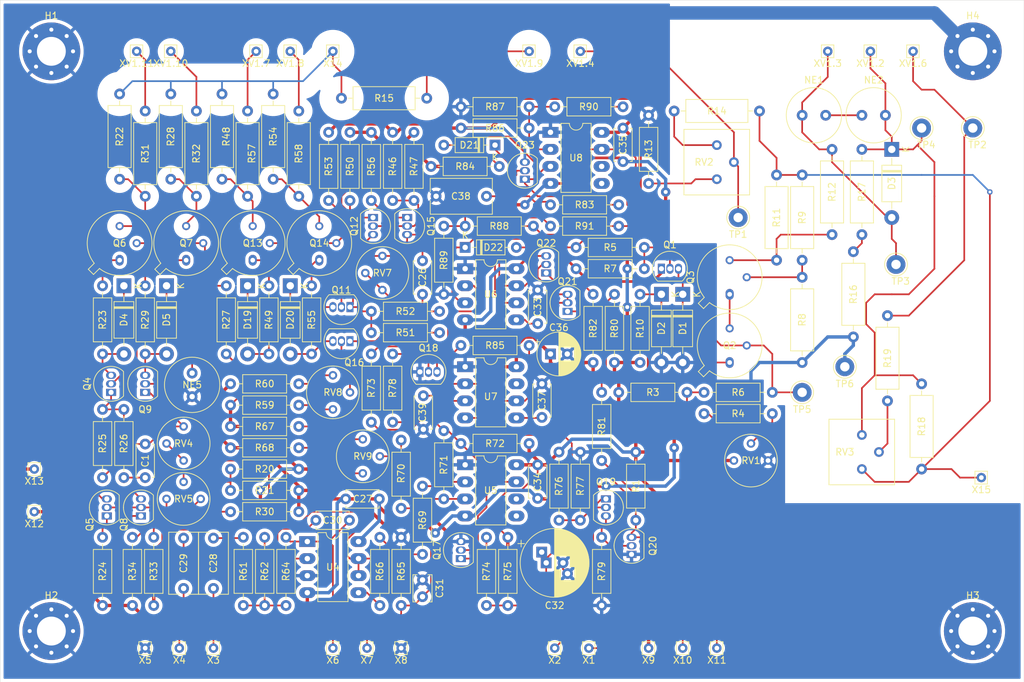
<source format=kicad_pcb>
(kicad_pcb (version 20200119) (host pcbnew "(5.99.0-1073-g4dfe630b2)")
  (layers (0 "F.Cu" signal) (31 "B.Cu" signal) (34 "B.Paste" user) (35 "F.Paste" user) (36 "B.SilkS" user) (37 "F.SilkS" user) (38 "B.Mask" user) (39 "F.Mask" user) (44 "Edge.Cuts" user))
  (net 0 "")
  (net 1 "Net-(C1-Pad2)")
  (net 2 "Net-(C1-Pad1)")
  (net 3 "GND")
  (net 4 "+9V")
  (net 5 "-9V")
  (net 6 "+400V")
  (net 7 "-400V")
  (net 8 "Net-(C26-Pad2)")
  (net 9 "Net-(C26-Pad1)")
  (net 10 "/GAIN_OUT")
  (net 11 "Net-(C30-Pad1)")
  (net 12 "/GAIN_IN")
  (net 13 "Net-(C32-Pad1)")
  (net 14 "Net-(C33-Pad2)")
  (net 15 "Net-(C37-Pad2)")
  (net 16 "Net-(C38-Pad1)")
  (net 17 "Net-(C39-Pad1)")
  (net 18 "Net-(D1-Pad1)")
  (net 19 "Net-(D2-Pad1)")
  (net 20 "/G")
  (net 21 "/K")
  (net 22 "Net-(D4-Pad2)")
  (net 23 "Net-(D5-Pad2)")
  (net 24 "Net-(D19-Pad2)")
  (net 25 "Net-(D20-Pad2)")
  (net 26 "Net-(D21-Pad2)")
  (net 27 "/~BLANK")
  (net 28 "/Sweep/SWEEP_EN")
  (net 29 "Net-(NE1-Pad2)")
  (net 30 "Net-(Q1-Pad2)")
  (net 31 "Net-(Q2-Pad3)")
  (net 32 "Net-(Q3-Pad3)")
  (net 33 "Net-(Q3-Pad2)")
  (net 34 "Net-(Q4-Pad1)")
  (net 35 "/OUT")
  (net 36 "Net-(Q5-Pad1)")
  (net 37 "Net-(Q5-Pad2)")
  (net 38 "Net-(Q6-Pad2)")
  (net 39 "Net-(Q6-Pad1)")
  (net 40 "Net-(Q7-Pad1)")
  (net 41 "Net-(Q8-Pad1)")
  (net 42 "Net-(Q9-Pad2)")
  (net 43 "Net-(Q11-Pad1)")
  (net 44 "/X")
  (net 45 "Net-(Q12-Pad1)")
  (net 46 "Net-(Q12-Pad2)")
  (net 47 "Net-(Q13-Pad2)")
  (net 48 "Net-(Q13-Pad1)")
  (net 49 "Net-(Q14-Pad1)")
  (net 50 "Net-(Q15-Pad1)")
  (net 51 "Net-(Q16-Pad2)")
  (net 52 "Net-(Q17-Pad1)")
  (net 53 "Net-(Q17-Pad2)")
  (net 54 "/Sweep/~TRIG")
  (net 55 "Net-(Q18-Pad2)")
  (net 56 "Net-(Q19-Pad1)")
  (net 57 "Net-(Q19-Pad3)")
  (net 58 "/~NORM")
  (net 59 "Net-(Q21-Pad1)")
  (net 60 "Net-(Q21-Pad2)")
  (net 61 "Net-(Q22-Pad1)")
  (net 62 "Net-(Q22-Pad3)")
  (net 63 "/INTEN_W")
  (net 64 "Net-(R4-Pad2)")
  (net 65 "/INTEN_B")
  (net 66 "Net-(R13-Pad2)")
  (net 67 "Net-(R14-Pad1)")
  (net 68 "Net-(R16-Pad2)")
  (net 69 "/F")
  (net 70 "Net-(R19-Pad1)")
  (net 71 "Net-(R25-Pad2)")
  (net 72 "Net-(R33-Pad1)")
  (net 73 "Net-(R34-Pad2)")
  (net 74 "Net-(R51-Pad2)")
  (net 75 "Net-(R59-Pad1)")
  (net 76 "Net-(R60-Pad2)")
  (net 77 "Net-(C28-Pad2)")
  (net 78 "Net-(C29-Pad2)")
  (net 79 "Net-(R66-Pad2)")
  (net 80 "Net-(R67-Pad1)")
  (net 81 "Net-(R68-Pad2)")
  (net 82 "Net-(R69-Pad2)")
  (net 83 "Net-(R70-Pad2)")
  (net 84 "Net-(R70-Pad1)")
  (net 85 "/Sweep/AUTO_TRIGGER")
  (net 86 "/SLOPE")
  (net 87 "Net-(R86-Pad2)")
  (net 88 "/A1")
  (net 89 "Net-(U5-Pad6)")
  (net 90 "Net-(U5-Pad5)")
  (net 91 "Net-(U7-Pad7)")
  (net 92 "Net-(U8-Pad6)")
  (net 93 "Net-(U8-Pad5)")
  (net 94 "/L")
  (net 95 "/R")
  (net 96 "/A2")
  (net 97 "/DEFLY-")
  (net 98 "/DEFLY+")
  (net 99 "/DEFLX-")
  (net 100 "/DEFLX+")
  (net 101 "/Vert Defl/DEFL_INT-")
  (net 102 "/Vert Defl/DEFL_INT+")
  (net 103 "/Horiz Defl/DEFL_INT-")
  (net 104 "/Horiz Defl/DEFL_INT+")
  (net 105 "/CLAMP")
  (module "Resistor_THT:R_Axial_DIN0207_L6.3mm_D2.5mm_P10.16mm_Horizontal" (layer "F.Cu") (at 108.585 92.71 -90)
    (fp_text reference "R76" (at 5.08 0 90) (layer "F.SilkS"))
    (fp_text value "10k")
    (pad "2" thru_hole oval (at 10.16 0 270) (size 1.6 1.6) (drill 0.8) (layers *.Cu *.Mask) (net 56 "Net-(Q19-Pad1)"))
    (pad "1" thru_hole circle (at 0 0 270) (size 1.6 1.6) (drill 0.8) (layers *.Cu *.Mask) (net 4 "+9V"))
  )
  (module "Potentiometer_THT:Potentiometer_Bourns_3339P_Vertical" (layer "F.Cu") (at 82.296 68.58)
    (fp_text reference "RV7" (at 0 -2.54) (layer "F.SilkS"))
    (fp_text value "5k")
    (pad "1" thru_hole circle (at 0 0) (size 1.26 1.26) (drill 0.7) (layers *.Cu *.Mask) (net 74 "Net-(R51-Pad2)"))
    (pad "2" thru_hole circle (at -2.54 -2.54) (size 1.26 1.26) (drill 0.7) (layers *.Cu *.Mask) (net 74 "Net-(R51-Pad2)"))
    (pad "3" thru_hole circle (at 0 -5.08) (size 1.26 1.26) (drill 0.7) (layers *.Cu *.Mask) (net 8 "Net-(C26-Pad2)"))
  )
  (module "Potentiometer_THT:Potentiometer_Bourns_3339P_Vertical" (layer "F.Cu") (at 50.165 99.695 -90)
    (fp_text reference "RV5" (at 0 -2.54 180) (layer "F.SilkS"))
    (fp_text value "2k5")
    (pad "1" thru_hole circle (at 0 0 270) (size 1.26 1.26) (drill 0.7) (layers *.Cu *.Mask) (net 73 "Net-(R34-Pad2)"))
    (pad "2" thru_hole circle (at -2.54 -2.54 270) (size 1.26 1.26) (drill 0.7) (layers *.Cu *.Mask) (net 42 "Net-(Q9-Pad2)"))
    (pad "3" thru_hole circle (at 0 -5.08 270) (size 1.26 1.26) (drill 0.7) (layers *.Cu *.Mask) (net 72 "Net-(R33-Pad1)"))
  )
  (module "Potentiometer_THT:Potentiometer_Bourns_3386P_Vertical" (layer "F.Cu") (at 153.67 95.25)
    (fp_text reference "RV3" (at -2.54 -2.54) (layer "F.SilkS"))
    (fp_text value "1M")
    (pad "3" thru_hole circle (at 0 -5.08) (size 1.44 1.44) (drill 0.8) (layers *.Cu *.Mask) (net 21 "/K"))
    (pad "2" thru_hole circle (at 2.54 -2.54) (size 1.44 1.44) (drill 0.8) (layers *.Cu *.Mask) (net 70 "Net-(R19-Pad1)"))
    (pad "1" thru_hole circle (at 0 0) (size 1.44 1.44) (drill 0.8) (layers *.Cu *.Mask) (net 7 "-400V") (clearance 1.25))
  )
  (module "Resistor_THT:R_Axial_DIN0309_L9.0mm_D3.2mm_P12.70mm_Horizontal" (layer "F.Cu") (at 157.48 85.09 90)
    (fp_text reference "R19" (at 6.35 0 90) (layer "F.SilkS"))
    (fp_text value "100k/HW")
    (pad "2" thru_hole oval (at 12.7 0 90) (size 1.6 1.6) (drill 0.8) (layers *.Cu *.Mask) (net 69 "/F"))
    (pad "1" thru_hole circle (at 0 0 90) (size 1.6 1.6) (drill 0.8) (layers *.Cu *.Mask) (net 70 "Net-(R19-Pad1)"))
  )
  (module "Resistor_THT:R_Axial_DIN0309_L9.0mm_D3.2mm_P12.70mm_Horizontal" (layer "F.Cu") (at 162.56 82.55 -90)
    (fp_text reference "R18" (at 6.35 0 90) (layer "F.SilkS"))
    (fp_text value "220k/HW")
    (pad "1" thru_hole circle (at 0 0 270) (size 1.6 1.6) (drill 0.8) (layers *.Cu *.Mask) (net 21 "/K"))
    (pad "2" thru_hole oval (at 12.7 0 270) (size 1.6 1.6) (drill 0.8) (layers *.Cu *.Mask) (net 7 "-400V"))
  )
  (module "Resistor_THT:R_Axial_DIN0309_L9.0mm_D3.2mm_P12.70mm_Horizontal" (layer "F.Cu") (at 153.67 60.325 90)
    (fp_text reference "R17" (at 6.35 0 90) (layer "F.SilkS"))
    (fp_text value "390k/HW")
    (pad "2" thru_hole oval (at 12.7 0 90) (size 1.6 1.6) (drill 0.8) (layers *.Cu *.Mask) (net 21 "/K"))
    (pad "1" thru_hole circle (at 0 0 90) (size 1.6 1.6) (drill 0.8) (layers *.Cu *.Mask) (net 68 "Net-(R16-Pad2)"))
  )
  (module "Resistor_THT:R_Axial_DIN0309_L9.0mm_D3.2mm_P12.70mm_Horizontal" (layer "F.Cu") (at 152.4 75.565 90)
    (fp_text reference "R16" (at 6.35 0 90) (layer "F.SilkS"))
    (fp_text value "390k/HW")
    (pad "2" thru_hole oval (at 12.7 0 90) (size 1.6 1.6) (drill 0.8) (layers *.Cu *.Mask) (net 68 "Net-(R16-Pad2)"))
    (pad "1" thru_hole circle (at 0 0 90) (size 1.6 1.6) (drill 0.8) (layers *.Cu *.Mask) (net 3 "GND"))
  )
  (module "Resistor_THT:R_Axial_DIN0309_L9.0mm_D3.2mm_P12.70mm_Horizontal" (layer "F.Cu") (at 76.2 40.005)
    (fp_text reference "R15" (at 6.35 0) (layer "F.SilkS"))
    (fp_text value "10k/HW")
    (pad "2" thru_hole oval (at 12.7 0) (size 1.6 1.6) (drill 0.8) (layers *.Cu *.Mask) (net 96 "/A2"))
    (pad "1" thru_hole circle (at 0 0) (size 1.6 1.6) (drill 0.8) (layers *.Cu *.Mask) (net 6 "+400V"))
  )
  (module "Resistor_THT:R_Axial_DIN0309_L9.0mm_D3.2mm_P12.70mm_Horizontal" (layer "F.Cu") (at 125.73 41.91)
    (fp_text reference "R14" (at 6.35 0) (layer "F.SilkS"))
    (fp_text value "330k/HW")
    (pad "2" thru_hole oval (at 12.7 0) (size 1.6 1.6) (drill 0.8) (layers *.Cu *.Mask) (net 7 "-400V"))
    (pad "1" thru_hole circle (at 0 0) (size 1.6 1.6) (drill 0.8) (layers *.Cu *.Mask) (net 67 "Net-(R14-Pad1)"))
  )
  (module "Resistor_THT:R_Axial_DIN0309_L9.0mm_D3.2mm_P12.70mm_Horizontal" (layer "F.Cu") (at 149.225 60.325 90)
    (fp_text reference "R12" (at 6.35 0 90) (layer "F.SilkS"))
    (fp_text value "100k/HW")
    (pad "2" thru_hole oval (at 12.7 0 90) (size 1.6 1.6) (drill 0.8) (layers *.Cu *.Mask) (net 20 "/G"))
    (pad "1" thru_hole circle (at 0 0 90) (size 1.6 1.6) (drill 0.8) (layers *.Cu *.Mask) (net 32 "Net-(Q3-Pad3)"))
  )
  (module "Resistor_THT:R_Axial_DIN0309_L9.0mm_D3.2mm_P12.70mm_Horizontal" (layer "F.Cu") (at 140.97 51.435 -90)
    (fp_text reference "R11" (at 6.35 0 90) (layer "F.SilkS"))
    (fp_text value "220k/HW")
    (pad "2" thru_hole oval (at 12.7 0 270) (size 1.6 1.6) (drill 0.8) (layers *.Cu *.Mask) (net 32 "Net-(Q3-Pad3)"))
    (pad "1" thru_hole circle (at 0 0 270) (size 1.6 1.6) (drill 0.8) (layers *.Cu *.Mask) (net 7 "-400V"))
  )
  (module "Resistor_THT:R_Axial_DIN0309_L9.0mm_D3.2mm_P12.70mm_Horizontal" (layer "F.Cu") (at 144.78 51.435 -90)
    (fp_text reference "R9" (at 6.35 0 90) (layer "F.SilkS"))
    (fp_text value "220k/HW")
    (pad "2" thru_hole oval (at 12.7 0 270) (size 1.6 1.6) (drill 0.8) (layers *.Cu *.Mask) (net 33 "Net-(Q3-Pad2)"))
    (pad "1" thru_hole circle (at 0 0 270) (size 1.6 1.6) (drill 0.8) (layers *.Cu *.Mask) (net 7 "-400V"))
  )
  (module "Resistor_THT:R_Axial_DIN0309_L9.0mm_D3.2mm_P12.70mm_Horizontal" (layer "F.Cu") (at 144.78 79.375 90)
    (fp_text reference "R8" (at 6.35 0 90) (layer "F.SilkS"))
    (fp_text value "220k/HW")
    (pad "2" thru_hole oval (at 12.7 0 90) (size 1.6 1.6) (drill 0.8) (layers *.Cu *.Mask) (net 33 "Net-(Q3-Pad2)"))
    (pad "1" thru_hole circle (at 0 0 90) (size 1.6 1.6) (drill 0.8) (layers *.Cu *.Mask) (net 3 "GND"))
  )
  (module "Resistor_THT:R_Axial_DIN0207_L6.3mm_D2.5mm_P10.16mm_Horizontal" (layer "F.Cu") (at 120.015 92.71 -90)
    (fp_text reference "R1" (at 5.08 0 90) (layer "F.SilkS"))
    (fp_text value "100k")
    (pad "2" thru_hole oval (at 10.16 0 270) (size 1.6 1.6) (drill 0.8) (layers *.Cu *.Mask) (net 58 "/~NORM"))
    (pad "1" thru_hole circle (at 0 0 270) (size 1.6 1.6) (drill 0.8) (layers *.Cu *.Mask) (net 4 "+9V"))
  )
  (module "Capacitor_THT:C_Rect_L9.0mm_W4.2mm_P7.50mm_MKT" (layer "F.Cu") (at 52.705 113.03 90)
    (fp_text reference "C29" (at 3.75 0 90) (layer "F.SilkS"))
    (fp_text value "330n")
    (pad "2" thru_hole circle (at 7.5 0 90) (size 1.6 1.6) (drill 0.8) (layers *.Cu *.Mask) (net 78 "Net-(C29-Pad2)"))
    (pad "1" thru_hole circle (at 0 0 90) (size 1.6 1.6) (drill 0.8) (layers *.Cu *.Mask) (net 95 "/R"))
  )
  (module "Capacitor_THT:C_Rect_L9.0mm_W4.2mm_P7.50mm_MKT" (layer "F.Cu") (at 57.15 113.03 90)
    (fp_text reference "C28" (at 3.75 0 90) (layer "F.SilkS"))
    (fp_text value "330n")
    (pad "2" thru_hole circle (at 7.5 0 90) (size 1.6 1.6) (drill 0.8) (layers *.Cu *.Mask) (net 77 "Net-(C28-Pad2)"))
    (pad "1" thru_hole circle (at 0 0 90) (size 1.6 1.6) (drill 0.8) (layers *.Cu *.Mask) (net 94 "/L"))
  )
  (module "Resistor_THT:R_Axial_DIN0309_L9.0mm_D3.2mm_P12.70mm_Horizontal" (layer "F.Cu") (at 69.85 54.61 90)
    (fp_text reference "R58" (at 6.35 0 90) (layer "F.SilkS"))
    (fp_text value "10k/HW")
    (pad "2" thru_hole oval (at 12.7 0 90) (size 1.6 1.6) (drill 0.8) (layers *.Cu *.Mask) (net 100 "/DEFLX+"))
    (pad "1" thru_hole circle (at 0 0 90) (size 1.6 1.6) (drill 0.8) (layers *.Cu *.Mask) (net 104 "/Horiz Defl/DEFL_INT+"))
  )
  (module "Resistor_THT:R_Axial_DIN0309_L9.0mm_D3.2mm_P12.70mm_Horizontal" (layer "F.Cu") (at 62.23 54.61 90)
    (fp_text reference "R57" (at 6.35 0.635 90) (layer "F.SilkS"))
    (fp_text value "10k/HW")
    (pad "2" thru_hole oval (at 12.7 0 90) (size 1.6 1.6) (drill 0.8) (layers *.Cu *.Mask) (net 99 "/DEFLX-"))
    (pad "1" thru_hole circle (at 0 0 90) (size 1.6 1.6) (drill 0.8) (layers *.Cu *.Mask) (net 103 "/Horiz Defl/DEFL_INT-"))
  )
  (module "Resistor_THT:R_Axial_DIN0309_L9.0mm_D3.2mm_P12.70mm_Horizontal" (layer "F.Cu") (at 66.04 39.37 -90)
    (fp_text reference "R54" (at 6.35 0 90) (layer "F.SilkS"))
    (fp_text value "220k/HW")
    (pad "2" thru_hole oval (at 12.7 0 270) (size 1.6 1.6) (drill 0.8) (layers *.Cu *.Mask) (net 104 "/Horiz Defl/DEFL_INT+"))
    (pad "1" thru_hole circle (at 0 0 270) (size 1.6 1.6) (drill 0.8) (layers *.Cu *.Mask) (net 6 "+400V"))
  )
  (module "Resistor_THT:R_Axial_DIN0309_L9.0mm_D3.2mm_P12.70mm_Horizontal" (layer "F.Cu") (at 58.42 39.37 -90)
    (fp_text reference "R48" (at 6.35 -0.635 90) (layer "F.SilkS"))
    (fp_text value "220k/HW")
    (pad "2" thru_hole oval (at 12.7 0 270) (size 1.6 1.6) (drill 0.8) (layers *.Cu *.Mask) (net 103 "/Horiz Defl/DEFL_INT-"))
    (pad "1" thru_hole circle (at 0 0 270) (size 1.6 1.6) (drill 0.8) (layers *.Cu *.Mask) (net 6 "+400V"))
  )
  (module "Resistor_THT:R_Axial_DIN0309_L9.0mm_D3.2mm_P12.70mm_Horizontal" (layer "F.Cu") (at 54.61 54.61 90)
    (fp_text reference "R32" (at 6.35 0 90) (layer "F.SilkS"))
    (fp_text value "10k/HW")
    (pad "2" thru_hole oval (at 12.7 0 90) (size 1.6 1.6) (drill 0.8) (layers *.Cu *.Mask) (net 98 "/DEFLY+"))
    (pad "1" thru_hole circle (at 0 0 90) (size 1.6 1.6) (drill 0.8) (layers *.Cu *.Mask) (net 102 "/Vert Defl/DEFL_INT+"))
  )
  (module "Resistor_THT:R_Axial_DIN0309_L9.0mm_D3.2mm_P12.70mm_Horizontal" (layer "F.Cu") (at 46.99 54.61 90)
    (fp_text reference "R31" (at 6.35 0 90) (layer "F.SilkS"))
    (fp_text value "10k/HW")
    (pad "2" thru_hole oval (at 12.7 0 90) (size 1.6 1.6) (drill 0.8) (layers *.Cu *.Mask) (net 97 "/DEFLY-"))
    (pad "1" thru_hole circle (at 0 0 90) (size 1.6 1.6) (drill 0.8) (layers *.Cu *.Mask) (net 101 "/Vert Defl/DEFL_INT-"))
  )
  (module "Resistor_THT:R_Axial_DIN0309_L9.0mm_D3.2mm_P12.70mm_Horizontal" (layer "F.Cu") (at 50.8 39.37 -90)
    (fp_text reference "R28" (at 6.35 0 90) (layer "F.SilkS"))
    (fp_text value "220k/HW")
    (pad "2" thru_hole oval (at 12.7 0 270) (size 1.6 1.6) (drill 0.8) (layers *.Cu *.Mask) (net 102 "/Vert Defl/DEFL_INT+"))
    (pad "1" thru_hole circle (at 0 0 270) (size 1.6 1.6) (drill 0.8) (layers *.Cu *.Mask) (net 6 "+400V"))
  )
  (module "Resistor_THT:R_Axial_DIN0309_L9.0mm_D3.2mm_P12.70mm_Horizontal" (layer "F.Cu") (at 43.18 39.37 -90)
    (fp_text reference "R22" (at 6.35 0 90) (layer "F.SilkS"))
    (fp_text value "220k/HW")
    (pad "2" thru_hole oval (at 12.7 0 270) (size 1.6 1.6) (drill 0.8) (layers *.Cu *.Mask) (net 101 "/Vert Defl/DEFL_INT-"))
    (pad "1" thru_hole circle (at 0 0 270) (size 1.6 1.6) (drill 0.8) (layers *.Cu *.Mask) (net 6 "+400V"))
  )
  (module "MountingHole:MountingHole_4.3mm_M4_Pad_Via" (layer "F.Cu") (at 170.18 33.02)
    (fp_text reference "H4" (at 0 -5.3) (layer "F.SilkS"))
    (fp_text value "GND")
    (pad "1" thru_hole circle (at 2.280419 -2.280419) (size 0.9 0.9) (drill 0.6) (layers *.Cu *.Mask) (net 3 "GND"))
    (pad "1" thru_hole circle (at 0 -3.225) (size 0.9 0.9) (drill 0.6) (layers *.Cu *.Mask) (net 3 "GND"))
    (pad "1" thru_hole circle (at -2.280419 -2.280419) (size 0.9 0.9) (drill 0.6) (layers *.Cu *.Mask) (net 3 "GND"))
    (pad "1" thru_hole circle (at -3.225 0) (size 0.9 0.9) (drill 0.6) (layers *.Cu *.Mask) (net 3 "GND"))
    (pad "1" thru_hole circle (at -2.280419 2.280419) (size 0.9 0.9) (drill 0.6) (layers *.Cu *.Mask) (net 3 "GND"))
    (pad "1" thru_hole circle (at 0 3.225) (size 0.9 0.9) (drill 0.6) (layers *.Cu *.Mask) (net 3 "GND"))
    (pad "1" thru_hole circle (at 2.280419 2.280419) (size 0.9 0.9) (drill 0.6) (layers *.Cu *.Mask) (net 3 "GND"))
    (pad "1" thru_hole circle (at 3.225 0) (size 0.9 0.9) (drill 0.6) (layers *.Cu *.Mask) (net 3 "GND"))
    (pad "1" thru_hole circle (at 0 0) (size 8.6 8.6) (drill 4.3) (layers *.Cu *.Mask) (net 3 "GND"))
  )
  (module "MountingHole:MountingHole_4.3mm_M4_Pad_Via" (layer "F.Cu") (at 170.18 119.38)
    (fp_text reference "H3" (at 0 -5.3) (layer "F.SilkS"))
    (fp_text value "GND")
    (pad "1" thru_hole circle (at 2.280419 -2.280419) (size 0.9 0.9) (drill 0.6) (layers *.Cu *.Mask) (net 3 "GND"))
    (pad "1" thru_hole circle (at 0 -3.225) (size 0.9 0.9) (drill 0.6) (layers *.Cu *.Mask) (net 3 "GND"))
    (pad "1" thru_hole circle (at -2.280419 -2.280419) (size 0.9 0.9) (drill 0.6) (layers *.Cu *.Mask) (net 3 "GND"))
    (pad "1" thru_hole circle (at -3.225 0) (size 0.9 0.9) (drill 0.6) (layers *.Cu *.Mask) (net 3 "GND"))
    (pad "1" thru_hole circle (at -2.280419 2.280419) (size 0.9 0.9) (drill 0.6) (layers *.Cu *.Mask) (net 3 "GND"))
    (pad "1" thru_hole circle (at 0 3.225) (size 0.9 0.9) (drill 0.6) (layers *.Cu *.Mask) (net 3 "GND"))
    (pad "1" thru_hole circle (at 2.280419 2.280419) (size 0.9 0.9) (drill 0.6) (layers *.Cu *.Mask) (net 3 "GND"))
    (pad "1" thru_hole circle (at 3.225 0) (size 0.9 0.9) (drill 0.6) (layers *.Cu *.Mask) (net 3 "GND"))
    (pad "1" thru_hole circle (at 0 0) (size 8.6 8.6) (drill 4.3) (layers *.Cu *.Mask) (net 3 "GND"))
  )
  (module "MountingHole:MountingHole_4.3mm_M4_Pad_Via" (layer "F.Cu") (at 33.02 119.38)
    (fp_text reference "H2" (at 0 -5.3) (layer "F.SilkS"))
    (fp_text value "GND")
    (pad "1" thru_hole circle (at 2.280419 -2.280419) (size 0.9 0.9) (drill 0.6) (layers *.Cu *.Mask) (net 3 "GND"))
    (pad "1" thru_hole circle (at 0 -3.225) (size 0.9 0.9) (drill 0.6) (layers *.Cu *.Mask) (net 3 "GND"))
    (pad "1" thru_hole circle (at -2.280419 -2.280419) (size 0.9 0.9) (drill 0.6) (layers *.Cu *.Mask) (net 3 "GND"))
    (pad "1" thru_hole circle (at -3.225 0) (size 0.9 0.9) (drill 0.6) (layers *.Cu *.Mask) (net 3 "GND"))
    (pad "1" thru_hole circle (at -2.280419 2.280419) (size 0.9 0.9) (drill 0.6) (layers *.Cu *.Mask) (net 3 "GND"))
    (pad "1" thru_hole circle (at 0 3.225) (size 0.9 0.9) (drill 0.6) (layers *.Cu *.Mask) (net 3 "GND"))
    (pad "1" thru_hole circle (at 2.280419 2.280419) (size 0.9 0.9) (drill 0.6) (layers *.Cu *.Mask) (net 3 "GND"))
    (pad "1" thru_hole circle (at 3.225 0) (size 0.9 0.9) (drill 0.6) (layers *.Cu *.Mask) (net 3 "GND"))
    (pad "1" thru_hole circle (at 0 0) (size 8.6 8.6) (drill 4.3) (layers *.Cu *.Mask) (net 3 "GND"))
  )
  (module "MountingHole:MountingHole_4.3mm_M4_Pad_Via" (layer "F.Cu") (at 33.02 33.02)
    (fp_text reference "H1" (at 0 -5.3) (layer "F.SilkS"))
    (fp_text value "GND")
    (pad "1" thru_hole circle (at 2.280419 -2.280419) (size 0.9 0.9) (drill 0.6) (layers *.Cu *.Mask) (net 3 "GND"))
    (pad "1" thru_hole circle (at 0 -3.225) (size 0.9 0.9) (drill 0.6) (layers *.Cu *.Mask) (net 3 "GND"))
    (pad "1" thru_hole circle (at -2.280419 -2.280419) (size 0.9 0.9) (drill 0.6) (layers *.Cu *.Mask) (net 3 "GND"))
    (pad "1" thru_hole circle (at -3.225 0) (size 0.9 0.9) (drill 0.6) (layers *.Cu *.Mask) (net 3 "GND"))
    (pad "1" thru_hole circle (at -2.280419 2.280419) (size 0.9 0.9) (drill 0.6) (layers *.Cu *.Mask) (net 3 "GND"))
    (pad "1" thru_hole circle (at 0 3.225) (size 0.9 0.9) (drill 0.6) (layers *.Cu *.Mask) (net 3 "GND"))
    (pad "1" thru_hole circle (at 2.280419 2.280419) (size 0.9 0.9) (drill 0.6) (layers *.Cu *.Mask) (net 3 "GND"))
    (pad "1" thru_hole circle (at 3.225 0) (size 0.9 0.9) (drill 0.6) (layers *.Cu *.Mask) (net 3 "GND"))
    (pad "1" thru_hole circle (at 0 0) (size 8.6 8.6) (drill 4.3) (layers *.Cu *.Mask) (net 3 "GND"))
  )
  (module "Connector_Pin:Pin_D0.7mm_L6.5mm_W1.8mm_FlatFork" (layer "F.Cu") (at 171.45 96.52)
    (fp_text reference "X15" (at 0 1.8) (layer "F.SilkS"))
    (fp_text value "-400")
    (pad "1" thru_hole circle (at 0 0) (size 1.4 1.4) (drill 0.7) (layers *.Cu *.Mask) (net 7 "-400V"))
  )
  (module "Connector_Pin:Pin_D0.7mm_L6.5mm_W1.8mm_FlatFork" (layer "F.Cu") (at 50.8 33.02)
    (fp_text reference "XV1.10" (at 0 1.8) (layer "F.SilkS"))
    (fp_text value "V+")
    (pad "1" thru_hole circle (at 0 0) (size 1.4 1.4) (drill 0.7) (layers *.Cu *.Mask) (net 98 "/DEFLY+"))
  )
  (module "Connector_Pin:Pin_D0.7mm_L6.5mm_W1.8mm_FlatFork" (layer "F.Cu") (at 45.72 33.02)
    (fp_text reference "XV1.11" (at 0 1.8) (layer "F.SilkS"))
    (fp_text value "V-")
    (pad "1" thru_hole circle (at 0 0) (size 1.4 1.4) (drill 0.7) (layers *.Cu *.Mask) (net 97 "/DEFLY-"))
  )
  (module "Connector_Pin:Pin_D0.7mm_L6.5mm_W1.8mm_FlatFork" (layer "F.Cu") (at 154.94 33.02)
    (fp_text reference "XV1.2" (at 0 1.8) (layer "F.SilkS"))
    (fp_text value "K")
    (pad "1" thru_hole circle (at 0 0) (size 1.4 1.4) (drill 0.7) (layers *.Cu *.Mask) (net 21 "/K"))
  )
  (module "Connector_Pin:Pin_D0.7mm_L6.5mm_W1.8mm_FlatFork" (layer "F.Cu") (at 148.59 33.02)
    (fp_text reference "XV1.3" (at 0 1.8) (layer "F.SilkS"))
    (fp_text value "G")
    (pad "1" thru_hole circle (at 0 0) (size 1.4 1.4) (drill 0.7) (layers *.Cu *.Mask) (net 20 "/G"))
  )
  (module "Connector_Pin:Pin_D0.7mm_L6.5mm_W1.8mm_FlatFork" (layer "F.Cu") (at 111.76 33.02)
    (fp_text reference "XV1.4" (at 0 1.8) (layer "F.SilkS"))
    (fp_text value "A1")
    (pad "1" thru_hole circle (at 0 0) (size 1.4 1.4) (drill 0.7) (layers *.Cu *.Mask) (net 88 "/A1"))
  )
  (module "Connector_Pin:Pin_D0.7mm_L6.5mm_W1.8mm_FlatFork" (layer "F.Cu") (at 161.29 33.02)
    (fp_text reference "XV1.6" (at 0 1.8) (layer "F.SilkS"))
    (fp_text value "F")
    (pad "1" thru_hole circle (at 0 0) (size 1.4 1.4) (drill 0.7) (layers *.Cu *.Mask) (net 69 "/F"))
  )
  (module "Connector_Pin:Pin_D0.7mm_L6.5mm_W1.8mm_FlatFork" (layer "F.Cu") (at 104.14 33.02)
    (fp_text reference "XV1.9" (at 0 1.8) (layer "F.SilkS"))
    (fp_text value "A2")
    (pad "1" thru_hole circle (at 0 0) (size 1.4 1.4) (drill 0.7) (layers *.Cu *.Mask) (net 96 "/A2"))
  )
  (module "Connector_Pin:Pin_D0.7mm_L6.5mm_W1.8mm_FlatFork" (layer "F.Cu") (at 68.58 33.02)
    (fp_text reference "XV1.8" (at 0 1.8) (layer "F.SilkS"))
    (fp_text value "X+")
    (pad "1" thru_hole circle (at 0 0) (size 1.4 1.4) (drill 0.7) (layers *.Cu *.Mask) (net 100 "/DEFLX+"))
  )
  (module "Connector_Pin:Pin_D0.7mm_L6.5mm_W1.8mm_FlatFork" (layer "F.Cu") (at 63.5 33.02)
    (fp_text reference "XV1.7" (at 0 1.8) (layer "F.SilkS"))
    (fp_text value "X-")
    (pad "1" thru_hole circle (at 0 0) (size 1.4 1.4) (drill 0.7) (layers *.Cu *.Mask) (net 99 "/DEFLX-"))
  )
  (module "Connector_Pin:Pin_D0.7mm_L6.5mm_W1.8mm_FlatFork" (layer "F.Cu") (at 74.93 33.02)
    (fp_text reference "X14" (at 0 1.8) (layer "F.SilkS"))
    (fp_text value "+400")
    (pad "1" thru_hole circle (at 0 0) (size 1.4 1.4) (drill 0.7) (layers *.Cu *.Mask) (net 6 "+400V"))
  )
  (module "Connector_Pin:Pin_D0.7mm_L6.5mm_W1.8mm_FlatFork" (layer "F.Cu") (at 30.48 95.25)
    (fp_text reference "X13" (at 0 1.8) (layer "F.SilkS"))
    (fp_text value "-9")
    (pad "1" thru_hole circle (at 0 0) (size 1.4 1.4) (drill 0.7) (layers *.Cu *.Mask) (net 5 "-9V"))
  )
  (module "Connector_Pin:Pin_D0.7mm_L6.5mm_W1.8mm_FlatFork" (layer "F.Cu") (at 30.48 101.6)
    (fp_text reference "X12" (at 0 1.8) (layer "F.SilkS"))
    (fp_text value "+9")
    (pad "1" thru_hole circle (at 0 0) (size 1.4 1.4) (drill 0.7) (layers *.Cu *.Mask) (net 4 "+9V"))
  )
  (module "Connector_Pin:Pin_D0.7mm_L6.5mm_W1.8mm_FlatFork" (layer "F.Cu") (at 132.08 121.92)
    (fp_text reference "X11" (at 0 1.8) (layer "F.SilkS"))
    (fp_text value "IB")
    (pad "1" thru_hole circle (at 0 0) (size 1.4 1.4) (drill 0.7) (layers *.Cu *.Mask) (net 65 "/INTEN_B"))
  )
  (module "Connector_Pin:Pin_D0.7mm_L6.5mm_W1.8mm_FlatFork" (layer "F.Cu") (at 127 121.92)
    (fp_text reference "X10" (at 0 1.8) (layer "F.SilkS"))
    (fp_text value "IW")
    (pad "1" thru_hole circle (at 0 0) (size 1.4 1.4) (drill 0.7) (layers *.Cu *.Mask) (net 63 "/INTEN_W"))
  )
  (module "Connector_Pin:Pin_D0.7mm_L6.5mm_W1.8mm_FlatFork" (layer "F.Cu") (at 121.92 121.92)
    (fp_text reference "X9" (at 0 1.8) (layer "F.SilkS"))
    (fp_text value "IT")
    (pad "1" thru_hole circle (at 0 0) (size 1.4 1.4) (drill 0.7) (layers *.Cu *.Mask) (net 4 "+9V"))
  )
  (module "Connector_Pin:Pin_D0.7mm_L6.5mm_W1.8mm_FlatFork" (layer "F.Cu") (at 85.09 121.92)
    (fp_text reference "X8" (at 0 1.8) (layer "F.SilkS"))
    (fp_text value "GG")
    (pad "1" thru_hole circle (at 0 0) (size 1.4 1.4) (drill 0.7) (layers *.Cu *.Mask) (net 3 "GND"))
  )
  (module "Connector_Pin:Pin_D0.7mm_L6.5mm_W1.8mm_FlatFork" (layer "F.Cu") (at 80.01 121.92)
    (fp_text reference "X7" (at 0 1.8) (layer "F.SilkS"))
    (fp_text value "GI")
    (pad "1" thru_hole circle (at 0 0) (size 1.4 1.4) (drill 0.7) (layers *.Cu *.Mask) (net 12 "/GAIN_IN"))
  )
  (module "Connector_Pin:Pin_D0.7mm_L6.5mm_W1.8mm_FlatFork" (layer "F.Cu") (at 74.93 121.92)
    (fp_text reference "X6" (at 0 1.8) (layer "F.SilkS"))
    (fp_text value "GO")
    (pad "1" thru_hole circle (at 0 0) (size 1.4 1.4) (drill 0.7) (layers *.Cu *.Mask) (net 10 "/GAIN_OUT"))
  )
  (module "Connector_Pin:Pin_D0.7mm_L6.5mm_W1.8mm_FlatFork" (layer "F.Cu") (at 46.99 121.92)
    (fp_text reference "X5" (at 0 1.8) (layer "F.SilkS"))
    (fp_text value "G")
    (pad "1" thru_hole circle (at 0 0) (size 1.4 1.4) (drill 0.7) (layers *.Cu *.Mask) (net 3 "GND"))
  )
  (module "Connector_Pin:Pin_D0.7mm_L6.5mm_W1.8mm_FlatFork" (layer "F.Cu") (at 52.07 121.92)
    (fp_text reference "X4" (at 0 1.8) (layer "F.SilkS"))
    (fp_text value "R")
    (pad "1" thru_hole circle (at 0 0) (size 1.4 1.4) (drill 0.7) (layers *.Cu *.Mask) (net 95 "/R"))
  )
  (module "Connector_Pin:Pin_D0.7mm_L6.5mm_W1.8mm_FlatFork" (layer "F.Cu") (at 57.15 121.92)
    (fp_text reference "X3" (at 0 1.8) (layer "F.SilkS"))
    (fp_text value "L")
    (pad "1" thru_hole circle (at 0 0) (size 1.4 1.4) (drill 0.7) (layers *.Cu *.Mask) (net 94 "/L"))
  )
  (module "Connector_Pin:Pin_D0.7mm_L6.5mm_W1.8mm_FlatFork" (layer "F.Cu") (at 107.95 121.92)
    (fp_text reference "X2" (at 0 1.8) (layer "F.SilkS"))
    (fp_text value "NORM")
    (pad "1" thru_hole circle (at 0 0) (size 1.4 1.4) (drill 0.7) (layers *.Cu *.Mask) (net 58 "/~NORM"))
  )
  (module "Connector_Pin:Pin_D0.7mm_L6.5mm_W1.8mm_FlatFork" (layer "F.Cu") (at 113.03 121.92)
    (fp_text reference "X1" (at 0 1.8) (layer "F.SilkS"))
    (fp_text value "SLOPE")
    (pad "1" thru_hole circle (at 0 0) (size 1.4 1.4) (drill 0.7) (layers *.Cu *.Mask) (net 86 "/SLOPE"))
  )
  (module "Package_DIP:DIP-8_W7.62mm_LongPads" (layer "F.Cu") (at 107.315 45.085)
    (fp_text reference "U8" (at 3.81 3.81) (layer "F.SilkS"))
    (fp_text value "LM311")
    (pad "8" thru_hole oval (at 7.62 0) (size 2.4 1.6) (drill 0.8) (layers *.Cu *.Mask) (net 4 "+9V"))
    (pad "4" thru_hole oval (at 0 7.62) (size 2.4 1.6) (drill 0.8) (layers *.Cu *.Mask) (net 5 "-9V"))
    (pad "7" thru_hole oval (at 7.62 2.54) (size 2.4 1.6) (drill 0.8) (layers *.Cu *.Mask) (net 27 "/~BLANK"))
    (pad "3" thru_hole oval (at 0 5.08) (size 2.4 1.6) (drill 0.8) (layers *.Cu *.Mask) (net 26 "Net-(D21-Pad2)"))
    (pad "6" thru_hole oval (at 7.62 5.08) (size 2.4 1.6) (drill 0.8) (layers *.Cu *.Mask) (net 92 "Net-(U8-Pad6)"))
    (pad "2" thru_hole oval (at 0 2.54) (size 2.4 1.6) (drill 0.8) (layers *.Cu *.Mask) (net 87 "Net-(R86-Pad2)"))
    (pad "5" thru_hole oval (at 7.62 7.62) (size 2.4 1.6) (drill 0.8) (layers *.Cu *.Mask) (net 93 "Net-(U8-Pad5)"))
    (pad "1" thru_hole rect (at 0 0) (size 2.4 1.6) (drill 0.8) (layers *.Cu *.Mask) (net 3 "GND"))
  )
  (module "Package_DIP:DIP-8_W7.62mm_LongPads" (layer "F.Cu") (at 94.615 80.01)
    (fp_text reference "U7" (at 3.81 4.445) (layer "F.SilkS"))
    (fp_text value "NE555P")
    (pad "8" thru_hole oval (at 7.62 0) (size 2.4 1.6) (drill 0.8) (layers *.Cu *.Mask) (net 4 "+9V"))
    (pad "4" thru_hole oval (at 0 7.62) (size 2.4 1.6) (drill 0.8) (layers *.Cu *.Mask) (net 58 "/~NORM"))
    (pad "7" thru_hole oval (at 7.62 2.54) (size 2.4 1.6) (drill 0.8) (layers *.Cu *.Mask) (net 91 "Net-(U7-Pad7)"))
    (pad "3" thru_hole oval (at 0 5.08) (size 2.4 1.6) (drill 0.8) (layers *.Cu *.Mask) (net 85 "/Sweep/AUTO_TRIGGER"))
    (pad "6" thru_hole oval (at 7.62 5.08) (size 2.4 1.6) (drill 0.8) (layers *.Cu *.Mask) (net 17 "Net-(C39-Pad1)"))
    (pad "2" thru_hole oval (at 0 2.54) (size 2.4 1.6) (drill 0.8) (layers *.Cu *.Mask) (net 17 "Net-(C39-Pad1)"))
    (pad "5" thru_hole oval (at 7.62 7.62) (size 2.4 1.6) (drill 0.8) (layers *.Cu *.Mask) (net 15 "Net-(C37-Pad2)"))
    (pad "1" thru_hole rect (at 0 0) (size 2.4 1.6) (drill 0.8) (layers *.Cu *.Mask) (net 3 "GND"))
  )
  (module "Package_DIP:DIP-8_W7.62mm_LongPads" (layer "F.Cu") (at 94.615 65.405)
    (fp_text reference "U6" (at 3.81 3.81) (layer "F.SilkS"))
    (fp_text value "NE555P")
    (pad "8" thru_hole oval (at 7.62 0) (size 2.4 1.6) (drill 0.8) (layers *.Cu *.Mask) (net 4 "+9V"))
    (pad "4" thru_hole oval (at 0 7.62) (size 2.4 1.6) (drill 0.8) (layers *.Cu *.Mask) (net 4 "+9V"))
    (pad "7" thru_hole oval (at 7.62 2.54) (size 2.4 1.6) (drill 0.8) (layers *.Cu *.Mask) (net 62 "Net-(Q22-Pad3)"))
    (pad "3" thru_hole oval (at 0 5.08) (size 2.4 1.6) (drill 0.8) (layers *.Cu *.Mask) (net 28 "/Sweep/SWEEP_EN"))
    (pad "6" thru_hole oval (at 7.62 5.08) (size 2.4 1.6) (drill 0.8) (layers *.Cu *.Mask) (net 26 "Net-(D21-Pad2)"))
    (pad "2" thru_hole oval (at 0 2.54) (size 2.4 1.6) (drill 0.8) (layers *.Cu *.Mask) (net 54 "/Sweep/~TRIG"))
    (pad "5" thru_hole oval (at 7.62 7.62) (size 2.4 1.6) (drill 0.8) (layers *.Cu *.Mask) (net 14 "Net-(C33-Pad2)"))
    (pad "1" thru_hole rect (at 0 0) (size 2.4 1.6) (drill 0.8) (layers *.Cu *.Mask) (net 3 "GND"))
  )
  (module "Package_DIP:DIP-8_W7.62mm_LongPads" (layer "F.Cu") (at 94.615 94.615)
    (fp_text reference "U5" (at 3.81 3.81) (layer "F.SilkS"))
    (fp_text value "LM311")
    (pad "8" thru_hole oval (at 7.62 0) (size 2.4 1.6) (drill 0.8) (layers *.Cu *.Mask) (net 4 "+9V"))
    (pad "4" thru_hole oval (at 0 7.62) (size 2.4 1.6) (drill 0.8) (layers *.Cu *.Mask) (net 5 "-9V"))
    (pad "7" thru_hole oval (at 7.62 2.54) (size 2.4 1.6) (drill 0.8) (layers *.Cu *.Mask) (net 53 "Net-(Q17-Pad2)"))
    (pad "3" thru_hole oval (at 0 5.08) (size 2.4 1.6) (drill 0.8) (layers *.Cu *.Mask) (net 83 "Net-(R70-Pad2)"))
    (pad "6" thru_hole oval (at 7.62 5.08) (size 2.4 1.6) (drill 0.8) (layers *.Cu *.Mask) (net 89 "Net-(U5-Pad6)"))
    (pad "2" thru_hole oval (at 0 2.54) (size 2.4 1.6) (drill 0.8) (layers *.Cu *.Mask) (net 82 "Net-(R69-Pad2)"))
    (pad "5" thru_hole oval (at 7.62 7.62) (size 2.4 1.6) (drill 0.8) (layers *.Cu *.Mask) (net 90 "Net-(U5-Pad5)"))
    (pad "1" thru_hole rect (at 0 0) (size 2.4 1.6) (drill 0.8) (layers *.Cu *.Mask) (net 3 "GND"))
  )
  (module "Package_DIP:DIP-8_W7.62mm_LongPads" (layer "F.Cu") (at 71.12 106.045)
    (fp_text reference "U4" (at 3.81 3.81) (layer "F.SilkS"))
    (fp_text value "TL072")
    (pad "8" thru_hole oval (at 7.62 0) (size 2.4 1.6) (drill 0.8) (layers *.Cu *.Mask) (net 4 "+9V"))
    (pad "4" thru_hole oval (at 0 7.62) (size 2.4 1.6) (drill 0.8) (layers *.Cu *.Mask) (net 5 "-9V"))
    (pad "7" thru_hole oval (at 7.62 2.54) (size 2.4 1.6) (drill 0.8) (layers *.Cu *.Mask) (net 35 "/OUT"))
    (pad "3" thru_hole oval (at 0 5.08) (size 2.4 1.6) (drill 0.8) (layers *.Cu *.Mask) (net 3 "GND"))
    (pad "6" thru_hole oval (at 7.62 5.08) (size 2.4 1.6) (drill 0.8) (layers *.Cu *.Mask) (net 35 "/OUT"))
    (pad "2" thru_hole oval (at 0 2.54) (size 2.4 1.6) (drill 0.8) (layers *.Cu *.Mask) (net 11 "Net-(C30-Pad1)"))
    (pad "5" thru_hole oval (at 7.62 7.62) (size 2.4 1.6) (drill 0.8) (layers *.Cu *.Mask) (net 79 "Net-(R66-Pad2)"))
    (pad "1" thru_hole rect (at 0 0) (size 2.4 1.6) (drill 0.8) (layers *.Cu *.Mask) (net 10 "/GAIN_OUT"))
  )
  (module "TestPoint:TestPoint_Loop_D2.60mm_Drill1.4mm_Beaded" (layer "F.Cu") (at 151.13 80.01)
    (fp_text reference "TP6" (at 0 2.54) (layer "F.SilkS"))
    (fp_text value "GND")
    (pad "1" thru_hole circle (at 0 0) (size 2.8 2.8) (drill 1.4) (layers *.Cu *.Mask) (net 3 "GND"))
  )
  (module "TestPoint:TestPoint_Loop_D2.60mm_Drill1.4mm_Beaded" (layer "F.Cu") (at 144.78 83.82)
    (fp_text reference "TP5" (at 0 2.54) (layer "F.SilkS"))
    (fp_text value "INTEN")
    (pad "1" thru_hole circle (at 0 0) (size 2.8 2.8) (drill 1.4) (layers *.Cu *.Mask) (net 18 "Net-(D1-Pad1)"))
  )
  (module "TestPoint:TestPoint_Loop_D2.60mm_Drill1.4mm_Beaded" (layer "F.Cu") (at 162.56 44.45)
    (fp_text reference "TP4" (at 0.7 2.5) (layer "F.SilkS"))
    (fp_text value "V(K)")
    (pad "1" thru_hole circle (at 0 0) (size 2.8 2.8) (drill 1.4) (layers *.Cu *.Mask) (net 21 "/K"))
  )
  (module "TestPoint:TestPoint_Loop_D2.60mm_Drill1.4mm_Beaded" (layer "F.Cu") (at 158.75 64.77)
    (fp_text reference "TP3" (at 0.7 2.5) (layer "F.SilkS"))
    (fp_text value "V(G)")
    (pad "1" thru_hole circle (at 0 0) (size 2.8 2.8) (drill 1.4) (layers *.Cu *.Mask) (net 20 "/G"))
  )
  (module "TestPoint:TestPoint_Loop_D2.60mm_Drill1.4mm_Beaded" (layer "F.Cu") (at 170.18 44.45)
    (fp_text reference "TP2" (at 0.7 2.5) (layer "F.SilkS"))
    (fp_text value "V(F)")
    (pad "1" thru_hole circle (at 0 0) (size 2.8 2.8) (drill 1.4) (layers *.Cu *.Mask) (net 69 "/F"))
  )
  (module "TestPoint:TestPoint_Loop_D2.60mm_Drill1.4mm_Beaded" (layer "F.Cu") (at 135.255 57.785)
    (fp_text reference "TP1" (at 0 2.5) (layer "F.SilkS"))
    (fp_text value "V(A1)")
    (pad "1" thru_hole circle (at 0 0) (size 2.8 2.8) (drill 1.4) (layers *.Cu *.Mask) (net 88 "/A1"))
  )
  (module "Potentiometer_THT:Potentiometer_Bourns_3339P_Vertical" (layer "F.Cu") (at 79.375 90.805 180)
    (fp_text reference "RV9" (at 0 -2.54) (layer "F.SilkS"))
    (fp_text value "5k")
    (pad "1" thru_hole circle (at 0 0 180) (size 1.26 1.26) (drill 0.7) (layers *.Cu *.Mask) (net 80 "Net-(R67-Pad1)"))
    (pad "2" thru_hole circle (at -2.54 -2.54 180) (size 1.26 1.26) (drill 0.7) (layers *.Cu *.Mask) (net 84 "Net-(R70-Pad1)"))
    (pad "3" thru_hole circle (at 0 -5.08 180) (size 1.26 1.26) (drill 0.7) (layers *.Cu *.Mask) (net 81 "Net-(R68-Pad2)"))
  )
  (module "Potentiometer_THT:Potentiometer_Bourns_3339P_Vertical" (layer "F.Cu") (at 74.93 81.28 180)
    (fp_text reference "RV8" (at 0 -2.54) (layer "F.SilkS"))
    (fp_text value "2k5")
    (pad "1" thru_hole circle (at 0 0 180) (size 1.26 1.26) (drill 0.7) (layers *.Cu *.Mask) (net 76 "Net-(R60-Pad2)"))
    (pad "2" thru_hole circle (at -2.54 -2.54 180) (size 1.26 1.26) (drill 0.7) (layers *.Cu *.Mask) (net 51 "Net-(Q16-Pad2)"))
    (pad "3" thru_hole circle (at 0 -5.08 180) (size 1.26 1.26) (drill 0.7) (layers *.Cu *.Mask) (net 75 "Net-(R59-Pad1)"))
  )
  (module "Potentiometer_THT:Potentiometer_Bourns_3339P_Vertical" (layer "F.Cu") (at 52.705 93.98)
    (fp_text reference "RV4" (at 0 -2.54) (layer "F.SilkS"))
    (fp_text value "5k")
    (pad "1" thru_hole circle (at 0 0) (size 1.26 1.26) (drill 0.7) (layers *.Cu *.Mask) (net 71 "Net-(R25-Pad2)"))
    (pad "2" thru_hole circle (at -2.54 -2.54) (size 1.26 1.26) (drill 0.7) (layers *.Cu *.Mask) (net 71 "Net-(R25-Pad2)"))
    (pad "3" thru_hole circle (at 0 -5.08) (size 1.26 1.26) (drill 0.7) (layers *.Cu *.Mask) (net 1 "Net-(C1-Pad2)"))
  )
  (module "Potentiometer_THT:Potentiometer_Bourns_3386P_Vertical" (layer "F.Cu") (at 132.08 52.07)
    (fp_text reference "RV2" (at -1.905 -2.54) (layer "F.SilkS"))
    (fp_text value "1M")
    (pad "1" thru_hole circle (at 0 0) (size 1.44 1.44) (drill 0.8) (layers *.Cu *.Mask) (net 66 "Net-(R13-Pad2)"))
    (pad "2" thru_hole circle (at 2.54 -2.54) (size 1.44 1.44) (drill 0.8) (layers *.Cu *.Mask) (net 88 "/A1"))
    (pad "3" thru_hole circle (at 0 -5.08) (size 1.44 1.44) (drill 0.8) (layers *.Cu *.Mask) (net 67 "Net-(R14-Pad1)"))
  )
  (module "Potentiometer_THT:Potentiometer_Bourns_3339P_Vertical" (layer "F.Cu") (at 134.62 93.98 -90)
    (fp_text reference "RV1" (at 0 -2.54 180) (layer "F.SilkS"))
    (fp_text value "5k")
    (pad "1" thru_hole circle (at 0 0 270) (size 1.26 1.26) (drill 0.7) (layers *.Cu *.Mask) (net 4 "+9V"))
    (pad "2" thru_hole circle (at -2.54 -2.54 270) (size 1.26 1.26) (drill 0.7) (layers *.Cu *.Mask) (net 64 "Net-(R4-Pad2)"))
    (pad "3" thru_hole circle (at 0 -5.08 270) (size 1.26 1.26) (drill 0.7) (layers *.Cu *.Mask) (net 3 "GND"))
  )
  (module "Resistor_THT:R_Axial_DIN0207_L6.3mm_D2.5mm_P10.16mm_Horizontal" (layer "F.Cu") (at 107.315 59.055)
    (fp_text reference "R91" (at 5.08 0) (layer "F.SilkS"))
    (fp_text value "10k")
    (pad "2" thru_hole oval (at 10.16 0) (size 1.6 1.6) (drill 0.8) (layers *.Cu *.Mask) (net 27 "/~BLANK"))
    (pad "1" thru_hole circle (at 0 0) (size 1.6 1.6) (drill 0.8) (layers *.Cu *.Mask) (net 28 "/Sweep/SWEEP_EN"))
  )
  (module "Resistor_THT:R_Axial_DIN0207_L6.3mm_D2.5mm_P10.16mm_Horizontal" (layer "F.Cu") (at 107.95 41.275)
    (fp_text reference "R90" (at 5.08 0) (layer "F.SilkS"))
    (fp_text value "4M7")
    (pad "2" thru_hole oval (at 10.16 0) (size 1.6 1.6) (drill 0.8) (layers *.Cu *.Mask) (net 27 "/~BLANK"))
    (pad "1" thru_hole circle (at 0 0) (size 1.6 1.6) (drill 0.8) (layers *.Cu *.Mask) (net 87 "Net-(R86-Pad2)"))
  )
  (module "Resistor_THT:R_Axial_DIN0207_L6.3mm_D2.5mm_P10.16mm_Horizontal" (layer "F.Cu") (at 91.44 59.055 -90)
    (fp_text reference "R89" (at 5.08 0 90) (layer "F.SilkS"))
    (fp_text value "2k7")
    (pad "2" thru_hole oval (at 10.16 0 270) (size 1.6 1.6) (drill 0.8) (layers *.Cu *.Mask) (net 3 "GND"))
    (pad "1" thru_hole circle (at 0 0 270) (size 1.6 1.6) (drill 0.8) (layers *.Cu *.Mask) (net 44 "/X"))
  )
  (module "Resistor_THT:R_Axial_DIN0207_L6.3mm_D2.5mm_P10.16mm_Horizontal" (layer "F.Cu") (at 104.775 59.055 180)
    (fp_text reference "R88" (at 5.08 0) (layer "F.SilkS"))
    (fp_text value "10k")
    (pad "2" thru_hole oval (at 10.16 0 180) (size 1.6 1.6) (drill 0.8) (layers *.Cu *.Mask) (net 44 "/X"))
    (pad "1" thru_hole circle (at 0 0 180) (size 1.6 1.6) (drill 0.8) (layers *.Cu *.Mask) (net 26 "Net-(D21-Pad2)"))
  )
  (module "Resistor_THT:R_Axial_DIN0207_L6.3mm_D2.5mm_P10.16mm_Horizontal" (layer "F.Cu") (at 104.14 41.275 180)
    (fp_text reference "R87" (at 5.08 0) (layer "F.SilkS"))
    (fp_text value "10k")
    (pad "2" thru_hole oval (at 10.16 0 180) (size 1.6 1.6) (drill 0.8) (layers *.Cu *.Mask) (net 3 "GND"))
    (pad "1" thru_hole circle (at 0 0 180) (size 1.6 1.6) (drill 0.8) (layers *.Cu *.Mask) (net 87 "Net-(R86-Pad2)"))
  )
  (module "Resistor_THT:R_Axial_DIN0207_L6.3mm_D2.5mm_P10.16mm_Horizontal" (layer "F.Cu") (at 93.98 44.45)
    (fp_text reference "R86" (at 5.08 0) (layer "F.SilkS"))
    (fp_text value "10k")
    (pad "2" thru_hole oval (at 10.16 0) (size 1.6 1.6) (drill 0.8) (layers *.Cu *.Mask) (net 87 "Net-(R86-Pad2)"))
    (pad "1" thru_hole circle (at 0 0) (size 1.6 1.6) (drill 0.8) (layers *.Cu *.Mask) (net 4 "+9V"))
  )
  (module "Resistor_THT:R_Axial_DIN0207_L6.3mm_D2.5mm_P10.16mm_Horizontal" (layer "F.Cu") (at 93.98 76.835)
    (fp_text reference "R85" (at 5.08 0) (layer "F.SilkS"))
    (fp_text value "75k")
    (pad "2" thru_hole oval (at 10.16 0) (size 1.6 1.6) (drill 0.8) (layers *.Cu *.Mask) (net 17 "Net-(C39-Pad1)"))
    (pad "1" thru_hole circle (at 0 0) (size 1.6 1.6) (drill 0.8) (layers *.Cu *.Mask) (net 85 "/Sweep/AUTO_TRIGGER"))
  )
  (module "Resistor_THT:R_Axial_DIN0207_L6.3mm_D2.5mm_P10.16mm_Horizontal" (layer "F.Cu") (at 99.695 50.165 180)
    (fp_text reference "R84" (at 5.08 0) (layer "F.SilkS"))
    (fp_text value "6k8")
    (pad "2" thru_hole oval (at 10.16 0 180) (size 1.6 1.6) (drill 0.8) (layers *.Cu *.Mask) (net 5 "-9V"))
    (pad "1" thru_hole circle (at 0 0 180) (size 1.6 1.6) (drill 0.8) (layers *.Cu *.Mask) (net 26 "Net-(D21-Pad2)"))
  )
  (module "Resistor_THT:R_Axial_DIN0207_L6.3mm_D2.5mm_P10.16mm_Horizontal" (layer "F.Cu") (at 107.315 55.88)
    (fp_text reference "R83" (at 5.08 0) (layer "F.SilkS"))
    (fp_text value "100")
    (pad "2" thru_hole oval (at 10.16 0) (size 1.6 1.6) (drill 0.8) (layers *.Cu *.Mask) (net 62 "Net-(Q22-Pad3)"))
    (pad "1" thru_hole circle (at 0 0) (size 1.6 1.6) (drill 0.8) (layers *.Cu *.Mask) (net 16 "Net-(C38-Pad1)"))
  )
  (module "Resistor_THT:R_Axial_DIN0207_L6.3mm_D2.5mm_P10.16mm_Horizontal" (layer "F.Cu") (at 113.665 79.375 90)
    (fp_text reference "R82" (at 5.08 0 90) (layer "F.SilkS"))
    (fp_text value "470")
    (pad "2" thru_hole oval (at 10.16 0 90) (size 1.6 1.6) (drill 0.8) (layers *.Cu *.Mask) (net 61 "Net-(Q22-Pad1)"))
    (pad "1" thru_hole circle (at 0 0 90) (size 1.6 1.6) (drill 0.8) (layers *.Cu *.Mask) (net 4 "+9V"))
  )
  (module "Resistor_THT:R_Axial_DIN0207_L6.3mm_D2.5mm_P10.16mm_Horizontal" (layer "F.Cu") (at 114.935 83.82 -90)
    (fp_text reference "R81" (at 5.08 0 90) (layer "F.SilkS"))
    (fp_text value "470")
    (pad "2" thru_hole oval (at 10.16 0 270) (size 1.6 1.6) (drill 0.8) (layers *.Cu *.Mask) (net 86 "/SLOPE"))
    (pad "1" thru_hole circle (at 0 0 270) (size 1.6 1.6) (drill 0.8) (layers *.Cu *.Mask) (net 60 "Net-(Q21-Pad2)"))
  )
  (module "Resistor_THT:R_Axial_DIN0207_L6.3mm_D2.5mm_P10.16mm_Horizontal" (layer "F.Cu") (at 116.84 79.375 90)
    (fp_text reference "R80" (at 5.08 0 90) (layer "F.SilkS"))
    (fp_text value "470")
    (pad "2" thru_hole oval (at 10.16 0 90) (size 1.6 1.6) (drill 0.8) (layers *.Cu *.Mask) (net 59 "Net-(Q21-Pad1)"))
    (pad "1" thru_hole circle (at 0 0 90) (size 1.6 1.6) (drill 0.8) (layers *.Cu *.Mask) (net 4 "+9V"))
  )
  (module "Resistor_THT:R_Axial_DIN0207_L6.3mm_D2.5mm_P10.16mm_Horizontal" (layer "F.Cu") (at 114.935 105.41 -90)
    (fp_text reference "R79" (at 5.08 0 90) (layer "F.SilkS"))
    (fp_text value "100k")
    (pad "2" thru_hole oval (at 10.16 0 270) (size 1.6 1.6) (drill 0.8) (layers *.Cu *.Mask) (net 3 "GND"))
    (pad "1" thru_hole circle (at 0 0 270) (size 1.6 1.6) (drill 0.8) (layers *.Cu *.Mask) (net 57 "Net-(Q19-Pad3)"))
  )
  (module "Resistor_THT:R_Axial_DIN0207_L6.3mm_D2.5mm_P10.16mm_Horizontal" (layer "F.Cu") (at 83.82 78.105 -90)
    (fp_text reference "R78" (at 5.08 0 90) (layer "F.SilkS"))
    (fp_text value "100k")
    (pad "2" thru_hole oval (at 10.16 0 270) (size 1.6 1.6) (drill 0.8) (layers *.Cu *.Mask) (net 85 "/Sweep/AUTO_TRIGGER"))
    (pad "1" thru_hole circle (at 0 0 270) (size 1.6 1.6) (drill 0.8) (layers *.Cu *.Mask) (net 55 "Net-(Q18-Pad2)"))
  )
  (module "Resistor_THT:R_Axial_DIN0207_L6.3mm_D2.5mm_P10.16mm_Horizontal" (layer "F.Cu") (at 111.76 102.87 90)
    (fp_text reference "R77" (at 5.08 0 90) (layer "F.SilkS"))
    (fp_text value "22k")
    (pad "2" thru_hole oval (at 10.16 0 90) (size 1.6 1.6) (drill 0.8) (layers *.Cu *.Mask) (net 3 "GND"))
    (pad "1" thru_hole circle (at 0 0 90) (size 1.6 1.6) (drill 0.8) (layers *.Cu *.Mask) (net 56 "Net-(Q19-Pad1)"))
  )
  (module "Resistor_THT:R_Axial_DIN0207_L6.3mm_D2.5mm_P10.16mm_Horizontal" (layer "F.Cu") (at 100.965 105.41 -90)
    (fp_text reference "R75" (at 5.08 0 90) (layer "F.SilkS"))
    (fp_text value "100k")
    (pad "2" thru_hole oval (at 10.16 0 270) (size 1.6 1.6) (drill 0.8) (layers *.Cu *.Mask) (net 13 "Net-(C32-Pad1)"))
    (pad "1" thru_hole circle (at 0 0 270) (size 1.6 1.6) (drill 0.8) (layers *.Cu *.Mask) (net 4 "+9V"))
  )
  (module "Resistor_THT:R_Axial_DIN0207_L6.3mm_D2.5mm_P10.16mm_Horizontal" (layer "F.Cu") (at 97.79 115.57 90)
    (fp_text reference "R74" (at 5.08 0 90) (layer "F.SilkS"))
    (fp_text value "10")
    (pad "2" thru_hole oval (at 10.16 0 90) (size 1.6 1.6) (drill 0.8) (layers *.Cu *.Mask) (net 52 "Net-(Q17-Pad1)"))
    (pad "1" thru_hole circle (at 0 0 90) (size 1.6 1.6) (drill 0.8) (layers *.Cu *.Mask) (net 13 "Net-(C32-Pad1)"))
  )
  (module "Resistor_THT:R_Axial_DIN0207_L6.3mm_D2.5mm_P10.16mm_Horizontal" (layer "F.Cu") (at 80.645 88.265 90)
    (fp_text reference "R73" (at 5.08 0 90) (layer "F.SilkS"))
    (fp_text value "100k")
    (pad "2" thru_hole oval (at 10.16 0 90) (size 1.6 1.6) (drill 0.8) (layers *.Cu *.Mask) (net 54 "/Sweep/~TRIG"))
    (pad "1" thru_hole circle (at 0 0 90) (size 1.6 1.6) (drill 0.8) (layers *.Cu *.Mask) (net 53 "Net-(Q17-Pad2)"))
  )
  (module "Resistor_THT:R_Axial_DIN0207_L6.3mm_D2.5mm_P10.16mm_Horizontal" (layer "F.Cu") (at 104.14 91.44 180)
    (fp_text reference "R72" (at 5.08 0) (layer "F.SilkS"))
    (fp_text value "10k")
    (pad "2" thru_hole oval (at 10.16 0 180) (size 1.6 1.6) (drill 0.8) (layers *.Cu *.Mask) (net 53 "Net-(Q17-Pad2)"))
    (pad "1" thru_hole circle (at 0 0 180) (size 1.6 1.6) (drill 0.8) (layers *.Cu *.Mask) (net 4 "+9V"))
  )
  (module "Resistor_THT:R_Axial_DIN0207_L6.3mm_D2.5mm_P10.16mm_Horizontal" (layer "F.Cu") (at 91.44 99.695 90)
    (fp_text reference "R71" (at 5.08 0 90) (layer "F.SilkS"))
    (fp_text value "4M7")
    (pad "2" thru_hole oval (at 10.16 0 90) (size 1.6 1.6) (drill 0.8) (layers *.Cu *.Mask) (net 53 "Net-(Q17-Pad2)"))
    (pad "1" thru_hole circle (at 0 0 90) (size 1.6 1.6) (drill 0.8) (layers *.Cu *.Mask) (net 83 "Net-(R70-Pad2)"))
  )
  (module "Resistor_THT:R_Axial_DIN0207_L6.3mm_D2.5mm_P10.16mm_Horizontal" (layer "F.Cu") (at 85.09 90.932 -90)
    (fp_text reference "R70" (at 4.953 0 90) (layer "F.SilkS"))
    (fp_text value "10k")
    (pad "2" thru_hole oval (at 10.16 0 270) (size 1.6 1.6) (drill 0.8) (layers *.Cu *.Mask) (net 83 "Net-(R70-Pad2)"))
    (pad "1" thru_hole circle (at 0 0 270) (size 1.6 1.6) (drill 0.8) (layers *.Cu *.Mask) (net 84 "Net-(R70-Pad1)"))
  )
  (module "Resistor_THT:R_Axial_DIN0207_L6.3mm_D2.5mm_P10.16mm_Horizontal" (layer "F.Cu") (at 88.265 107.95 90)
    (fp_text reference "R69" (at 5.08 0 90) (layer "F.SilkS"))
    (fp_text value "4k7")
    (pad "2" thru_hole oval (at 10.16 0 90) (size 1.6 1.6) (drill 0.8) (layers *.Cu *.Mask) (net 82 "Net-(R69-Pad2)"))
    (pad "1" thru_hole circle (at 0 0 90) (size 1.6 1.6) (drill 0.8) (layers *.Cu *.Mask) (net 35 "/OUT"))
  )
  (module "Resistor_THT:R_Axial_DIN0207_L6.3mm_D2.5mm_P10.16mm_Horizontal" (layer "F.Cu") (at 59.69 92.075)
    (fp_text reference "R68" (at 5.08 0) (layer "F.SilkS"))
    (fp_text value "27k")
    (pad "2" thru_hole oval (at 10.16 0) (size 1.6 1.6) (drill 0.8) (layers *.Cu *.Mask) (net 81 "Net-(R68-Pad2)"))
    (pad "1" thru_hole circle (at 0 0) (size 1.6 1.6) (drill 0.8) (layers *.Cu *.Mask) (net 5 "-9V"))
  )
  (module "Resistor_THT:R_Axial_DIN0207_L6.3mm_D2.5mm_P10.16mm_Horizontal" (layer "F.Cu") (at 69.85 88.9 180)
    (fp_text reference "R67" (at 5.08 0) (layer "F.SilkS"))
    (fp_text value "27k")
    (pad "2" thru_hole oval (at 10.16 0 180) (size 1.6 1.6) (drill 0.8) (layers *.Cu *.Mask) (net 4 "+9V"))
    (pad "1" thru_hole circle (at 0 0 180) (size 1.6 1.6) (drill 0.8) (layers *.Cu *.Mask) (net 80 "Net-(R67-Pad1)"))
  )
  (module "Resistor_THT:R_Axial_DIN0207_L6.3mm_D2.5mm_P10.16mm_Horizontal" (layer "F.Cu") (at 81.915 105.41 -90)
    (fp_text reference "R66" (at 5.08 0 90) (layer "F.SilkS"))
    (fp_text value "10k")
    (pad "2" thru_hole oval (at 10.16 0 270) (size 1.6 1.6) (drill 0.8) (layers *.Cu *.Mask) (net 79 "Net-(R66-Pad2)"))
    (pad "1" thru_hole circle (at 0 0 270) (size 1.6 1.6) (drill 0.8) (layers *.Cu *.Mask) (net 12 "/GAIN_IN"))
  )
  (module "Resistor_THT:R_Axial_DIN0207_L6.3mm_D2.5mm_P10.16mm_Horizontal" (layer "F.Cu") (at 85.09 105.41 -90)
    (fp_text reference "R65" (at 5.08 0 90) (layer "F.SilkS"))
    (fp_text value "1M")
    (pad "2" thru_hole oval (at 10.16 0 270) (size 1.6 1.6) (drill 0.8) (layers *.Cu *.Mask) (net 12 "/GAIN_IN"))
    (pad "1" thru_hole circle (at 0 0 270) (size 1.6 1.6) (drill 0.8) (layers *.Cu *.Mask) (net 3 "GND"))
  )
  (module "Resistor_THT:R_Axial_DIN0207_L6.3mm_D2.5mm_P10.16mm_Horizontal" (layer "F.Cu") (at 67.945 115.57 90)
    (fp_text reference "R64" (at 5.08 0 90) (layer "F.SilkS"))
    (fp_text value "100k")
    (pad "2" thru_hole oval (at 10.16 0 90) (size 1.6 1.6) (drill 0.8) (layers *.Cu *.Mask) (net 10 "/GAIN_OUT"))
    (pad "1" thru_hole circle (at 0 0 90) (size 1.6 1.6) (drill 0.8) (layers *.Cu *.Mask) (net 11 "Net-(C30-Pad1)"))
  )
  (module "Resistor_THT:R_Axial_DIN0207_L6.3mm_D2.5mm_P10.16mm_Horizontal" (layer "F.Cu") (at 64.77 105.41 -90)
    (fp_text reference "R62" (at 5.08 0 90) (layer "F.SilkS"))
    (fp_text value "100k")
    (pad "2" thru_hole oval (at 10.16 0 270) (size 1.6 1.6) (drill 0.8) (layers *.Cu *.Mask) (net 11 "Net-(C30-Pad1)"))
    (pad "1" thru_hole circle (at 0 0 270) (size 1.6 1.6) (drill 0.8) (layers *.Cu *.Mask) (net 78 "Net-(C29-Pad2)"))
  )
  (module "Resistor_THT:R_Axial_DIN0207_L6.3mm_D2.5mm_P10.16mm_Horizontal" (layer "F.Cu") (at 61.595 105.41 -90)
    (fp_text reference "R61" (at 5.08 0 90) (layer "F.SilkS"))
    (fp_text value "100k")
    (pad "2" thru_hole oval (at 10.16 0 270) (size 1.6 1.6) (drill 0.8) (layers *.Cu *.Mask) (net 11 "Net-(C30-Pad1)"))
    (pad "1" thru_hole circle (at 0 0 270) (size 1.6 1.6) (drill 0.8) (layers *.Cu *.Mask) (net 77 "Net-(C28-Pad2)"))
  )
  (module "Resistor_THT:R_Axial_DIN0207_L6.3mm_D2.5mm_P10.16mm_Horizontal" (layer "F.Cu") (at 59.69 82.55)
    (fp_text reference "R60" (at 5.08 0) (layer "F.SilkS"))
    (fp_text value "10k")
    (pad "2" thru_hole oval (at 10.16 0) (size 1.6 1.6) (drill 0.8) (layers *.Cu *.Mask) (net 76 "Net-(R60-Pad2)"))
    (pad "1" thru_hole circle (at 0 0) (size 1.6 1.6) (drill 0.8) (layers *.Cu *.Mask) (net 5 "-9V"))
  )
  (module "Resistor_THT:R_Axial_DIN0207_L6.3mm_D2.5mm_P10.16mm_Horizontal" (layer "F.Cu") (at 69.85 85.725 180)
    (fp_text reference "R59" (at 5.08 0) (layer "F.SilkS"))
    (fp_text value "10k")
    (pad "2" thru_hole oval (at 10.16 0 180) (size 1.6 1.6) (drill 0.8) (layers *.Cu *.Mask) (net 4 "+9V"))
    (pad "1" thru_hole circle (at 0 0 180) (size 1.6 1.6) (drill 0.8) (layers *.Cu *.Mask) (net 75 "Net-(R59-Pad1)"))
  )
  (module "Resistor_THT:R_Axial_DIN0207_L6.3mm_D2.5mm_P10.16mm_Horizontal" (layer "F.Cu") (at 80.645 55.245 90)
    (fp_text reference "R56" (at 5.08 0 90) (layer "F.SilkS"))
    (fp_text value "8k2")
    (pad "2" thru_hole oval (at 10.16 0 90) (size 1.6 1.6) (drill 0.8) (layers *.Cu *.Mask) (net 5 "-9V"))
    (pad "1" thru_hole circle (at 0 0 90) (size 1.6 1.6) (drill 0.8) (layers *.Cu *.Mask) (net 50 "Net-(Q15-Pad1)"))
  )
  (module "Resistor_THT:R_Axial_DIN0207_L6.3mm_D2.5mm_P10.16mm_Horizontal" (layer "F.Cu") (at 71.755 67.945 -90)
    (fp_text reference "R55" (at 5.08 0 90) (layer "F.SilkS"))
    (fp_text value "470")
    (pad "2" thru_hole oval (at 10.16 0 270) (size 1.6 1.6) (drill 0.8) (layers *.Cu *.Mask) (net 25 "Net-(D20-Pad2)"))
    (pad "1" thru_hole circle (at 0 0 270) (size 1.6 1.6) (drill 0.8) (layers *.Cu *.Mask) (net 49 "Net-(Q14-Pad1)"))
  )
  (module "Resistor_THT:R_Axial_DIN0207_L6.3mm_D2.5mm_P10.16mm_Horizontal" (layer "F.Cu") (at 74.295 45.085 -90)
    (fp_text reference "R53" (at 5.08 0 90) (layer "F.SilkS"))
    (fp_text value "10k")
    (pad "2" thru_hole oval (at 10.16 0 270) (size 1.6 1.6) (drill 0.8) (layers *.Cu *.Mask) (net 47 "Net-(Q13-Pad2)"))
    (pad "1" thru_hole circle (at 0 0 270) (size 1.6 1.6) (drill 0.8) (layers *.Cu *.Mask) (net 4 "+9V"))
  )
  (module "Resistor_THT:R_Axial_DIN0207_L6.3mm_D2.5mm_P10.16mm_Horizontal" (layer "F.Cu") (at 80.645 71.755)
    (fp_text reference "R52" (at 5.08 0) (layer "F.SilkS"))
    (fp_text value "DNP")
    (pad "2" thru_hole oval (at 10.16 0) (size 1.6 1.6) (drill 0.8) (layers *.Cu *.Mask) (net 9 "Net-(C26-Pad1)"))
    (pad "1" thru_hole circle (at 0 0) (size 1.6 1.6) (drill 0.8) (layers *.Cu *.Mask) (net 43 "Net-(Q11-Pad1)"))
  )
  (module "Resistor_THT:R_Axial_DIN0207_L6.3mm_D2.5mm_P10.16mm_Horizontal" (layer "F.Cu") (at 80.645 74.93)
    (fp_text reference "R51" (at 5.08 0) (layer "F.SilkS"))
    (fp_text value "1k5")
    (pad "2" thru_hole oval (at 10.16 0) (size 1.6 1.6) (drill 0.8) (layers *.Cu *.Mask) (net 74 "Net-(R51-Pad2)"))
    (pad "1" thru_hole circle (at 0 0) (size 1.6 1.6) (drill 0.8) (layers *.Cu *.Mask) (net 43 "Net-(Q11-Pad1)"))
  )
  (module "Resistor_THT:R_Axial_DIN0207_L6.3mm_D2.5mm_P10.16mm_Horizontal" (layer "F.Cu") (at 77.47 55.245 90)
    (fp_text reference "R50" (at 5.08 0 90) (layer "F.SilkS"))
    (fp_text value "8k2")
    (pad "2" thru_hole oval (at 10.16 0 90) (size 1.6 1.6) (drill 0.8) (layers *.Cu *.Mask) (net 5 "-9V"))
    (pad "1" thru_hole circle (at 0 0 90) (size 1.6 1.6) (drill 0.8) (layers *.Cu *.Mask) (net 45 "Net-(Q12-Pad1)"))
  )
  (module "Resistor_THT:R_Axial_DIN0207_L6.3mm_D2.5mm_P10.16mm_Horizontal" (layer "F.Cu") (at 65.405 67.945 -90)
    (fp_text reference "R49" (at 5.08 0 90) (layer "F.SilkS"))
    (fp_text value "470")
    (pad "2" thru_hole oval (at 10.16 0 270) (size 1.6 1.6) (drill 0.8) (layers *.Cu *.Mask) (net 24 "Net-(D19-Pad2)"))
    (pad "1" thru_hole circle (at 0 0 270) (size 1.6 1.6) (drill 0.8) (layers *.Cu *.Mask) (net 48 "Net-(Q13-Pad1)"))
  )
  (module "Resistor_THT:R_Axial_DIN0207_L6.3mm_D2.5mm_P10.16mm_Horizontal" (layer "F.Cu") (at 86.995 55.245 90)
    (fp_text reference "R47" (at 5.08 0 90) (layer "F.SilkS"))
    (fp_text value "10k")
    (pad "2" thru_hole oval (at 10.16 0 90) (size 1.6 1.6) (drill 0.8) (layers *.Cu *.Mask) (net 5 "-9V"))
    (pad "1" thru_hole circle (at 0 0 90) (size 1.6 1.6) (drill 0.8) (layers *.Cu *.Mask) (net 46 "Net-(Q12-Pad2)"))
  )
  (module "Resistor_THT:R_Axial_DIN0207_L6.3mm_D2.5mm_P10.16mm_Horizontal" (layer "F.Cu") (at 83.82 45.085 -90)
    (fp_text reference "R46" (at 5.08 0 90) (layer "F.SilkS"))
    (fp_text value "10k")
    (pad "2" thru_hole oval (at 10.16 0 270) (size 1.6 1.6) (drill 0.8) (layers *.Cu *.Mask) (net 46 "Net-(Q12-Pad2)"))
    (pad "1" thru_hole circle (at 0 0 270) (size 1.6 1.6) (drill 0.8) (layers *.Cu *.Mask) (net 4 "+9V"))
  )
  (module "Resistor_THT:R_Axial_DIN0207_L6.3mm_D2.5mm_P10.16mm_Horizontal" (layer "F.Cu") (at 45.085 115.57 90)
    (fp_text reference "R34" (at 5.08 0 90) (layer "F.SilkS"))
    (fp_text value "10k")
    (pad "2" thru_hole oval (at 10.16 0 90) (size 1.6 1.6) (drill 0.8) (layers *.Cu *.Mask) (net 73 "Net-(R34-Pad2)"))
    (pad "1" thru_hole circle (at 0 0 90) (size 1.6 1.6) (drill 0.8) (layers *.Cu *.Mask) (net 5 "-9V"))
  )
  (module "Resistor_THT:R_Axial_DIN0207_L6.3mm_D2.5mm_P10.16mm_Horizontal" (layer "F.Cu") (at 48.26 105.41 -90)
    (fp_text reference "R33" (at 5.08 0 90) (layer "F.SilkS"))
    (fp_text value "10k")
    (pad "2" thru_hole oval (at 10.16 0 270) (size 1.6 1.6) (drill 0.8) (layers *.Cu *.Mask) (net 4 "+9V"))
    (pad "1" thru_hole circle (at 0 0 270) (size 1.6 1.6) (drill 0.8) (layers *.Cu *.Mask) (net 72 "Net-(R33-Pad1)"))
  )
  (module "Resistor_THT:R_Axial_DIN0207_L6.3mm_D2.5mm_P10.16mm_Horizontal" (layer "F.Cu") (at 59.69 101.6)
    (fp_text reference "R30" (at 5.08 0) (layer "F.SilkS"))
    (fp_text value "8k2")
    (pad "2" thru_hole oval (at 10.16 0) (size 1.6 1.6) (drill 0.8) (layers *.Cu *.Mask) (net 5 "-9V"))
    (pad "1" thru_hole circle (at 0 0) (size 1.6 1.6) (drill 0.8) (layers *.Cu *.Mask) (net 41 "Net-(Q8-Pad1)"))
  )
  (module "Resistor_THT:R_Axial_DIN0207_L6.3mm_D2.5mm_P10.16mm_Horizontal" (layer "F.Cu") (at 46.99 67.945 -90)
    (fp_text reference "R29" (at 5.08 0 90) (layer "F.SilkS"))
    (fp_text value "470")
    (pad "2" thru_hole oval (at 10.16 0 270) (size 1.6 1.6) (drill 0.8) (layers *.Cu *.Mask) (net 23 "Net-(D5-Pad2)"))
    (pad "1" thru_hole circle (at 0 0 270) (size 1.6 1.6) (drill 0.8) (layers *.Cu *.Mask) (net 40 "Net-(Q7-Pad1)"))
  )
  (module "Resistor_THT:R_Axial_DIN0207_L6.3mm_D2.5mm_P10.16mm_Horizontal" (layer "F.Cu") (at 59.055 78.105 90)
    (fp_text reference "R27" (at 5.08 0 90) (layer "F.SilkS"))
    (fp_text value "10k")
    (pad "2" thru_hole oval (at 10.16 0 90) (size 1.6 1.6) (drill 0.8) (layers *.Cu *.Mask) (net 38 "Net-(Q6-Pad2)"))
    (pad "1" thru_hole circle (at 0 0 90) (size 1.6 1.6) (drill 0.8) (layers *.Cu *.Mask) (net 4 "+9V"))
  )
  (module "Resistor_THT:R_Axial_DIN0207_L6.3mm_D2.5mm_P10.16mm_Horizontal" (layer "F.Cu") (at 43.815 86.36 -90)
    (fp_text reference "R26" (at 5.08 0 90) (layer "F.SilkS"))
    (fp_text value "DNP")
    (pad "2" thru_hole oval (at 10.16 0 270) (size 1.6 1.6) (drill 0.8) (layers *.Cu *.Mask) (net 2 "Net-(C1-Pad1)"))
    (pad "1" thru_hole circle (at 0 0 270) (size 1.6 1.6) (drill 0.8) (layers *.Cu *.Mask) (net 34 "Net-(Q4-Pad1)"))
  )
  (module "Resistor_THT:R_Axial_DIN0207_L6.3mm_D2.5mm_P10.16mm_Horizontal" (layer "F.Cu") (at 40.64 86.36 -90)
    (fp_text reference "R25" (at 5.08 0 90) (layer "F.SilkS"))
    (fp_text value "1k5")
    (pad "2" thru_hole oval (at 10.16 0 270) (size 1.6 1.6) (drill 0.8) (layers *.Cu *.Mask) (net 71 "Net-(R25-Pad2)"))
    (pad "1" thru_hole circle (at 0 0 270) (size 1.6 1.6) (drill 0.8) (layers *.Cu *.Mask) (net 34 "Net-(Q4-Pad1)"))
  )
  (module "Resistor_THT:R_Axial_DIN0207_L6.3mm_D2.5mm_P10.16mm_Horizontal" (layer "F.Cu") (at 40.64 105.41 -90)
    (fp_text reference "R24" (at 5.08 0 90) (layer "F.SilkS"))
    (fp_text value "8k2")
    (pad "2" thru_hole oval (at 10.16 0 270) (size 1.6 1.6) (drill 0.8) (layers *.Cu *.Mask) (net 5 "-9V"))
    (pad "1" thru_hole circle (at 0 0 270) (size 1.6 1.6) (drill 0.8) (layers *.Cu *.Mask) (net 36 "Net-(Q5-Pad1)"))
  )
  (module "Resistor_THT:R_Axial_DIN0207_L6.3mm_D2.5mm_P10.16mm_Horizontal" (layer "F.Cu") (at 40.64 67.945 -90)
    (fp_text reference "R23" (at 5.08 0 90) (layer "F.SilkS"))
    (fp_text value "470")
    (pad "2" thru_hole oval (at 10.16 0 270) (size 1.6 1.6) (drill 0.8) (layers *.Cu *.Mask) (net 22 "Net-(D4-Pad2)"))
    (pad "1" thru_hole circle (at 0 0 270) (size 1.6 1.6) (drill 0.8) (layers *.Cu *.Mask) (net 39 "Net-(Q6-Pad1)"))
  )
  (module "Resistor_THT:R_Axial_DIN0207_L6.3mm_D2.5mm_P10.16mm_Horizontal" (layer "F.Cu") (at 59.69 98.425)
    (fp_text reference "R21" (at 5.08 0) (layer "F.SilkS"))
    (fp_text value "10k")
    (pad "2" thru_hole oval (at 10.16 0) (size 1.6 1.6) (drill 0.8) (layers *.Cu *.Mask) (net 5 "-9V"))
    (pad "1" thru_hole circle (at 0 0) (size 1.6 1.6) (drill 0.8) (layers *.Cu *.Mask) (net 37 "Net-(Q5-Pad2)"))
  )
  (module "Resistor_THT:R_Axial_DIN0207_L6.3mm_D2.5mm_P10.16mm_Horizontal" (layer "F.Cu") (at 69.85 95.25 180)
    (fp_text reference "R20" (at 5.08 0) (layer "F.SilkS"))
    (fp_text value "10k")
    (pad "2" thru_hole oval (at 10.16 0 180) (size 1.6 1.6) (drill 0.8) (layers *.Cu *.Mask) (net 37 "Net-(Q5-Pad2)"))
    (pad "1" thru_hole circle (at 0 0 180) (size 1.6 1.6) (drill 0.8) (layers *.Cu *.Mask) (net 4 "+9V"))
  )
  (module "Resistor_THT:R_Axial_DIN0207_L6.3mm_D2.5mm_P10.16mm_Horizontal" (layer "F.Cu") (at 121.92 42.545 -90)
    (fp_text reference "R13" (at 5.08 0 90) (layer "F.SilkS"))
    (fp_text value "10k")
    (pad "2" thru_hole oval (at 10.16 0 270) (size 1.6 1.6) (drill 0.8) (layers *.Cu *.Mask) (net 66 "Net-(R13-Pad2)"))
    (pad "1" thru_hole circle (at 0 0 270) (size 1.6 1.6) (drill 0.8) (layers *.Cu *.Mask) (net 3 "GND"))
  )
  (module "Resistor_THT:R_Axial_DIN0207_L6.3mm_D2.5mm_P10.16mm_Horizontal" (layer "F.Cu") (at 120.65 79.375 90)
    (fp_text reference "R10" (at 5.08 0 90) (layer "F.SilkS"))
    (fp_text value "20k")
    (pad "2" thru_hole oval (at 10.16 0 90) (size 1.6 1.6) (drill 0.8) (layers *.Cu *.Mask) (net 19 "Net-(D2-Pad1)"))
    (pad "1" thru_hole circle (at 0 0 90) (size 1.6 1.6) (drill 0.8) (layers *.Cu *.Mask) (net 4 "+9V"))
  )
  (module "Resistor_THT:R_Axial_DIN0207_L6.3mm_D2.5mm_P10.16mm_Horizontal" (layer "F.Cu") (at 111.125 65.405)
    (fp_text reference "R7" (at 5.08 0) (layer "F.SilkS"))
    (fp_text value "180k")
    (pad "2" thru_hole oval (at 10.16 0) (size 1.6 1.6) (drill 0.8) (layers *.Cu *.Mask) (net 30 "Net-(Q1-Pad2)"))
    (pad "1" thru_hole circle (at 0 0) (size 1.6 1.6) (drill 0.8) (layers *.Cu *.Mask) (net 4 "+9V"))
  )
  (module "Resistor_THT:R_Axial_DIN0207_L6.3mm_D2.5mm_P10.16mm_Horizontal" (layer "F.Cu") (at 130.175 83.82)
    (fp_text reference "R6" (at 5.08 0) (layer "F.SilkS"))
    (fp_text value "10k")
    (pad "2" thru_hole oval (at 10.16 0) (size 1.6 1.6) (drill 0.8) (layers *.Cu *.Mask) (net 18 "Net-(D1-Pad1)"))
    (pad "1" thru_hole circle (at 0 0) (size 1.6 1.6) (drill 0.8) (layers *.Cu *.Mask) (net 63 "/INTEN_W"))
  )
  (module "Resistor_THT:R_Axial_DIN0207_L6.3mm_D2.5mm_P10.16mm_Horizontal" (layer "F.Cu") (at 111.125 62.23)
    (fp_text reference "R5" (at 5.08 0) (layer "F.SilkS"))
    (fp_text value "33k")
    (pad "2" thru_hole oval (at 10.16 0) (size 1.6 1.6) (drill 0.8) (layers *.Cu *.Mask) (net 30 "Net-(Q1-Pad2)"))
    (pad "1" thru_hole circle (at 0 0) (size 1.6 1.6) (drill 0.8) (layers *.Cu *.Mask) (net 27 "/~BLANK"))
  )
  (module "Resistor_THT:R_Axial_DIN0207_L6.3mm_D2.5mm_P10.16mm_Horizontal" (layer "F.Cu") (at 130.175 86.995)
    (fp_text reference "R4" (at 5.08 0) (layer "F.SilkS"))
    (fp_text value "1k")
    (pad "2" thru_hole oval (at 10.16 0) (size 1.6 1.6) (drill 0.8) (layers *.Cu *.Mask) (net 64 "Net-(R4-Pad2)"))
    (pad "1" thru_hole circle (at 0 0) (size 1.6 1.6) (drill 0.8) (layers *.Cu *.Mask) (net 65 "/INTEN_B"))
  )
  (module "Resistor_THT:R_Axial_DIN0207_L6.3mm_D2.5mm_P10.16mm_Horizontal" (layer "F.Cu") (at 117.475 83.82)
    (fp_text reference "R3" (at 5.08 0) (layer "F.SilkS"))
    (fp_text value "470k")
    (pad "2" thru_hole oval (at 10.16 0) (size 1.6 1.6) (drill 0.8) (layers *.Cu *.Mask) (net 63 "/INTEN_W"))
    (pad "1" thru_hole circle (at 0 0) (size 1.6 1.6) (drill 0.8) (layers *.Cu *.Mask) (net 4 "+9V"))
  )
  (module "Package_TO_SOT_THT:TO-92_Inline" (layer "F.Cu") (at 103.505 52.07 90)
    (fp_text reference "Q23" (at 5.08 0 180) (layer "F.SilkS"))
    (fp_text value "2N3904")
    (pad "1" thru_hole rect (at 0 0 90) (size 1.05 1.5) (drill 0.75) (layers *.Cu *.Mask) (net 26 "Net-(D21-Pad2)"))
    (pad "3" thru_hole oval (at 2.54 0 90) (size 1.05 1.5) (drill 0.75) (layers *.Cu *.Mask) (net 4 "+9V"))
    (pad "2" thru_hole oval (at 1.27 0 90) (size 1.05 1.5) (drill 0.75) (layers *.Cu *.Mask) (net 16 "Net-(C38-Pad1)"))
  )
  (module "Package_TO_SOT_THT:TO-92_Inline" (layer "F.Cu") (at 106.68 66.04 90)
    (fp_text reference "Q22" (at 4.445 0 180) (layer "F.SilkS"))
    (fp_text value "2N3906")
    (pad "1" thru_hole rect (at 0 0 90) (size 1.05 1.5) (drill 0.75) (layers *.Cu *.Mask) (net 61 "Net-(Q22-Pad1)"))
    (pad "3" thru_hole oval (at 2.54 0 90) (size 1.05 1.5) (drill 0.75) (layers *.Cu *.Mask) (net 62 "Net-(Q22-Pad3)"))
    (pad "2" thru_hole oval (at 1.27 0 90) (size 1.05 1.5) (drill 0.75) (layers *.Cu *.Mask) (net 60 "Net-(Q21-Pad2)"))
  )
  (module "Package_TO_SOT_THT:TO-92_Inline" (layer "F.Cu") (at 109.855 71.755 90)
    (fp_text reference "Q21" (at 4.445 0 180) (layer "F.SilkS"))
    (fp_text value "2N3906")
    (pad "1" thru_hole rect (at 0 0 90) (size 1.05 1.5) (drill 0.75) (layers *.Cu *.Mask) (net 59 "Net-(Q21-Pad1)"))
    (pad "3" thru_hole oval (at 2.54 0 90) (size 1.05 1.5) (drill 0.75) (layers *.Cu *.Mask) (net 60 "Net-(Q21-Pad2)"))
    (pad "2" thru_hole oval (at 1.27 0 90) (size 1.05 1.5) (drill 0.75) (layers *.Cu *.Mask) (net 60 "Net-(Q21-Pad2)"))
  )
  (module "Package_TO_SOT_THT:TO-92_Inline" (layer "F.Cu") (at 119.38 107.95 90)
    (fp_text reference "Q20" (at 1.27 3.175 90) (layer "F.SilkS"))
    (fp_text value "2N3904")
    (pad "1" thru_hole rect (at 0 0 90) (size 1.05 1.5) (drill 0.75) (layers *.Cu *.Mask) (net 3 "GND"))
    (pad "3" thru_hole oval (at 2.54 0 90) (size 1.05 1.5) (drill 0.75) (layers *.Cu *.Mask) (net 58 "/~NORM"))
    (pad "2" thru_hole oval (at 1.27 0 90) (size 1.05 1.5) (drill 0.75) (layers *.Cu *.Mask) (net 57 "Net-(Q19-Pad3)"))
  )
  (module "Package_TO_SOT_THT:TO-92_Inline" (layer "F.Cu") (at 115.57 99.695 -90)
    (fp_text reference "Q19" (at -2.54 0 180) (layer "F.SilkS"))
    (fp_text value "2N3906")
    (pad "1" thru_hole rect (at 0 0 270) (size 1.05 1.5) (drill 0.75) (layers *.Cu *.Mask) (net 56 "Net-(Q19-Pad1)"))
    (pad "3" thru_hole oval (at 2.54 0 270) (size 1.05 1.5) (drill 0.75) (layers *.Cu *.Mask) (net 57 "Net-(Q19-Pad3)"))
    (pad "2" thru_hole oval (at 1.27 0 270) (size 1.05 1.5) (drill 0.75) (layers *.Cu *.Mask) (net 13 "Net-(C32-Pad1)"))
  )
  (module "Package_TO_SOT_THT:TO-92_Inline" (layer "F.Cu") (at 87.884 80.772)
    (fp_text reference "Q18" (at 1.27 -3.56) (layer "F.SilkS"))
    (fp_text value "2N3904")
    (pad "1" thru_hole rect (at 0 0) (size 1.05 1.5) (drill 0.75) (layers *.Cu *.Mask) (net 3 "GND"))
    (pad "3" thru_hole oval (at 2.54 0) (size 1.05 1.5) (drill 0.75) (layers *.Cu *.Mask) (net 54 "/Sweep/~TRIG"))
    (pad "2" thru_hole oval (at 1.27 0) (size 1.05 1.5) (drill 0.75) (layers *.Cu *.Mask) (net 55 "Net-(Q18-Pad2)"))
  )
  (module "Package_TO_SOT_THT:TO-92_Inline" (layer "F.Cu") (at 93.98 108.585 90)
    (fp_text reference "Q17" (at 1.27 -3.56 90) (layer "F.SilkS"))
    (fp_text value "2N3906")
    (pad "1" thru_hole rect (at 0 0 90) (size 1.05 1.5) (drill 0.75) (layers *.Cu *.Mask) (net 52 "Net-(Q17-Pad1)"))
    (pad "3" thru_hole oval (at 2.54 0 90) (size 1.05 1.5) (drill 0.75) (layers *.Cu *.Mask) (net 3 "GND"))
    (pad "2" thru_hole oval (at 1.27 0 90) (size 1.05 1.5) (drill 0.75) (layers *.Cu *.Mask) (net 53 "Net-(Q17-Pad2)"))
  )
  (module "Package_TO_SOT_THT:TO-92_Inline" (layer "F.Cu") (at 77.47 76.2 180)
    (fp_text reference "Q16" (at -0.635 -3.175) (layer "F.SilkS"))
    (fp_text value "2N5551")
    (pad "1" thru_hole rect (at 0 0 180) (size 1.05 1.5) (drill 0.75) (layers *.Cu *.Mask) (net 8 "Net-(C26-Pad2)"))
    (pad "3" thru_hole oval (at 2.54 0 180) (size 1.05 1.5) (drill 0.75) (layers *.Cu *.Mask) (net 25 "Net-(D20-Pad2)"))
    (pad "2" thru_hole oval (at 1.27 0 180) (size 1.05 1.5) (drill 0.75) (layers *.Cu *.Mask) (net 51 "Net-(Q16-Pad2)"))
  )
  (module "Package_TO_SOT_THT:TO-92_Inline" (layer "F.Cu") (at 85.979 57.785 -90)
    (fp_text reference "Q15" (at 1.27 -3.56 90) (layer "F.SilkS"))
    (fp_text value "2N4401")
    (pad "1" thru_hole rect (at 0 0 270) (size 1.05 1.5) (drill 0.75) (layers *.Cu *.Mask) (net 50 "Net-(Q15-Pad1)"))
    (pad "3" thru_hole oval (at 2.54 0 270) (size 1.05 1.5) (drill 0.75) (layers *.Cu *.Mask) (net 8 "Net-(C26-Pad2)"))
    (pad "2" thru_hole oval (at 1.27 0 270) (size 1.05 1.5) (drill 0.75) (layers *.Cu *.Mask) (net 46 "Net-(Q12-Pad2)"))
  )
  (module "Package_TO_SOT_THT:TO-5-3" (layer "F.Cu") (at 72.898 64.135 90)
    (fp_text reference "Q14" (at 2.54 0 180) (layer "F.SilkS"))
    (fp_text value "ZTX458")
    (pad "3" thru_hole oval (at 5.08 0 90) (size 1.2 1.2) (drill 0.7) (layers *.Cu *.Mask) (net 104 "/Horiz Defl/DEFL_INT+"))
    (pad "2" thru_hole oval (at 2.54 2.54 90) (size 1.2 1.2) (drill 0.7) (layers *.Cu *.Mask) (net 47 "Net-(Q13-Pad2)"))
    (pad "1" thru_hole oval (at 0 0 90) (size 1.6 1.2) (drill 0.7) (layers *.Cu *.Mask) (net 49 "Net-(Q14-Pad1)"))
  )
  (module "Package_TO_SOT_THT:TO-5-3" (layer "F.Cu") (at 62.992 64.135 90)
    (fp_text reference "Q13" (at 2.54 0 180) (layer "F.SilkS"))
    (fp_text value "ZTX458")
    (pad "3" thru_hole oval (at 5.08 0 90) (size 1.2 1.2) (drill 0.7) (layers *.Cu *.Mask) (net 103 "/Horiz Defl/DEFL_INT-"))
    (pad "2" thru_hole oval (at 2.54 2.54 90) (size 1.2 1.2) (drill 0.7) (layers *.Cu *.Mask) (net 47 "Net-(Q13-Pad2)"))
    (pad "1" thru_hole oval (at 0 0 90) (size 1.6 1.2) (drill 0.7) (layers *.Cu *.Mask) (net 48 "Net-(Q13-Pad1)"))
  )
  (module "Package_TO_SOT_THT:TO-92_Inline" (layer "F.Cu") (at 80.899 57.785 -90)
    (fp_text reference "Q12" (at 1.27 2.794 90) (layer "F.SilkS"))
    (fp_text value "2N4401")
    (pad "1" thru_hole rect (at 0 0 270) (size 1.05 1.5) (drill 0.75) (layers *.Cu *.Mask) (net 45 "Net-(Q12-Pad1)"))
    (pad "3" thru_hole oval (at 2.54 0 270) (size 1.05 1.5) (drill 0.75) (layers *.Cu *.Mask) (net 43 "Net-(Q11-Pad1)"))
    (pad "2" thru_hole oval (at 1.27 0 270) (size 1.05 1.5) (drill 0.75) (layers *.Cu *.Mask) (net 46 "Net-(Q12-Pad2)"))
  )
  (module "Package_TO_SOT_THT:TO-92_Inline" (layer "F.Cu") (at 77.47 71.12 180)
    (fp_text reference "Q11" (at 1.27 2.54) (layer "F.SilkS"))
    (fp_text value "2N5551")
    (pad "1" thru_hole rect (at 0 0 180) (size 1.05 1.5) (drill 0.75) (layers *.Cu *.Mask) (net 43 "Net-(Q11-Pad1)"))
    (pad "3" thru_hole oval (at 2.54 0 180) (size 1.05 1.5) (drill 0.75) (layers *.Cu *.Mask) (net 24 "Net-(D19-Pad2)"))
    (pad "2" thru_hole oval (at 1.27 0 180) (size 1.05 1.5) (drill 0.75) (layers *.Cu *.Mask) (net 44 "/X"))
  )
  (module "Package_TO_SOT_THT:TO-92_Inline" (layer "F.Cu") (at 46.99 83.82 90)
    (fp_text reference "Q9" (at -2.54 0 180) (layer "F.SilkS"))
    (fp_text value "2N5551")
    (pad "1" thru_hole rect (at 0 0 90) (size 1.05 1.5) (drill 0.75) (layers *.Cu *.Mask) (net 1 "Net-(C1-Pad2)"))
    (pad "3" thru_hole oval (at 2.54 0 90) (size 1.05 1.5) (drill 0.75) (layers *.Cu *.Mask) (net 23 "Net-(D5-Pad2)"))
    (pad "2" thru_hole oval (at 1.27 0 90) (size 1.05 1.5) (drill 0.75) (layers *.Cu *.Mask) (net 42 "Net-(Q9-Pad2)"))
  )
  (module "Package_TO_SOT_THT:TO-92_Inline" (layer "F.Cu") (at 46.355 102.235 90)
    (fp_text reference "Q8" (at -1.27 -2.54 90) (layer "F.SilkS"))
    (fp_text value "2N4401")
    (pad "1" thru_hole rect (at 0 0 90) (size 1.05 1.5) (drill 0.75) (layers *.Cu *.Mask) (net 41 "Net-(Q8-Pad1)"))
    (pad "3" thru_hole oval (at 2.54 0 90) (size 1.05 1.5) (drill 0.75) (layers *.Cu *.Mask) (net 1 "Net-(C1-Pad2)"))
    (pad "2" thru_hole oval (at 1.27 0 90) (size 1.05 1.5) (drill 0.75) (layers *.Cu *.Mask) (net 37 "Net-(Q5-Pad2)"))
  )
  (module "Package_TO_SOT_THT:TO-5-3" (layer "F.Cu") (at 53.086 64.135 90)
    (fp_text reference "Q7" (at 2.54 0 180) (layer "F.SilkS"))
    (fp_text value "ZTX458")
    (pad "3" thru_hole oval (at 5.08 0 90) (size 1.2 1.2) (drill 0.7) (layers *.Cu *.Mask) (net 102 "/Vert Defl/DEFL_INT+"))
    (pad "2" thru_hole oval (at 2.54 2.54 90) (size 1.2 1.2) (drill 0.7) (layers *.Cu *.Mask) (net 38 "Net-(Q6-Pad2)"))
    (pad "1" thru_hole oval (at 0 0 90) (size 1.6 1.2) (drill 0.7) (layers *.Cu *.Mask) (net 40 "Net-(Q7-Pad1)"))
  )
  (module "Package_TO_SOT_THT:TO-5-3" (layer "F.Cu") (at 43.18 64.135 90)
    (fp_text reference "Q6" (at 2.54 0 180) (layer "F.SilkS"))
    (fp_text value "ZTX458")
    (pad "3" thru_hole oval (at 5.08 0 90) (size 1.2 1.2) (drill 0.7) (layers *.Cu *.Mask) (net 101 "/Vert Defl/DEFL_INT-"))
    (pad "2" thru_hole oval (at 2.54 2.54 90) (size 1.2 1.2) (drill 0.7) (layers *.Cu *.Mask) (net 38 "Net-(Q6-Pad2)"))
    (pad "1" thru_hole oval (at 0 0 90) (size 1.6 1.2) (drill 0.7) (layers *.Cu *.Mask) (net 39 "Net-(Q6-Pad1)"))
  )
  (module "Package_TO_SOT_THT:TO-92_Inline" (layer "F.Cu") (at 41.275 102.235 90)
    (fp_text reference "Q5" (at -1.27 -2.54 90) (layer "F.SilkS"))
    (fp_text value "2N4401")
    (pad "1" thru_hole rect (at 0 0 90) (size 1.05 1.5) (drill 0.75) (layers *.Cu *.Mask) (net 36 "Net-(Q5-Pad1)"))
    (pad "3" thru_hole oval (at 2.54 0 90) (size 1.05 1.5) (drill 0.75) (layers *.Cu *.Mask) (net 34 "Net-(Q4-Pad1)"))
    (pad "2" thru_hole oval (at 1.27 0 90) (size 1.05 1.5) (drill 0.75) (layers *.Cu *.Mask) (net 37 "Net-(Q5-Pad2)"))
  )
  (module "Package_TO_SOT_THT:TO-92_Inline" (layer "F.Cu") (at 41.91 83.82 90)
    (fp_text reference "Q4" (at 1.27 -3.56 90) (layer "F.SilkS"))
    (fp_text value "2N5551")
    (pad "1" thru_hole rect (at 0 0 90) (size 1.05 1.5) (drill 0.75) (layers *.Cu *.Mask) (net 34 "Net-(Q4-Pad1)"))
    (pad "3" thru_hole oval (at 2.54 0 90) (size 1.05 1.5) (drill 0.75) (layers *.Cu *.Mask) (net 22 "Net-(D4-Pad2)"))
    (pad "2" thru_hole oval (at 1.27 0 90) (size 1.05 1.5) (drill 0.75) (layers *.Cu *.Mask) (net 35 "/OUT"))
  )
  (module "Package_TO_SOT_THT:TO-5-3" (layer "F.Cu") (at 133.985 69.215 90)
    (fp_text reference "Q3" (at 2.54 -5.82 90) (layer "F.SilkS"))
    (fp_text value "ZTX558")
    (pad "3" thru_hole oval (at 5.08 0 90) (size 1.2 1.2) (drill 0.7) (layers *.Cu *.Mask) (net 32 "Net-(Q3-Pad3)"))
    (pad "2" thru_hole oval (at 2.54 2.54 90) (size 1.2 1.2) (drill 0.7) (layers *.Cu *.Mask) (net 33 "Net-(Q3-Pad2)"))
    (pad "1" thru_hole oval (at 0 0 90) (size 1.6 1.2) (drill 0.7) (layers *.Cu *.Mask) (net 31 "Net-(Q2-Pad3)"))
  )
  (module "Package_TO_SOT_THT:TO-5-3" (layer "F.Cu") (at 133.985 79.375 90)
    (fp_text reference "Q2" (at 2.54 0 180) (layer "F.SilkS"))
    (fp_text value "ZTX558")
    (pad "3" thru_hole oval (at 5.08 0 90) (size 1.2 1.2) (drill 0.7) (layers *.Cu *.Mask) (net 31 "Net-(Q2-Pad3)"))
    (pad "2" thru_hole oval (at 2.54 2.54 90) (size 1.2 1.2) (drill 0.7) (layers *.Cu *.Mask) (net 18 "Net-(D1-Pad1)"))
    (pad "1" thru_hole oval (at 0 0 90) (size 1.6 1.2) (drill 0.7) (layers *.Cu *.Mask) (net 19 "Net-(D2-Pad1)"))
  )
  (module "Package_TO_SOT_THT:TO-92_Inline" (layer "F.Cu") (at 123.825 65.405)
    (fp_text reference "Q1" (at 1.27 -3.56) (layer "F.SilkS"))
    (fp_text value "2N3906")
    (pad "1" thru_hole rect (at 0 0) (size 1.05 1.5) (drill 0.75) (layers *.Cu *.Mask) (net 4 "+9V"))
    (pad "3" thru_hole oval (at 2.54 0) (size 1.05 1.5) (drill 0.75) (layers *.Cu *.Mask) (net 18 "Net-(D1-Pad1)"))
    (pad "2" thru_hole oval (at 1.27 0) (size 1.05 1.5) (drill 0.75) (layers *.Cu *.Mask) (net 30 "Net-(Q1-Pad2)"))
  )
  (module "Capacitor_THT:C_Radial_D8.0mm_H11.5mm_P3.50mm" (layer "F.Cu") (at 53.975 84.455 90)
    (fp_text reference "NE5" (at 1.75 0 180) (layer "F.SilkS"))
    (fp_text value "A9A")
    (pad "2" thru_hole circle (at 3.5 0 90) (size 1.6 1.6) (drill 0.8) (layers *.Cu *.Mask) (net 105 "/CLAMP"))
    (pad "1" thru_hole circle (at 0 0 90) (size 1.6 1.6) (drill 0.8) (layers *.Cu *.Mask) (net 3 "GND"))
  )
  (module "Capacitor_THT:C_Radial_D8.0mm_H11.5mm_P3.50mm" (layer "F.Cu") (at 153.67 42.545)
    (fp_text reference "NE2" (at 1.75 -5.25) (layer "F.SilkS"))
    (fp_text value "A9A")
    (pad "2" thru_hole circle (at 3.5 0) (size 1.6 1.6) (drill 0.8) (layers *.Cu *.Mask) (net 21 "/K"))
    (pad "1" thru_hole circle (at 0 0) (size 1.6 1.6) (drill 0.8) (layers *.Cu *.Mask) (net 29 "Net-(NE1-Pad2)"))
  )
  (module "Capacitor_THT:C_Radial_D8.0mm_H11.5mm_P3.50mm" (layer "F.Cu") (at 144.78 42.545)
    (fp_text reference "NE1" (at 1.75 -5.25) (layer "F.SilkS"))
    (fp_text value "A9A")
    (pad "2" thru_hole circle (at 3.5 0) (size 1.6 1.6) (drill 0.8) (layers *.Cu *.Mask) (net 29 "Net-(NE1-Pad2)"))
    (pad "1" thru_hole circle (at 0 0) (size 1.6 1.6) (drill 0.8) (layers *.Cu *.Mask) (net 20 "/G"))
  )
  (module "Diode_THT:D_DO-35_SOD27_P7.62mm_Horizontal" (layer "F.Cu") (at 94.615 62.23)
    (fp_text reference "D22" (at 4.191 0) (layer "F.SilkS"))
    (fp_text value "1N4148")
    (fp_text user "K" (at 0 -1.8) (layer "F.SilkS"))
    (pad "2" thru_hole oval (at 7.62 0) (size 1.6 1.6) (drill 0.8) (layers *.Cu *.Mask) (net 27 "/~BLANK"))
    (pad "1" thru_hole rect (at 0 0) (size 1.6 1.6) (drill 0.8) (layers *.Cu *.Mask) (net 28 "/Sweep/SWEEP_EN"))
  )
  (module "Diode_THT:D_DO-35_SOD27_P7.62mm_Horizontal" (layer "F.Cu") (at 99.06 46.99 180)
    (fp_text reference "D21" (at 3.81 0) (layer "F.SilkS"))
    (fp_text value "1N4148")
    (fp_text user "K" (at 0 -1.8) (layer "F.SilkS"))
    (pad "2" thru_hole oval (at 7.62 0 180) (size 1.6 1.6) (drill 0.8) (layers *.Cu *.Mask) (net 26 "Net-(D21-Pad2)"))
    (pad "1" thru_hole rect (at 0 0 180) (size 1.6 1.6) (drill 0.8) (layers *.Cu *.Mask) (net 16 "Net-(C38-Pad1)"))
  )
  (module "Diode_THT:D_DO-41_SOD81_P10.16mm_Horizontal" (layer "F.Cu") (at 68.58 67.945 -90)
    (fp_text reference "D20" (at 5.08 0 90) (layer "F.SilkS"))
    (fp_text value "1N4007")
    (fp_text user "K" (at 0 -2.1 90) (layer "F.SilkS"))
    (pad "2" thru_hole oval (at 10.16 0 270) (size 2.2 2.2) (drill 1.1) (layers *.Cu *.Mask) (net 25 "Net-(D20-Pad2)"))
    (pad "1" thru_hole rect (at 0 0 270) (size 2.2 2.2) (drill 1.1) (layers *.Cu *.Mask) (net 105 "/CLAMP"))
  )
  (module "Diode_THT:D_DO-41_SOD81_P10.16mm_Horizontal" (layer "F.Cu") (at 62.23 67.945 -90)
    (fp_text reference "D19" (at 5.08 0 90) (layer "F.SilkS"))
    (fp_text value "1N4007")
    (fp_text user "K" (at 0 -2.1 90) (layer "F.SilkS"))
    (pad "2" thru_hole oval (at 10.16 0 270) (size 2.2 2.2) (drill 1.1) (layers *.Cu *.Mask) (net 24 "Net-(D19-Pad2)"))
    (pad "1" thru_hole rect (at 0 0 270) (size 2.2 2.2) (drill 1.1) (layers *.Cu *.Mask) (net 105 "/CLAMP"))
  )
  (module "Diode_THT:D_DO-41_SOD81_P10.16mm_Horizontal" (layer "F.Cu") (at 50.165 67.945 -90)
    (fp_text reference "D5" (at 5.08 0 90) (layer "F.SilkS"))
    (fp_text value "1N4007")
    (fp_text user "K" (at 0 -2.1 90) (layer "F.SilkS"))
    (pad "2" thru_hole oval (at 10.16 0 270) (size 2.2 2.2) (drill 1.1) (layers *.Cu *.Mask) (net 23 "Net-(D5-Pad2)"))
    (pad "1" thru_hole rect (at 0 0 270) (size 2.2 2.2) (drill 1.1) (layers *.Cu *.Mask) (net 105 "/CLAMP"))
  )
  (module "Diode_THT:D_DO-41_SOD81_P10.16mm_Horizontal" (layer "F.Cu") (at 43.815 67.945 -90)
    (fp_text reference "D4" (at 5.08 0 90) (layer "F.SilkS"))
    (fp_text value "1N4007")
    (fp_text user "K" (at 0 -2.1 90) (layer "F.SilkS"))
    (pad "2" thru_hole oval (at 10.16 0 270) (size 2.2 2.2) (drill 1.1) (layers *.Cu *.Mask) (net 22 "Net-(D4-Pad2)"))
    (pad "1" thru_hole rect (at 0 0 270) (size 2.2 2.2) (drill 1.1) (layers *.Cu *.Mask) (net 105 "/CLAMP"))
  )
  (module "Diode_THT:D_DO-41_SOD81_P10.16mm_Horizontal" (layer "F.Cu") (at 158.115 47.625 -90)
    (fp_text reference "D3" (at 5.08 0 90) (layer "F.SilkS"))
    (fp_text value "1N4007")
    (fp_text user "K" (at 0 -2.1 90) (layer "F.SilkS"))
    (pad "2" thru_hole oval (at 10.16 0 270) (size 2.2 2.2) (drill 1.1) (layers *.Cu *.Mask) (net 20 "/G"))
    (pad "1" thru_hole rect (at 0 0 270) (size 2.2 2.2) (drill 1.1) (layers *.Cu *.Mask) (net 21 "/K"))
  )
  (module "Diode_THT:D_DO-41_SOD81_P10.16mm_Horizontal" (layer "F.Cu") (at 123.825 69.215 -90)
    (fp_text reference "D2" (at 5.08 0 90) (layer "F.SilkS"))
    (fp_text value "1N4007")
    (fp_text user "K" (at 0 -2.1 90) (layer "F.SilkS"))
    (pad "2" thru_hole oval (at 10.16 0 270) (size 2.2 2.2) (drill 1.1) (layers *.Cu *.Mask) (net 3 "GND"))
    (pad "1" thru_hole rect (at 0 0 270) (size 2.2 2.2) (drill 1.1) (layers *.Cu *.Mask) (net 19 "Net-(D2-Pad1)"))
  )
  (module "Diode_THT:D_DO-41_SOD81_P10.16mm_Horizontal" (layer "F.Cu") (at 127 69.215 -90)
    (fp_text reference "D1" (at 5.08 0 90) (layer "F.SilkS"))
    (fp_text value "1N4007")
    (fp_text user "K" (at 0 -2.1 90) (layer "F.SilkS"))
    (pad "2" thru_hole oval (at 10.16 0 270) (size 2.2 2.2) (drill 1.1) (layers *.Cu *.Mask) (net 3 "GND"))
    (pad "1" thru_hole rect (at 0 0 270) (size 2.2 2.2) (drill 1.1) (layers *.Cu *.Mask) (net 18 "Net-(D1-Pad1)"))
  )
  (module "Capacitor_THT:C_Disc_D4.7mm_W2.5mm_P5.00mm" (layer "F.Cu") (at 88.392 84.328 -90)
    (fp_text reference "C39" (at 2.5 0.127 90) (layer "F.SilkS"))
    (fp_text value "470n")
    (pad "2" thru_hole circle (at 5 0 270) (size 1.6 1.6) (drill 0.8) (layers *.Cu *.Mask) (net 3 "GND"))
    (pad "1" thru_hole circle (at 0 0 270) (size 1.6 1.6) (drill 0.8) (layers *.Cu *.Mask) (net 17 "Net-(C39-Pad1)"))
  )
  (module "Capacitor_THT:C_Rect_L9.0mm_W5.1mm_P7.50mm_MKT" (layer "F.Cu") (at 97.79 54.61 180)
    (fp_text reference "C38" (at 3.81 0) (layer "F.SilkS"))
    (fp_text value "470n")
    (pad "2" thru_hole circle (at 7.5 0 180) (size 1.6 1.6) (drill 0.8) (layers *.Cu *.Mask) (net 3 "GND"))
    (pad "1" thru_hole circle (at 0 0 180) (size 1.6 1.6) (drill 0.8) (layers *.Cu *.Mask) (net 16 "Net-(C38-Pad1)"))
  )
  (module "Capacitor_THT:C_Disc_D4.7mm_W2.5mm_P5.00mm" (layer "F.Cu") (at 106.045 82.55 -90)
    (fp_text reference "C37" (at 2.54 0 90) (layer "F.SilkS"))
    (fp_text value "10n")
    (pad "2" thru_hole circle (at 5 0 270) (size 1.6 1.6) (drill 0.8) (layers *.Cu *.Mask) (net 15 "Net-(C37-Pad2)"))
    (pad "1" thru_hole circle (at 0 0 270) (size 1.6 1.6) (drill 0.8) (layers *.Cu *.Mask) (net 3 "GND"))
  )
  (module "Capacitor_THT:CP_Radial_D6.3mm_P2.50mm" (layer "F.Cu") (at 107.315 78.105)
    (fp_text reference "C36" (at 1.25 -3.937) (layer "F.SilkS"))
    (fp_text value "47u")
    (pad "2" thru_hole circle (at 2.5 0) (size 1.6 1.6) (drill 0.8) (layers *.Cu *.Mask) (net 3 "GND"))
    (pad "1" thru_hole rect (at 0 0) (size 1.6 1.6) (drill 0.8) (layers *.Cu *.Mask) (net 4 "+9V"))
  )
  (module "Capacitor_THT:C_Disc_D4.7mm_W2.5mm_P5.00mm" (layer "F.Cu") (at 118.11 44.45 -90)
    (fp_text reference "C35" (at 2.5 0 90) (layer "F.SilkS"))
    (fp_text value "100n")
    (pad "2" thru_hole circle (at 5 0 270) (size 1.6 1.6) (drill 0.8) (layers *.Cu *.Mask) (net 5 "-9V"))
    (pad "1" thru_hole circle (at 0 0 270) (size 1.6 1.6) (drill 0.8) (layers *.Cu *.Mask) (net 4 "+9V"))
  )
  (module "Capacitor_THT:C_Disc_D4.7mm_W2.5mm_P5.00mm" (layer "F.Cu") (at 105.41 94.615 -90)
    (fp_text reference "C34" (at 2.54 0 90) (layer "F.SilkS"))
    (fp_text value "100n")
    (pad "2" thru_hole circle (at 5 0 270) (size 1.6 1.6) (drill 0.8) (layers *.Cu *.Mask) (net 5 "-9V"))
    (pad "1" thru_hole circle (at 0 0 270) (size 1.6 1.6) (drill 0.8) (layers *.Cu *.Mask) (net 4 "+9V"))
  )
  (module "Capacitor_THT:C_Disc_D4.7mm_W2.5mm_P5.00mm" (layer "F.Cu") (at 105.41 68.58 -90)
    (fp_text reference "C33" (at 2.54 0 90) (layer "F.SilkS"))
    (fp_text value "10n")
    (pad "2" thru_hole circle (at 5 0 270) (size 1.6 1.6) (drill 0.8) (layers *.Cu *.Mask) (net 14 "Net-(C33-Pad2)"))
    (pad "1" thru_hole circle (at 0 0 270) (size 1.6 1.6) (drill 0.8) (layers *.Cu *.Mask) (net 3 "GND"))
  )
  (module "Capacitor_THT:CP_Radial_D10.0mm_P2.50mm_P5.00mm" (layer "F.Cu") (at 106.68 109.22)
    (fp_text reference "C32" (at 1.25 6.35) (layer "F.SilkS"))
    (fp_text value "3u3")
    (pad "2" thru_hole circle (at 3.170937 1.6) (size 1.6 1.6) (drill 0.8) (layers *.Cu *.Mask) (net 3 "GND"))
    (pad "1" thru_hole rect (at -0.670937 -1.6) (size 1.6 1.6) (drill 0.8) (layers *.Cu *.Mask) (net 13 "Net-(C32-Pad1)"))
    (pad "2" thru_hole circle (at 2.5 0) (size 1.6 1.6) (drill 0.8) (layers *.Cu *.Mask) (net 3 "GND"))
    (pad "1" thru_hole rect (at 0 0) (size 1.6 1.6) (drill 0.8) (layers *.Cu *.Mask) (net 13 "Net-(C32-Pad1)"))
  )
  (module "Capacitor_THT:C_Disc_D3.8mm_W2.6mm_P2.50mm" (layer "F.Cu") (at 88.265 111.76 -90)
    (fp_text reference "C31" (at 1.25 -2.55 90) (layer "F.SilkS"))
    (fp_text value "22p")
    (pad "2" thru_hole circle (at 2.5 0 270) (size 1.6 1.6) (drill 0.8) (layers *.Cu *.Mask) (net 12 "/GAIN_IN"))
    (pad "1" thru_hole circle (at 0 0 270) (size 1.6 1.6) (drill 0.8) (layers *.Cu *.Mask) (net 3 "GND"))
  )
  (module "Capacitor_THT:C_Disc_D4.7mm_W2.5mm_P5.00mm" (layer "F.Cu") (at 72.39 102.87)
    (fp_text reference "C30" (at 2.5 0) (layer "F.SilkS"))
    (fp_text value "47p")
    (pad "2" thru_hole circle (at 5 0) (size 1.6 1.6) (drill 0.8) (layers *.Cu *.Mask) (net 10 "/GAIN_OUT"))
    (pad "1" thru_hole circle (at 0 0) (size 1.6 1.6) (drill 0.8) (layers *.Cu *.Mask) (net 11 "Net-(C30-Pad1)"))
  )
  (module "Capacitor_THT:C_Disc_D4.7mm_W2.5mm_P5.00mm" (layer "F.Cu") (at 76.835 99.695)
    (fp_text reference "C27" (at 2.54 0) (layer "F.SilkS"))
    (fp_text value "100n")
    (pad "2" thru_hole circle (at 5 0) (size 1.6 1.6) (drill 0.8) (layers *.Cu *.Mask) (net 4 "+9V"))
    (pad "1" thru_hole circle (at 0 0) (size 1.6 1.6) (drill 0.8) (layers *.Cu *.Mask) (net 5 "-9V"))
  )
  (module "Capacitor_THT:C_Disc_D4.7mm_W2.5mm_P5.00mm" (layer "F.Cu") (at 88.265 69.215 90)
    (fp_text reference "C26" (at 2.54 0 90) (layer "F.SilkS"))
    (fp_text value "DNP")
    (pad "2" thru_hole circle (at 5 0 90) (size 1.6 1.6) (drill 0.8) (layers *.Cu *.Mask) (net 8 "Net-(C26-Pad2)"))
    (pad "1" thru_hole circle (at 0 0 90) (size 1.6 1.6) (drill 0.8) (layers *.Cu *.Mask) (net 9 "Net-(C26-Pad1)"))
  )
  (module "Capacitor_THT:C_Disc_D4.7mm_W2.5mm_P5.00mm" (layer "F.Cu") (at 46.99 96.52 90)
    (fp_text reference "C1" (at 2.5 0 90) (layer "F.SilkS"))
    (fp_text value "DNP")
    (pad "2" thru_hole circle (at 5 0 90) (size 1.6 1.6) (drill 0.8) (layers *.Cu *.Mask) (net 1 "Net-(C1-Pad2)"))
    (pad "1" thru_hole circle (at 0 0 90) (size 1.6 1.6) (drill 0.8) (layers *.Cu *.Mask) (net 2 "Net-(C1-Pad1)"))
  )
  (gr_line (start 25.4 127) (end 25.4 25.4) (layer "Edge.Cuts") (width 0.05))
  (gr_line (start 177.8 127) (end 25.4 127) (layer "Edge.Cuts") (width 0.05))
  (gr_line (start 177.8 25.4) (end 177.8 127) (layer "Edge.Cuts") (width 0.05))
  (gr_line (start 25.4 25.4) (end 177.8 25.4) (layer "Edge.Cuts") (width 0.05))
  (segment (start 52.705 116.84) (end 52.705 113.03) (width 0.25) (layer "F.Cu") (net 95))
  (segment (start 52.07 117.475) (end 52.705 116.84) (width 0.25) (layer "F.Cu") (net 95))
  (segment (start 52.07 121.92) (end 52.07 117.475) (width 0.25) (layer "F.Cu") (net 95))
  (segment (start 57.15 121.92) (end 57.15 113.03) (width 0.25) (layer "F.Cu") (net 94))
  (segment (start 74.93 106.68) (end 74.295 106.045) (width 0.25) (layer "F.Cu") (net 10))
  (segment (start 74.295 106.045) (end 71.12 106.045) (width 0.25) (layer "F.Cu") (net 10))
  (segment (start 74.93 121.92) (end 74.93 106.68) (width 0.25) (layer "F.Cu") (net 10))
  (segment (start 68.58 106.045) (end 71.12 106.045) (width 0.25) (layer "F.Cu") (net 10))
  (segment (start 67.945 105.41) (end 68.58 106.045) (width 0.25) (layer "F.Cu") (net 10))
  (segment (start 52.705 107.315) (end 52.705 105.53) (width 0.25) (layer "F.Cu") (net 78))
  (segment (start 64.77 105.41) (end 64.77 107.315) (width 0.25) (layer "F.Cu") (net 78))
  (segment (start 53.34 107.95) (end 52.705 107.315) (width 0.25) (layer "F.Cu") (net 78))
  (segment (start 64.135 107.95) (end 53.34 107.95) (width 0.25) (layer "F.Cu") (net 78))
  (segment (start 64.77 107.315) (end 64.135 107.95) (width 0.25) (layer "F.Cu") (net 78))
  (segment (start 61.475 105.53) (end 61.595 105.41) (width 0.25) (layer "F.Cu") (net 77))
  (segment (start 57.15 105.53) (end 61.475 105.53) (width 0.25) (layer "F.Cu") (net 77))
  (segment (start 48.26 82.55) (end 46.99 82.55) (width 0.25) (layer "F.Cu") (net 42))
  (segment (start 54.61 93.98) (end 54.61 88.9) (width 0.25) (layer "F.Cu") (net 42))
  (segment (start 54.61 88.9) (end 48.26 82.55) (width 0.25) (layer "F.Cu") (net 42))
  (segment (start 53.34 95.25) (end 54.61 93.98) (width 0.25) (layer "F.Cu") (net 42))
  (segment (start 47.625 83.82) (end 46.99 83.82) (width 0.25) (layer "F.Cu") (net 1))
  (segment (start 52.705 88.9) (end 47.625 83.82) (width 0.25) (layer "F.Cu") (net 1))
  (segment (start 50.165 88.9) (end 52.705 88.9) (width 0.25) (layer "F.Cu") (net 1))
  (segment (start 47.545 91.52) (end 50.165 88.9) (width 0.25) (layer "F.Cu") (net 1))
  (segment (start 46.99 91.52) (end 47.545 91.52) (width 0.25) (layer "F.Cu") (net 1))
  (segment (start 46.99 96.52) (end 43.815 96.52) (width 0.25) (layer "F.Cu") (net 2))
  (segment (start 50.165 93.98) (end 51.435 92.71) (width 0.25) (layer "F.Cu") (net 71))
  (segment (start 43.18 93.98) (end 50.165 93.98) (width 0.25) (layer "F.Cu") (net 71))
  (segment (start 51.435 92.71) (end 52.705 93.98) (width 0.25) (layer "F.Cu") (net 71))
  (segment (start 40.64 96.52) (end 43.18 93.98) (width 0.25) (layer "F.Cu") (net 71))
  (segment (start 50.165 91.44) (end 51.435 92.71) (width 0.25) (layer "F.Cu") (net 71))
  (segment (start 40.64 86.36) (end 43.815 86.36) (width 0.25) (layer "F.Cu") (net 34))
  (segment (start 41.91 85.09) (end 40.64 86.36) (width 0.25) (layer "F.Cu") (net 34))
  (segment (start 41.91 83.82) (end 41.91 85.09) (width 0.25) (layer "F.Cu") (net 34))
  (segment (start 38.735 95.885) (end 43.1 91.52) (width 0.25) (layer "F.Cu") (net 1))
  (segment (start 43.1 91.52) (end 46.99 91.52) (width 0.25) (layer "F.Cu") (net 1))
  (segment (start 46.355 99.695) (end 45.085 98.425) (width 0.25) (layer "F.Cu") (net 1))
  (segment (start 38.735 97.155) (end 38.735 95.885) (width 0.25) (layer "F.Cu") (net 1))
  (segment (start 40.005 98.425) (end 38.735 97.155) (width 0.25) (layer "F.Cu") (net 1))
  (segment (start 45.085 98.425) (end 40.005 98.425) (width 0.25) (layer "F.Cu") (net 1))
  (segment (start 38.284991 95.698599) (end 43.815 90.16859) (width 0.25) (layer "F.Cu") (net 34))
  (segment (start 40.63859 99.695) (end 38.28499 97.3414) (width 0.25) (layer "F.Cu") (net 34))
  (segment (start 38.28499 97.3414) (end 38.284991 95.698599) (width 0.25) (layer "F.Cu") (net 34))
  (segment (start 43.815 90.16859) (end 43.815 86.36) (width 0.25) (layer "F.Cu") (net 34))
  (segment (start 41.275 99.695) (end 40.63859 99.695) (width 0.25) (layer "F.Cu") (net 34))
  (segment (start 41.275 100.965) (end 46.355 100.965) (width 0.25) (layer "F.Cu") (net 37))
  (segment (start 52.705 95.885) (end 53.34 95.25) (width 0.25) (layer "F.Cu") (net 42))
  (segment (start 52.705 97.155) (end 52.705 95.885) (width 0.25) (layer "F.Cu") (net 42))
  (segment (start 50.165 100.965) (end 50.165 99.695) (width 0.25) (layer "F.Cu") (net 73))
  (segment (start 45.72 105.41) (end 50.165 100.965) (width 0.25) (layer "F.Cu") (net 73))
  (segment (start 45.085 105.41) (end 45.72 105.41) (width 0.25) (layer "F.Cu") (net 73))
  (segment (start 53.34 101.6) (end 55.245 99.695) (width 0.25) (layer "F.Cu") (net 72))
  (segment (start 50.8 101.6) (end 53.34 101.6) (width 0.25) (layer "F.Cu") (net 72))
  (segment (start 48.26 104.14) (end 50.8 101.6) (width 0.25) (layer "F.Cu") (net 72))
  (segment (start 48.26 105.41) (end 48.26 104.14) (width 0.25) (layer "F.Cu") (net 72))
  (segment (start 48.26 100.33) (end 48.26 99.06) (width 0.25) (layer "F.Cu") (net 37))
  (segment (start 46.355 100.965) (end 47.625 100.965) (width 0.25) (layer "F.Cu") (net 37))
  (segment (start 48.26 99.06) (end 48.895 98.425) (width 0.25) (layer "F.Cu") (net 37))
  (segment (start 47.625 100.965) (end 48.26 100.33) (width 0.25) (layer "F.Cu") (net 37))
  (segment (start 54.61 98.425) (end 48.895 98.425) (width 0.25) (layer "F.Cu") (net 37))
  (segment (start 59.69 97.155) (end 59.69 98.425) (width 0.25) (layer "F.Cu") (net 37))
  (segment (start 59.69 97.155) (end 55.88 97.155) (width 0.25) (layer "F.Cu") (net 37))
  (segment (start 59.69 95.25) (end 59.69 97.155) (width 0.25) (layer "F.Cu") (net 37))
  (segment (start 55.88 97.155) (end 54.61 98.425) (width 0.25) (layer "F.Cu") (net 37))
  (segment (start 45.085 102.235) (end 46.355 102.235) (width 0.25) (layer "F.Cu") (net 41))
  (segment (start 43.18 104.14) (end 45.085 102.235) (width 0.25) (layer "F.Cu") (net 41))
  (segment (start 59.69 101.6) (end 55.245 101.6) (width 0.25) (layer "F.Cu") (net 41))
  (segment (start 43.18 106.68) (end 43.18 104.14) (width 0.25) (layer "F.Cu") (net 41))
  (segment (start 48.26 107.315) (end 43.815 107.315) (width 0.25) (layer "F.Cu") (net 41))
  (segment (start 43.815 107.315) (end 43.18 106.68) (width 0.25) (layer "F.Cu") (net 41))
  (segment (start 55.245 101.6) (end 53.975 102.87) (width 0.25) (layer "F.Cu") (net 41))
  (segment (start 53.975 102.87) (end 52.705 102.87) (width 0.25) (layer "F.Cu") (net 41))
  (segment (start 41.275 103.505) (end 41.275 102.235) (width 0.25) (layer "F.Cu") (net 36))
  (segment (start 40.64 104.14) (end 41.275 103.505) (width 0.25) (layer "F.Cu") (net 36))
  (segment (start 40.64 105.41) (end 40.64 104.14) (width 0.25) (layer "F.Cu") (net 36))
  (segment (start 61.595 115.57) (end 67.945 115.57) (width 0.25) (layer "F.Cu") (net 11))
  (segment (start 64.77 111.125) (end 64.77 115.57) (width 0.25) (layer "F.Cu") (net 11))
  (segment (start 71.12 108.585) (end 67.31 108.585) (width 0.25) (layer "F.Cu") (net 11))
  (segment (start 78.74 111.125) (end 78.74 108.585) (width 0.25) (layer "F.Cu") (net 35))
  (segment (start 83.82 107.95) (end 88.265 107.95) (width 0.25) (layer "F.Cu") (net 35))
  (segment (start 83.185 108.585) (end 83.82 107.95) (width 0.25) (layer "F.Cu") (net 35))
  (segment (start 78.74 108.585) (end 83.185 108.585) (width 0.25) (layer "F.Cu") (net 35))
  (segment (start 89.535 112.99) (end 88.265 114.26) (width 0.25) (layer "F.Cu") (net 12))
  (segment (start 86.955 115.57) (end 88.265 114.26) (width 0.25) (layer "F.Cu") (net 12))
  (segment (start 85.09 115.57) (end 86.955 115.57) (width 0.25) (layer "F.Cu") (net 12))
  (segment (start 80.01 113.665) (end 78.74 113.665) (width 0.25) (layer "F.Cu") (net 79))
  (segment (start 81.915 115.57) (end 80.01 113.665) (width 0.25) (layer "F.Cu") (net 79))
  (segment (start 67.31 108.585) (end 64.77 111.125) (width 0.25) (layer "F.Cu") (net 11))
  (segment (start 77.39 102.95) (end 74.295 106.045) (width 0.25) (layer "F.Cu") (net 10))
  (segment (start 77.39 102.87) (end 77.39 102.95) (width 0.25) (layer "F.Cu") (net 10))
  (segment (start 85.09 116.84) (end 85.09 115.57) (width 0.25) (layer "F.Cu") (net 12))
  (segment (start 84.455 117.475) (end 85.09 116.84) (width 0.25) (layer "F.Cu") (net 12))
  (segment (start 80.01 121.92) (end 80.01 118.11) (width 0.25) (layer "F.Cu") (net 12))
  (segment (start 80.645 117.475) (end 84.455 117.475) (width 0.25) (layer "F.Cu") (net 12))
  (segment (start 80.01 118.11) (end 80.645 117.475) (width 0.25) (layer "F.Cu") (net 12))
  (segment (start 97.155 108.585) (end 97.79 107.95) (width 0.25) (layer "F.Cu") (net 52))
  (segment (start 97.79 107.95) (end 97.79 105.41) (width 0.25) (layer "F.Cu") (net 52))
  (segment (start 93.98 108.585) (end 97.155 108.585) (width 0.25) (layer "F.Cu") (net 52))
  (segment (start 95.885 107.315) (end 96.52 106.68) (width 0.25) (layer "F.Cu") (net 53))
  (segment (start 93.98 107.315) (end 95.885 107.315) (width 0.25) (layer "F.Cu") (net 53))
  (segment (start 94.615 99.695) (end 91.44 99.695) (width 0.25) (layer "F.Cu") (net 83))
  (segment (start 89.535 99.695) (end 91.44 99.695) (width 0.25) (layer "F.Cu") (net 83))
  (segment (start 88.138 101.092) (end 89.535 99.695) (width 0.25) (layer "F.Cu") (net 83))
  (segment (start 85.09 101.092) (end 88.138 101.092) (width 0.25) (layer "F.Cu") (net 83))
  (segment (start 90.17 97.79) (end 88.265 97.79) (width 0.25) (layer "F.Cu") (net 82))
  (segment (start 90.805 97.155) (end 90.17 97.79) (width 0.25) (layer "F.Cu") (net 82))
  (segment (start 94.615 97.155) (end 90.805 97.155) (width 0.25) (layer "F.Cu") (net 82))
  (segment (start 85.09 92.71) (end 85.09 90.932) (width 0.25) (layer "F.Cu") (net 84))
  (segment (start 84.455 93.345) (end 85.09 92.71) (width 0.25) (layer "F.Cu") (net 84))
  (segment (start 81.915 93.345) (end 84.455 93.345) (width 0.25) (layer "F.Cu") (net 84))
  (segment (start 72.39 92.075) (end 69.85 92.075) (width 0.25) (layer "F.Cu") (net 81))
  (segment (start 76.2 95.885) (end 72.39 92.075) (width 0.25) (layer "F.Cu") (net 81))
  (segment (start 79.375 95.885) (end 76.2 95.885) (width 0.25) (layer "F.Cu") (net 81))
  (segment (start 74.295 90.805) (end 79.375 90.805) (width 0.25) (layer "F.Cu") (net 80))
  (segment (start 72.39 88.9) (end 74.295 90.805) (width 0.25) (layer "F.Cu") (net 80))
  (segment (start 69.85 88.9) (end 72.39 88.9) (width 0.25) (layer "F.Cu") (net 80))
  (segment (start 73.025 86.36) (end 74.93 86.36) (width 0.25) (layer "F.Cu") (net 75))
  (segment (start 72.39 85.725) (end 73.025 86.36) (width 0.25) (layer "F.Cu") (net 75))
  (segment (start 69.85 85.725) (end 72.39 85.725) (width 0.25) (layer "F.Cu") (net 75))
  (segment (start 73.66 81.28) (end 74.93 81.28) (width 0.25) (layer "F.Cu") (net 76))
  (segment (start 72.39 82.55) (end 73.66 81.28) (width 0.25) (layer "F.Cu") (net 76))
  (segment (start 69.85 82.55) (end 72.39 82.55) (width 0.25) (layer "F.Cu") (net 76))
  (segment (start 76.2 80.01) (end 76.2 76.2) (width 0.25) (layer "F.Cu") (net 51))
  (segment (start 77.47 81.28) (end 76.2 80.01) (width 0.25) (layer "F.Cu") (net 51))
  (segment (start 77.47 83.82) (end 77.47 81.28) (width 0.25) (layer "F.Cu") (net 51))
  (segment (start 92.71 82.55) (end 94.615 82.55) (width 0.25) (layer "F.Cu") (net 17))
  (segment (start 90.932 84.328) (end 92.71 82.55) (width 0.25) (layer "F.Cu") (net 17))
  (segment (start 88.392 84.328) (end 90.932 84.328) (width 0.25) (layer "F.Cu") (net 17))
  (segment (start 100.33 85.09) (end 102.235 85.09) (width 0.25) (layer "F.Cu") (net 17))
  (segment (start 97.79 82.55) (end 100.33 85.09) (width 0.25) (layer "F.Cu") (net 17))
  (segment (start 94.615 82.55) (end 97.79 82.55) (width 0.25) (layer "F.Cu") (net 17))
  (segment (start 86.36 88.265) (end 83.82 88.265) (width 0.25) (layer "F.Cu") (net 85))
  (segment (start 92.075 85.09) (end 90.17 86.995) (width 0.25) (layer "F.Cu") (net 85))
  (segment (start 94.615 85.09) (end 92.075 85.09) (width 0.25) (layer "F.Cu") (net 85))
  (segment (start 90.17 86.995) (end 87.63 86.995) (width 0.25) (layer "F.Cu") (net 85))
  (segment (start 89.535 87.63) (end 91.44 89.535) (width 0.25) (layer "F.Cu") (net 53))
  (segment (start 80.645 88.265) (end 81.770001 89.390001) (width 0.25) (layer "F.Cu") (net 53))
  (segment (start 88.265 87.63) (end 89.535 87.63) (width 0.25) (layer "F.Cu") (net 53))
  (segment (start 86.504999 89.390001) (end 88.265 87.63) (width 0.25) (layer "F.Cu") (net 53))
  (segment (start 81.770001 89.390001) (end 86.504999 89.390001) (width 0.25) (layer "F.Cu") (net 53))
  (segment (start 89.154 78.994) (end 89.154 80.772) (width 0.25) (layer "F.Cu") (net 55))
  (segment (start 88.265 78.105) (end 89.154 78.994) (width 0.25) (layer "F.Cu") (net 55))
  (segment (start 83.82 78.105) (end 88.265 78.105) (width 0.25) (layer "F.Cu") (net 55))
  (segment (start 90.424 78.993295) (end 90.424 80.772) (width 0.25) (layer "F.Cu") (net 54))
  (segment (start 80.645 78.105) (end 81.770001 76.979999) (width 0.25) (layer "F.Cu") (net 54))
  (segment (start 88.410704 76.979999) (end 90.424 78.993295) (width 0.25) (layer "F.Cu") (net 54))
  (segment (start 81.770001 76.979999) (end 88.410704 76.979999) (width 0.25) (layer "F.Cu") (net 54))
  (segment (start 92.075 75.565) (end 92.075 77.342295) (width 0.25) (layer "F.Cu") (net 54))
  (segment (start 94.615 67.945) (end 95.885 67.945) (width 0.25) (layer "F.Cu") (net 54))
  (segment (start 92.075 77.342295) (end 90.424 78.993295) (width 0.25) (layer "F.Cu") (net 54))
  (segment (start 95.885 67.945) (end 97.155 69.215) (width 0.25) (layer "F.Cu") (net 54))
  (segment (start 80.645 74.93) (end 80.645 71.755) (width 0.25) (layer "F.Cu") (net 43))
  (segment (start 79.375 71.755) (end 80.645 71.755) (width 0.25) (layer "F.Cu") (net 43))
  (segment (start 78.74 71.12) (end 79.375 71.755) (width 0.25) (layer "F.Cu") (net 43))
  (segment (start 77.47 71.12) (end 78.74 71.12) (width 0.25) (layer "F.Cu") (net 43))
  (segment (start 73.66 76.2) (end 71.755 78.105) (width 0.25) (layer "F.Cu") (net 25))
  (segment (start 74.93 76.2) (end 73.66 76.2) (width 0.25) (layer "F.Cu") (net 25))
  (segment (start 68.58 78.105) (end 71.755 78.105) (width 0.25) (layer "F.Cu") (net 25))
  (segment (start 107.95 69.215) (end 109.855 69.215) (width 0.25) (layer "F.Cu") (net 60))
  (segment (start 105.41 66.675) (end 107.95 69.215) (width 0.25) (layer "F.Cu") (net 60))
  (segment (start 106.68 64.77) (end 106.089998 64.77) (width 0.25) (layer "F.Cu") (net 60))
  (segment (start 105.41 65.449998) (end 105.41 66.675) (width 0.25) (layer "F.Cu") (net 60))
  (segment (start 106.089998 64.77) (end 105.41 65.449998) (width 0.25) (layer "F.Cu") (net 60))
  (segment (start 108.585 67.945) (end 112.395 67.945) (width 0.25) (layer "F.Cu") (net 61))
  (segment (start 112.395 67.945) (end 113.665 69.215) (width 0.25) (layer "F.Cu") (net 61))
  (segment (start 106.68 66.04) (end 108.585 67.945) (width 0.25) (layer "F.Cu") (net 61))
  (segment (start 109.855 70.485) (end 109.855 69.215) (width 0.25) (layer "F.Cu") (net 60))
  (segment (start 114.3 71.755) (end 116.84 69.215) (width 0.25) (layer "F.Cu") (net 59))
  (segment (start 109.855 71.755) (end 114.3 71.755) (width 0.25) (layer "F.Cu") (net 59))
  (segment (start 104.06 73.58) (end 105.41 73.58) (width 0.25) (layer "F.Cu") (net 14))
  (segment (start 103.505 73.025) (end 104.06 73.58) (width 0.25) (layer "F.Cu") (net 14))
  (segment (start 102.235 73.025) (end 103.505 73.025) (width 0.25) (layer "F.Cu") (net 14))
  (segment (start 104.14 84.455) (end 104.14 76.835) (width 0.25) (layer "F.Cu") (net 17))
  (segment (start 103.505 85.09) (end 104.14 84.455) (width 0.25) (layer "F.Cu") (net 17))
  (segment (start 102.235 85.09) (end 103.505 85.09) (width 0.25) (layer "F.Cu") (net 17))
  (segment (start 86.36 86.995) (end 86.995 87.63) (width 0.25) (layer "F.Cu") (net 85))
  (segment (start 86.995 87.63) (end 86.36 88.265) (width 0.25) (layer "F.Cu") (net 85))
  (segment (start 92.075 81.915) (end 91.44 82.55) (width 0.25) (layer "F.Cu") (net 85))
  (segment (start 93.98 76.835) (end 92.075 78.74) (width 0.25) (layer "F.Cu") (net 85))
  (segment (start 87.63 82.55) (end 86.36 83.82) (width 0.25) (layer "F.Cu") (net 85))
  (segment (start 91.44 82.55) (end 87.63 82.55) (width 0.25) (layer "F.Cu") (net 85))
  (segment (start 86.36 83.82) (end 86.36 86.995) (width 0.25) (layer "F.Cu") (net 85))
  (segment (start 87.63 86.995) (end 86.995 87.63) (width 0.25) (layer "F.Cu") (net 85))
  (segment (start 92.075 78.74) (end 92.075 81.915) (width 0.25) (layer "F.Cu") (net 85))
  (segment (start 105.965 87.63) (end 106.045 87.55) (width 0.25) (layer "F.Cu") (net 15))
  (segment (start 102.235 87.63) (end 105.965 87.63) (width 0.25) (layer "F.Cu") (net 15))
  (segment (start 97.79 115.57) (end 100.965 115.57) (width 0.25) (layer "F.Cu") (net 13))
  (segment (start 103.505 115.57) (end 106.68 112.395) (width 0.25) (layer "F.Cu") (net 13))
  (segment (start 106.68 112.395) (end 106.68 109.22) (width 0.25) (layer "F.Cu") (net 13))
  (segment (start 100.965 115.57) (end 103.505 115.57) (width 0.25) (layer "F.Cu") (net 13))
  (segment (start 106.009063 108.549063) (end 106.68 109.22) (width 0.25) (layer "F.Cu") (net 13))
  (segment (start 106.009063 107.62) (end 106.009063 108.549063) (width 0.25) (layer "F.Cu") (net 13))
  (segment (start 109.18 110.149063) (end 109.850937 110.82) (width 0.25) (layer "F.Cu") (net 3))
  (segment (start 109.18 109.22) (end 109.18 110.149063) (width 0.25) (layer "F.Cu") (net 3))
  (segment (start 114.935 104.14) (end 114.935 105.41) (width 0.25) (layer "F.Cu") (net 57))
  (segment (start 115.57 103.505) (end 114.935 104.14) (width 0.25) (layer "F.Cu") (net 57))
  (segment (start 115.57 102.235) (end 115.57 103.505) (width 0.25) (layer "F.Cu") (net 57))
  (segment (start 113.665 101.6) (end 114.3 100.965) (width 0.25) (layer "F.Cu") (net 13))
  (segment (start 106.68 108.585) (end 107.95 107.315) (width 0.25) (layer "F.Cu") (net 13))
  (segment (start 113.665 106.045) (end 113.665 101.6) (width 0.25) (layer "F.Cu") (net 13))
  (segment (start 107.95 107.315) (end 112.395 107.315) (width 0.25) (layer "F.Cu") (net 13))
  (segment (start 114.3 100.965) (end 115.57 100.965) (width 0.25) (layer "F.Cu") (net 13))
  (segment (start 112.395 107.315) (end 113.665 106.045) (width 0.25) (layer "F.Cu") (net 13))
  (segment (start 106.68 109.22) (end 106.68 108.585) (width 0.25) (layer "F.Cu") (net 13))
  (segment (start 111.76 102.86859) (end 111.76 102.87) (width 0.25) (layer "F.Cu") (net 56))
  (segment (start 114.93359 99.695) (end 111.76 102.86859) (width 0.25) (layer "F.Cu") (net 56))
  (segment (start 115.57 99.695) (end 114.93359 99.695) (width 0.25) (layer "F.Cu") (net 56))
  (segment (start 108.585 102.87) (end 111.76 102.87) (width 0.25) (layer "F.Cu") (net 56))
  (segment (start 116.205 106.68) (end 114.935 105.41) (width 0.25) (layer "F.Cu") (net 57))
  (segment (start 119.38 106.68) (end 116.205 106.68) (width 0.25) (layer "F.Cu") (net 57))
  (segment (start 119.38 118.11) (end 111.76 118.11) (width 0.25) (layer "F.Cu") (net 58))
  (segment (start 121.285 116.205) (end 119.38 118.11) (width 0.25) (layer "F.Cu") (net 58))
  (segment (start 119.38 105.41) (end 120.65 105.41) (width 0.25) (layer "F.Cu") (net 58))
  (segment (start 121.285 106.045) (end 121.285 116.205) (width 0.25) (layer "F.Cu") (net 58))
  (segment (start 111.76 118.11) (end 107.95 121.92) (width 0.25) (layer "F.Cu") (net 58))
  (segment (start 120.65 105.41) (end 121.285 106.045) (width 0.25) (layer "F.Cu") (net 58))
  (segment (start 122.555 101.6) (end 114.935 93.98) (width 0.25) (layer "F.Cu") (net 86))
  (segment (start 122.555 116.205) (end 122.555 101.6) (width 0.25) (layer "F.Cu") (net 86))
  (segment (start 116.84 121.92) (end 122.555 116.205) (width 0.25) (layer "F.Cu") (net 86))
  (segment (start 113.03 121.92) (end 116.84 121.92) (width 0.25) (layer "F.Cu") (net 86))
  (segment (start 119.38 104.775) (end 119.38 105.41) (width 0.25) (layer "F.Cu") (net 58))
  (segment (start 120.015 104.14) (end 119.38 104.775) (width 0.25) (layer "F.Cu") (net 58))
  (segment (start 120.015 102.87) (end 120.015 104.14) (width 0.25) (layer "F.Cu") (net 58))
  (segment (start 98.425 88.9) (end 97.155 87.63) (width 0.25) (layer "F.Cu") (net 58))
  (segment (start 97.155 87.63) (end 94.615 87.63) (width 0.25) (layer "F.Cu") (net 58))
  (segment (start 120.015 100.33) (end 115.57 95.885) (width 0.25) (layer "F.Cu") (net 58))
  (segment (start 120.015 102.87) (end 120.015 100.33) (width 0.25) (layer "F.Cu") (net 58))
  (segment (start 99.695 90.17) (end 98.425 88.9) (width 0.25) (layer "F.Cu") (net 58))
  (segment (start 109.22 90.17) (end 99.695 90.17) (width 0.25) (layer "F.Cu") (net 58))
  (segment (start 110.49 95.25) (end 110.49 91.44) (width 0.25) (layer "F.Cu") (net 58))
  (segment (start 111.125 95.885) (end 110.49 95.25) (width 0.25) (layer "F.Cu") (net 58))
  (segment (start 110.49 91.44) (end 109.22 90.17) (width 0.25) (layer "F.Cu") (net 58))
  (segment (start 115.57 95.885) (end 111.125 95.885) (width 0.25) (layer "F.Cu") (net 58))
  (segment (start 113.03 47.625) (end 114.935 47.625) (width 0.25) (layer "F.Cu") (net 27))
  (segment (start 104.14 46.355) (end 104.14 44.45) (width 0.25) (layer "F.Cu") (net 87))
  (segment (start 105.41 47.625) (end 104.14 46.355) (width 0.25) (layer "F.Cu") (net 87))
  (segment (start 107.315 47.625) (end 105.41 47.625) (width 0.25) (layer "F.Cu") (net 87))
  (segment (start 104.14 41.275) (end 104.14 44.45) (width 0.25) (layer "F.Cu") (net 87))
  (segment (start 104.14 41.275) (end 107.95 41.275) (width 0.25) (layer "F.Cu") (net 87))
  (segment (start 112.395 41.91) (end 112.395 46.99) (width 0.25) (layer "F.Cu") (net 27))
  (segment (start 118.11 41.275) (end 113.03 41.275) (width 0.25) (layer "F.Cu") (net 27))
  (segment (start 112.395 46.99) (end 113.03 47.625) (width 0.25) (layer "F.Cu") (net 27))
  (segment (start 113.03 41.275) (end 112.395 41.91) (width 0.25) (layer "F.Cu") (net 27))
  (segment (start 104.775 52.07) (end 103.505 52.07) (width 0.25) (layer "F.Cu") (net 26))
  (segment (start 107.315 50.165) (end 106.68 50.165) (width 0.25) (layer "F.Cu") (net 26))
  (segment (start 102.235 50.8) (end 103.505 50.8) (width 0.25) (layer "F.Cu") (net 16))
  (segment (start 99.06 47.625) (end 102.235 50.8) (width 0.25) (layer "F.Cu") (net 16))
  (segment (start 99.06 46.99) (end 99.06 47.625) (width 0.25) (layer "F.Cu") (net 16))
  (segment (start 102.235 50.8) (end 102.235 51.435) (width 0.25) (layer "F.Cu") (net 16))
  (segment (start 105.41 51.435) (end 104.775 52.07) (width 0.25) (layer "F.Cu") (net 26))
  (segment (start 95.25 46.99) (end 91.44 46.99) (width 0.25) (layer "F.Cu") (net 26))
  (segment (start 106.68 50.165) (end 105.41 51.435) (width 0.25) (layer "F.Cu") (net 26))
  (segment (start 105.41 50.007905) (end 101.122095 45.72) (width 0.25) (layer "F.Cu") (net 26))
  (segment (start 101.122095 45.72) (end 96.52 45.72) (width 0.25) (layer "F.Cu") (net 26))
  (segment (start 105.41 51.435) (end 105.41 50.007905) (width 0.25) (layer "F.Cu") (net 26))
  (segment (start 99.695 50.165) (end 95.885 46.355) (width 0.25) (layer "F.Cu") (net 26))
  (segment (start 96.52 45.72) (end 95.885 46.355) (width 0.25) (layer "F.Cu") (net 26))
  (segment (start 95.885 46.355) (end 95.25 46.99) (width 0.25) (layer "F.Cu") (net 26))
  (segment (start 97.79 54.61) (end 99.06 54.61) (width 0.25) (layer "F.Cu") (net 16))
  (segment (start 59.69 52.07) (end 62.23 54.61) (width 0.25) (layer "F.Cu") (net 103))
  (segment (start 58.42 52.07) (end 59.69 52.07) (width 0.25) (layer "F.Cu") (net 103))
  (segment (start 67.31 52.07) (end 69.85 54.61) (width 0.25) (layer "F.Cu") (net 104))
  (segment (start 66.04 52.07) (end 67.31 52.07) (width 0.25) (layer "F.Cu") (net 104))
  (segment (start 69.85 34.29) (end 68.58 33.02) (width 0.25) (layer "F.Cu") (net 100))
  (segment (start 69.85 41.91) (end 69.85 34.29) (width 0.25) (layer "F.Cu") (net 100))
  (segment (start 62.23 34.29) (end 63.5 33.02) (width 0.25) (layer "F.Cu") (net 99))
  (segment (start 62.23 41.91) (end 62.23 34.29) (width 0.25) (layer "F.Cu") (net 99))
  (segment (start 54.61 36.83) (end 50.8 33.02) (width 0.25) (layer "F.Cu") (net 98))
  (segment (start 54.61 41.91) (end 54.61 36.83) (width 0.25) (layer "F.Cu") (net 98))
  (segment (start 46.99 34.29) (end 45.72 33.02) (width 0.25) (layer "F.Cu") (net 97))
  (segment (start 46.99 41.91) (end 46.99 34.29) (width 0.25) (layer "F.Cu") (net 97))
  (segment (start 44.45 52.07) (end 46.99 54.61) (width 0.25) (layer "F.Cu") (net 101))
  (segment (start 43.18 52.07) (end 44.45 52.07) (width 0.25) (layer "F.Cu") (net 101))
  (segment (start 52.07 52.07) (end 54.61 54.61) (width 0.25) (layer "F.Cu") (net 102))
  (segment (start 50.8 52.07) (end 52.07 52.07) (width 0.25) (layer "F.Cu") (net 102))
  (segment (start 55.88 61.595) (end 45.72 61.595) (width 0.25) (layer "F.Cu") (net 38))
  (segment (start 57.15 67.945) (end 59.055 67.945) (width 0.25) (layer "F.Cu") (net 38))
  (segment (start 55.88 66.675) (end 57.15 67.945) (width 0.25) (layer "F.Cu") (net 38))
  (segment (start 55.88 61.595) (end 55.88 66.675) (width 0.25) (layer "F.Cu") (net 38))
  (segment (start 46.99 65.405) (end 46.99 67.945) (width 0.25) (layer "F.Cu") (net 40))
  (segment (start 48.26 64.135) (end 46.99 65.405) (width 0.25) (layer "F.Cu") (net 40))
  (segment (start 53.34 64.135) (end 48.26 64.135) (width 0.25) (layer "F.Cu") (net 40))
  (segment (start 40.64 65.405) (end 40.64 67.945) (width 0.25) (layer "F.Cu") (net 39))
  (segment (start 41.91 64.135) (end 40.64 65.405) (width 0.25) (layer "F.Cu") (net 39))
  (segment (start 43.18 64.135) (end 41.91 64.135) (width 0.25) (layer "F.Cu") (net 39))
  (segment (start 65.405 64.77) (end 65.405 67.945) (width 0.25) (layer "F.Cu") (net 48))
  (segment (start 64.77 64.135) (end 65.405 64.77) (width 0.25) (layer "F.Cu") (net 48))
  (segment (start 63.5 64.135) (end 64.77 64.135) (width 0.25) (layer "F.Cu") (net 48))
  (segment (start 65.405 78.105) (end 62.23 78.105) (width 0.25) (layer "F.Cu") (net 24))
  (segment (start 69.215 71.12) (end 74.93 71.12) (width 0.25) (layer "F.Cu") (net 24))
  (segment (start 65.405 74.93) (end 69.215 71.12) (width 0.25) (layer "F.Cu") (net 24))
  (segment (start 65.405 78.105) (end 65.405 74.93) (width 0.25) (layer "F.Cu") (net 24))
  (segment (start 50.165 78.105) (end 46.99 78.105) (width 0.25) (layer "F.Cu") (net 23))
  (segment (start 43.815 78.105) (end 40.64 78.105) (width 0.25) (layer "F.Cu") (net 22))
  (segment (start 40.64 80.01) (end 40.64 78.105) (width 0.25) (layer "F.Cu") (net 22))
  (segment (start 41.91 81.28) (end 40.64 80.01) (width 0.25) (layer "F.Cu") (net 22))
  (segment (start 46.99 81.28) (end 46.99 78.105) (width 0.25) (layer "F.Cu") (net 23))
  (segment (start 56.515 91.44) (end 59.055 93.98) (width 0.25) (layer "F.Cu") (net 35))
  (segment (start 59.055 93.98) (end 64.135 93.98) (width 0.25) (layer "F.Cu") (net 35))
  (segment (start 45.72 76.835) (end 46.355 76.2) (width 0.25) (layer "F.Cu") (net 35))
  (segment (start 46.355 76.2) (end 51.435 76.2) (width 0.25) (layer "F.Cu") (net 35))
  (segment (start 42.067095 82.55) (end 45.72 78.897095) (width 0.25) (layer "F.Cu") (net 35))
  (segment (start 51.435 76.2) (end 52.07 76.835) (width 0.25) (layer "F.Cu") (net 35))
  (segment (start 56.515 89.535) (end 56.515 91.44) (width 0.25) (layer "F.Cu") (net 35))
  (segment (start 52.07 76.835) (end 52.07 85.09) (width 0.25) (layer "F.Cu") (net 35))
  (segment (start 64.135 93.98) (end 65.405 95.25) (width 0.25) (layer "F.Cu") (net 35))
  (segment (start 52.07 85.09) (end 56.515 89.535) (width 0.25) (layer "F.Cu") (net 35))
  (segment (start 41.91 82.55) (end 42.067095 82.55) (width 0.25) (layer "F.Cu") (net 35))
  (segment (start 45.72 78.897095) (end 45.72 76.835) (width 0.25) (layer "F.Cu") (net 35))
  (segment (start 71.12 104.14) (end 72.39 102.87) (width 0.25) (layer "F.Cu") (net 11))
  (segment (start 67.31 108.585) (end 66.675 107.95) (width 0.25) (layer "F.Cu") (net 11))
  (segment (start 66.675 107.95) (end 66.675 104.775) (width 0.25) (layer "F.Cu") (net 11))
  (segment (start 67.31 104.14) (end 66.675 104.775) (width 0.25) (layer "F.Cu") (net 11))
  (segment (start 67.31 104.14) (end 71.12 104.14) (width 0.25) (layer "F.Cu") (net 11))
  (segment (start 77.47 108.585) (end 78.74 108.585) (width 0.25) (layer "F.Cu") (net 35))
  (segment (start 76.835 107.95) (end 77.47 108.585) (width 0.25) (layer "F.Cu") (net 35))
  (segment (start 71.755 101.6) (end 78.74 101.6) (width 0.25) (layer "F.Cu") (net 35))
  (segment (start 78.74 101.6) (end 79.375 102.235) (width 0.25) (layer "F.Cu") (net 35))
  (segment (start 76.835 105.958996) (end 76.835 107.95) (width 0.25) (layer "F.Cu") (net 35))
  (segment (start 65.405 102.235) (end 66.675 103.505) (width 0.25) (layer "F.Cu") (net 35))
  (segment (start 69.85 103.505) (end 71.755 101.6) (width 0.25) (layer "F.Cu") (net 35))
  (segment (start 65.405 95.25) (end 65.405 102.235) (width 0.25) (layer "F.Cu") (net 35))
  (segment (start 66.675 103.505) (end 69.85 103.505) (width 0.25) (layer "F.Cu") (net 35))
  (segment (start 78.74 57.785) (end 80.899 57.785) (width 0.25) (layer "F.Cu") (net 45))
  (segment (start 77.47 56.515) (end 78.74 57.785) (width 0.25) (layer "F.Cu") (net 45))
  (segment (start 77.47 55.245) (end 77.47 56.515) (width 0.25) (layer "F.Cu") (net 45))
  (segment (start 83.185 57.785) (end 80.645 55.245) (width 0.25) (layer "F.Cu") (net 50))
  (segment (start 85.979 57.785) (end 83.185 57.785) (width 0.25) (layer "F.Cu") (net 50))
  (segment (start 80.899 59.055) (end 85.979 59.055) (width 0.25) (layer "F.Cu") (net 46))
  (segment (start 87.63 55.88) (end 86.995 55.245) (width 0.25) (layer "F.Cu") (net 46))
  (segment (start 86.995 59.055) (end 87.63 58.42) (width 0.25) (layer "F.Cu") (net 46))
  (segment (start 87.63 58.42) (end 87.63 55.88) (width 0.25) (layer "F.Cu") (net 46))
  (segment (start 85.979 59.055) (end 86.995 59.055) (width 0.25) (layer "F.Cu") (net 46))
  (segment (start 83.82 55.245) (end 86.995 55.245) (width 0.25) (layer "F.Cu") (net 46))
  (segment (start 121.285 62.23) (end 121.285 65.405) (width 0.25) (layer "F.Cu") (net 30))
  (segment (start 124.46 62.23) (end 121.285 62.23) (width 0.25) (layer "F.Cu") (net 30))
  (segment (start 125.095 62.865) (end 124.46 62.23) (width 0.25) (layer "F.Cu") (net 30))
  (segment (start 125.095 65.405) (end 125.095 62.865) (width 0.25) (layer "F.Cu") (net 30))
  (segment (start 127 67.31) (end 127 69.215) (width 0.25) (layer "F.Cu") (net 18))
  (segment (start 126.365 66.675) (end 127 67.31) (width 0.25) (layer "F.Cu") (net 18))
  (segment (start 126.365 65.405) (end 126.365 66.675) (width 0.25) (layer "F.Cu") (net 18))
  (segment (start 123.825 69.215) (end 120.65 69.215) (width 0.25) (layer "F.Cu") (net 19))
  (segment (start 99.06 69.215) (end 100.33 70.485) (width 0.25) (layer "F.Cu") (net 26))
  (segment (start 100.33 70.485) (end 102.235 70.485) (width 0.25) (layer "F.Cu") (net 26))
  (segment (start 133.985 69.215) (end 133.985 74.295) (width 0.25) (layer "F.Cu") (net 31))
  (segment (start 136.525 66.675) (end 144.78 66.675) (width 0.25) (layer "F.Cu") (net 33))
  (segment (start 144.78 64.135) (end 144.78 66.675) (width 0.25) (layer "F.Cu") (net 33))
  (segment (start 133.985 64.135) (end 140.97 64.135) (width 0.25) (layer "F.Cu") (net 32))
  (segment (start 140.97 60.96) (end 141.605 60.325) (width 0.25) (layer "F.Cu") (net 32))
  (segment (start 141.605 60.325) (end 149.225 60.325) (width 0.25) (layer "F.Cu") (net 32))
  (segment (start 140.97 64.135) (end 140.97 60.96) (width 0.25) (layer "F.Cu") (net 32))
  (segment (start 127 71.12) (end 127 69.215) (width 0.25) (layer "F.Cu") (net 18))
  (segment (start 136.525 76.835) (end 132.715 76.835) (width 0.25) (layer "F.Cu") (net 18))
  (segment (start 132.715 76.835) (end 127 71.12) (width 0.25) (layer "F.Cu") (net 18))
  (segment (start 123.825 71.755) (end 123.825 69.215) (width 0.25) (layer "F.Cu") (net 19))
  (segment (start 133.985 79.375) (end 131.445 79.375) (width 0.25) (layer "F.Cu") (net 19))
  (segment (start 131.445 79.375) (end 123.825 71.755) (width 0.25) (layer "F.Cu") (net 19))
  (segment (start 140.335 78.105) (end 140.335 83.82) (width 0.25) (layer "F.Cu") (net 18))
  (segment (start 139.065 76.835) (end 140.335 78.105) (width 0.25) (layer "F.Cu") (net 18))
  (segment (start 136.525 76.835) (end 139.065 76.835) (width 0.25) (layer "F.Cu") (net 18))
  (segment (start 144.78 83.82) (end 140.335 83.82) (width 0.25) (layer "F.Cu") (net 18))
  (segment (start 140.335 88.265) (end 137.16 91.44) (width 0.25) (layer "F.Cu") (net 64))
  (segment (start 140.335 86.995) (end 140.335 88.265) (width 0.25) (layer "F.Cu") (net 64))
  (segment (start 127.635 83.82) (end 130.175 83.82) (width 0.25) (layer "F.Cu") (net 63))
  (segment (start 132.08 119.38) (end 132.08 121.92) (width 0.25) (layer "F.Cu") (net 65))
  (segment (start 130.175 117.475) (end 132.08 119.38) (width 0.25) (layer "F.Cu") (net 65))
  (segment (start 127 118.745) (end 127.635 118.11) (width 0.25) (layer "F.Cu") (net 63))
  (segment (start 127 121.92) (end 127 118.745) (width 0.25) (layer "F.Cu") (net 63))
  (segment (start 155.575 97.155) (end 160.655 97.155) (width 0.25) (layer "F.Cu") (net 7))
  (segment (start 160.655 97.155) (end 162.56 95.25) (width 0.25) (layer "F.Cu") (net 7))
  (segment (start 153.67 95.25) (end 155.575 97.155) (width 0.25) (layer "F.Cu") (net 7))
  (segment (start 168.275 96.52) (end 171.45 96.52) (width 0.25) (layer "F.Cu") (net 7))
  (segment (start 167.005 95.25) (end 168.275 96.52) (width 0.25) (layer "F.Cu") (net 7))
  (segment (start 162.56 95.25) (end 167.005 95.25) (width 0.25) (layer "F.Cu") (net 7))
  (segment (start 161.29 81.28) (end 162.56 82.55) (width 0.25) (layer "F.Cu") (net 21))
  (segment (start 155.575 81.28) (end 161.29 81.28) (width 0.25) (layer "F.Cu") (net 21))
  (segment (start 153.67 83.185) (end 155.575 81.28) (width 0.25) (layer "F.Cu") (net 21))
  (segment (start 153.67 90.17) (end 153.67 83.185) (width 0.25) (layer "F.Cu") (net 21))
  (segment (start 157.48 91.44) (end 156.21 92.71) (width 0.25) (layer "F.Cu") (net 70))
  (segment (start 157.48 85.09) (end 157.48 91.44) (width 0.25) (layer "F.Cu") (net 70))
  (segment (start 161.29 37.465) (end 161.29 33.02) (width 0.25) (layer "F.Cu") (net 69))
  (segment (start 162.56 38.735) (end 161.29 37.465) (width 0.25) (layer "F.Cu") (net 69))
  (segment (start 164.465 38.735) (end 162.56 38.735) (width 0.25) (layer "F.Cu") (net 69))
  (segment (start 170.18 44.45) (end 164.465 38.735) (width 0.25) (layer "F.Cu") (net 69))
  (segment (start 157.17 37.79) (end 157.17 42.545) (width 0.25) (layer "F.Cu") (net 21))
  (segment (start 154.94 35.56) (end 157.17 37.79) (width 0.25) (layer "F.Cu") (net 21))
  (segment (start 154.94 33.02) (end 154.94 35.56) (width 0.25) (layer "F.Cu") (net 21))
  (segment (start 144.78 40.64) (end 144.78 42.545) (width 0.25) (layer "F.Cu") (net 20))
  (segment (start 148.59 36.83) (end 144.78 40.64) (width 0.25) (layer "F.Cu") (net 20))
  (segment (start 148.59 33.02) (end 148.59 36.83) (width 0.25) (layer "F.Cu") (net 20))
  (segment (start 148.28 42.545) (end 153.67 42.545) (width 0.25) (layer "F.Cu") (net 29))
  (segment (start 144.78 45.085) (end 144.78 42.545) (width 0.25) (layer "F.Cu") (net 20))
  (segment (start 147.32 47.625) (end 144.78 45.085) (width 0.25) (layer "F.Cu") (net 20))
  (segment (start 149.225 47.625) (end 147.32 47.625) (width 0.25) (layer "F.Cu") (net 20))
  (segment (start 153.67 47.625) (end 158.115 47.625) (width 0.25) (layer "F.Cu") (net 21))
  (segment (start 158.115 45.72) (end 158.115 47.625) (width 0.25) (layer "F.Cu") (net 21))
  (segment (start 157.17 44.775) (end 158.115 45.72) (width 0.25) (layer "F.Cu") (net 21))
  (segment (start 157.17 42.545) (end 157.17 44.775) (width 0.25) (layer "F.Cu") (net 21))
  (segment (start 161.29 47.625) (end 158.115 47.625) (width 0.25) (layer "F.Cu") (net 21))
  (segment (start 162.56 44.45) (end 162.56 46.355) (width 0.25) (layer "F.Cu") (net 21))
  (segment (start 157.48 57.785) (end 158.115 57.785) (width 0.25) (layer "F.Cu") (net 20))
  (segment (start 149.225 49.53) (end 157.48 57.785) (width 0.25) (layer "F.Cu") (net 20))
  (segment (start 149.225 47.625) (end 149.225 49.53) (width 0.25) (layer "F.Cu") (net 20))
  (segment (start 153.67 61.595) (end 152.4 62.865) (width 0.25) (layer "F.Cu") (net 68))
  (segment (start 153.67 60.325) (end 153.67 61.595) (width 0.25) (layer "F.Cu") (net 68))
  (segment (start 140.97 51.435) (end 144.78 51.435) (width 0.25) (layer "F.Cu") (net 7))
  (segment (start 140.97 48.895) (end 140.97 51.435) (width 0.25) (layer "F.Cu") (net 7))
  (segment (start 138.43 46.355) (end 140.97 48.895) (width 0.25) (layer "F.Cu") (net 7))
  (segment (start 138.43 41.91) (end 138.43 46.355) (width 0.25) (layer "F.Cu") (net 7))
  (segment (start 158.115 60.96) (end 158.75 61.595) (width 0.25) (layer "F.Cu") (net 20))
  (segment (start 158.75 61.595) (end 158.75 64.77) (width 0.25) (layer "F.Cu") (net 20))
  (segment (start 158.115 57.785) (end 158.115 60.96) (width 0.25) (layer "F.Cu") (net 20))
  (segment (start 144.78 51.435) (end 162.56 51.435) (width 0.25) (layer "B.Cu") (net 7))
  (segment (start 155.575 81.28) (end 155.575 74.93) (width 0.25) (layer "F.Cu") (net 21))
  (segment (start 154.305 70.485) (end 155.575 69.215) (width 0.25) (layer "F.Cu") (net 21))
  (segment (start 155.575 69.215) (end 158.115 69.215) (width 0.25) (layer "F.Cu") (net 21))
  (segment (start 154.305 73.66) (end 154.305 70.485) (width 0.25) (layer "F.Cu") (net 21))
  (segment (start 155.575 74.93) (end 154.305 73.66) (width 0.25) (layer "F.Cu") (net 21))
  (segment (start 167.64 90.17) (end 162.56 95.25) (width 0.25) (layer "F.Cu") (net 7))
  (segment (start 172.72 85.09) (end 167.64 90.17) (width 0.25) (layer "F.Cu") (net 7))
  (segment (start 172.72 53.975) (end 172.72 85.09) (width 0.25) (layer "F.Cu") (net 7))
  (via (at 172.72 53.975) (size 0.8) (drill 0.4) (layers "F.Cu" "B.Cu") (net 7))
  (segment (start 170.18 51.435) (end 172.72 53.975) (width 0.25) (layer "B.Cu") (net 7))
  (segment (start 162.56 51.435) (end 170.18 51.435) (width 0.25) (layer "B.Cu") (net 7))
  (segment (start 168.91 45.72) (end 170.18 44.45) (width 0.25) (layer "F.Cu") (net 69))
  (segment (start 168.91 64.135) (end 168.91 45.72) (width 0.25) (layer "F.Cu") (net 69))
  (segment (start 157.48 72.39) (end 160.655 72.39) (width 0.25) (layer "F.Cu") (net 69))
  (segment (start 160.655 72.39) (end 168.91 64.135) (width 0.25) (layer "F.Cu") (net 69))
  (segment (start 164.465 65.405) (end 164.465 54.61) (width 0.25) (layer "F.Cu") (net 21))
  (segment (start 158.115 69.215) (end 160.655 69.215) (width 0.25) (layer "F.Cu") (net 21))
  (segment (start 160.655 69.215) (end 164.465 65.405) (width 0.25) (layer "F.Cu") (net 21))
  (segment (start 164.465 54.61) (end 164.465 49.53) (width 0.25) (layer "F.Cu") (net 21))
  (segment (start 164.465 49.53) (end 161.925 46.99) (width 0.25) (layer "F.Cu") (net 21))
  (segment (start 162.56 46.355) (end 161.925 46.99) (width 0.25) (layer "F.Cu") (net 21))
  (segment (start 161.925 46.99) (end 161.29 47.625) (width 0.25) (layer "F.Cu") (net 21))
  (segment (start 135.255 50.165) (end 134.62 49.53) (width 0.25) (layer "F.Cu") (net 88))
  (segment (start 135.255 57.785) (end 135.255 50.165) (width 0.25) (layer "F.Cu") (net 88))
  (segment (start 122.555 33.02) (end 111.76 33.02) (width 0.25) (layer "F.Cu") (net 88))
  (segment (start 134.62 45.085) (end 122.555 33.02) (width 0.25) (layer "F.Cu") (net 88))
  (segment (start 134.62 49.53) (end 134.62 45.085) (width 0.25) (layer "F.Cu") (net 88))
  (segment (start 127 46.99) (end 132.08 46.99) (width 0.25) (layer "F.Cu") (net 67))
  (segment (start 125.73 45.72) (end 127 46.99) (width 0.25) (layer "F.Cu") (net 67))
  (segment (start 125.73 41.91) (end 125.73 45.72) (width 0.25) (layer "F.Cu") (net 67))
  (segment (start 128.27 52.705) (end 128.905 52.07) (width 0.25) (layer "F.Cu") (net 66))
  (segment (start 128.905 52.07) (end 132.08 52.07) (width 0.25) (layer "F.Cu") (net 66))
  (segment (start 121.92 52.705) (end 128.27 52.705) (width 0.25) (layer "F.Cu") (net 66))
  (segment (start 44.45 71.12) (end 43.815 70.485) (width 0.25) (layer "F.Cu") (net 105))
  (segment (start 68.58 67.945) (end 68.58 69.85) (width 0.25) (layer "F.Cu") (net 105))
  (segment (start 43.815 70.485) (end 43.815 67.945) (width 0.25) (layer "F.Cu") (net 105))
  (segment (start 68.58 69.85) (end 67.31 71.12) (width 0.25) (layer "F.Cu") (net 105))
  (segment (start 50.165 67.945) (end 50.165 71.12) (width 0.25) (layer "F.Cu") (net 105))
  (segment (start 67.31 71.12) (end 62.23 71.12) (width 0.25) (layer "F.Cu") (net 105))
  (segment (start 62.23 67.945) (end 62.23 71.12) (width 0.25) (layer "F.Cu") (net 105))
  (segment (start 53.975 80.955) (end 53.975 71.12) (width 0.25) (layer "F.Cu") (net 105))
  (segment (start 62.23 71.12) (end 53.975 71.12) (width 0.25) (layer "F.Cu") (net 105))
  (segment (start 53.975 71.12) (end 44.45 71.12) (width 0.25) (layer "F.Cu") (net 105))
  (segment (start 78.105 52.705) (end 90.805 52.705) (width 0.25) (layer "F.Cu") (net 44))
  (segment (start 76.2 54.61) (end 78.105 52.705) (width 0.25) (layer "F.Cu") (net 44))
  (segment (start 76.2 67.359501) (end 77.47 66.089501) (width 0.25) (layer "F.Cu") (net 44))
  (segment (start 76.2 71.12) (end 76.2 67.359501) (width 0.25) (layer "F.Cu") (net 44))
  (segment (start 77.47 66.089501) (end 77.47 57.15141) (width 0.25) (layer "F.Cu") (net 44))
  (segment (start 77.47 57.15141) (end 76.2 55.88141) (width 0.25) (layer "F.Cu") (net 44))
  (segment (start 76.2 55.88141) (end 76.2 54.61) (width 0.25) (layer "F.Cu") (net 44))
  (segment (start 102.87 54.61) (end 100.965 52.705) (width 0.25) (layer "F.Cu") (net 16))
  (segment (start 104.95999 55.42999) (end 104.14 54.61) (width 0.25) (layer "F.Cu") (net 16))
  (segment (start 106.86499 55.42999) (end 104.95999 55.42999) (width 0.25) (layer "F.Cu") (net 16))
  (segment (start 107.315 55.88) (end 106.86499 55.42999) (width 0.25) (layer "F.Cu") (net 16))
  (segment (start 102.235 51.435) (end 100.965 52.705) (width 0.25) (layer "F.Cu") (net 16))
  (segment (start 104.14 54.61) (end 102.87 54.61) (width 0.25) (layer "F.Cu") (net 16))
  (segment (start 100.965 52.705) (end 100.33 53.34) (width 0.25) (layer "F.Cu") (net 16))
  (segment (start 99.06 54.61) (end 99.695 54.61) (width 0.25) (layer "F.Cu") (net 16))
  (segment (start 99.695 54.61) (end 100.33 53.975) (width 0.25) (layer "F.Cu") (net 16))
  (segment (start 100.33 53.34) (end 100.33 53.975) (width 0.25) (layer "F.Cu") (net 16))
  (segment (start 100.145009 59.874991) (end 99.06 60.96) (width 0.25) (layer "F.Cu") (net 26))
  (segment (start 109.22 56.515) (end 109.22 59.69) (width 0.25) (layer "F.Cu") (net 26))
  (segment (start 99.06 60.96) (end 99.06 69.215) (width 0.25) (layer "F.Cu") (net 26))
  (segment (start 99.06 57.785) (end 94.615 62.23) (width 0.25) (layer "F.Cu") (net 28))
  (segment (start 107.315 59.055) (end 106.045 57.785) (width 0.25) (layer "F.Cu") (net 28))
  (segment (start 106.045 57.785) (end 99.06 57.785) (width 0.25) (layer "F.Cu") (net 28))
  (segment (start 106.045 60.325) (end 104.775 59.055) (width 0.25) (layer "F.Cu") (net 26))
  (segment (start 108.585 60.325) (end 106.045 60.325) (width 0.25) (layer "F.Cu") (net 26))
  (segment (start 109.22 59.69) (end 108.585 60.325) (width 0.25) (layer "F.Cu") (net 26))
  (segment (start 100.965 59.055) (end 100.145009 59.874991) (width 0.25) (layer "F.Cu") (net 26))
  (segment (start 104.775 59.055) (end 100.965 59.055) (width 0.25) (layer "F.Cu") (net 26))
  (segment (start 88.265 60.96) (end 88.265 64.215) (width 0.25) (layer "F.Cu") (net 8))
  (segment (start 87.63 60.325) (end 88.265 60.96) (width 0.25) (layer "F.Cu") (net 8))
  (segment (start 85.979 60.325) (end 87.63 60.325) (width 0.25) (layer "F.Cu") (net 8))
  (segment (start 88.265 71.12) (end 88.265 69.215) (width 0.25) (layer "F.Cu") (net 9))
  (segment (start 88.9 71.755) (end 88.265 71.12) (width 0.25) (layer "F.Cu") (net 9))
  (segment (start 90.805 71.755) (end 88.9 71.755) (width 0.25) (layer "F.Cu") (net 9))
  (segment (start 83.82 63.5) (end 82.296 63.5) (width 0.25) (layer "F.Cu") (net 8))
  (segment (start 85.979 61.341) (end 83.82 63.5) (width 0.25) (layer "F.Cu") (net 8))
  (segment (start 85.979 60.325) (end 85.979 61.341) (width 0.25) (layer "F.Cu") (net 8))
  (segment (start 77.92001 70.66999) (end 77.47 71.12) (width 0.25) (layer "F.Cu") (net 43))
  (segment (start 80.899 60.325) (end 77.92001 63.30399) (width 0.25) (layer "F.Cu") (net 43))
  (segment (start 77.92001 63.30399) (end 77.92001 70.66999) (width 0.25) (layer "F.Cu") (net 43))
  (segment (start 81.28 76.2) (end 77.47 76.2) (width 0.25) (layer "F.Cu") (net 8))
  (segment (start 82.804 71.12) (end 82.804 74.676) (width 0.25) (layer "F.Cu") (net 8))
  (segment (start 82.296 63.5) (end 79.248 63.5) (width 0.25) (layer "F.Cu") (net 8))
  (segment (start 79.248 63.5) (end 78.37002 64.37798) (width 0.25) (layer "F.Cu") (net 8))
  (segment (start 82.804 74.676) (end 81.28 76.2) (width 0.25) (layer "F.Cu") (net 8))
  (segment (start 78.37002 64.37798) (end 78.37002 66.68602) (width 0.25) (layer "F.Cu") (net 8))
  (segment (start 78.37002 66.68602) (end 82.804 71.12) (width 0.25) (layer "F.Cu") (net 8))
  (segment (start 79.756 66.04) (end 82.296 68.58) (width 0.25) (layer "F.Cu") (net 74))
  (segment (start 88.646 74.93) (end 90.805 74.93) (width 0.25) (layer "F.Cu") (net 74))
  (segment (start 82.296 68.58) (end 88.646 74.93) (width 0.25) (layer "F.Cu") (net 74))
  (segment (start 72.517 64.135) (end 73.152 64.135) (width 0.25) (layer "F.Cu") (net 49))
  (segment (start 71.755 64.897) (end 72.517 64.135) (width 0.25) (layer "F.Cu") (net 49))
  (segment (start 71.755 67.945) (end 71.755 64.897) (width 0.25) (layer "F.Cu") (net 49))
  (segment (start 72.898 57.658) (end 72.0725 56.8325) (width 0.25) (layer "F.Cu") (net 104))
  (segment (start 72.898 59.055) (end 72.898 57.658) (width 0.25) (layer "F.Cu") (net 104))
  (segment (start 72.0725 56.8325) (end 69.85 54.61) (width 0.25) (layer "F.Cu") (net 104))
  (segment (start 76.2 60.833) (end 75.438 61.595) (width 0.25) (layer "F.Cu") (net 47))
  (segment (start 76.2 57.15) (end 76.2 60.833) (width 0.25) (layer "F.Cu") (net 47))
  (segment (start 74.295 55.245) (end 76.2 57.15) (width 0.25) (layer "F.Cu") (net 47))
  (segment (start 75.438 61.595) (end 65.532 61.595) (width 0.25) (layer "F.Cu") (net 47))
  (segment (start 62.992 55.372) (end 62.992 59.055) (width 0.25) (layer "F.Cu") (net 103))
  (segment (start 62.23 54.61) (end 62.992 55.372) (width 0.25) (layer "F.Cu") (net 103))
  (segment (start 46.99 57.785) (end 46.99 54.61) (width 0.25) (layer "F.Cu") (net 101))
  (segment (start 45.72 59.055) (end 46.99 57.785) (width 0.25) (layer "F.Cu") (net 101))
  (segment (start 43.18 59.055) (end 45.72 59.055) (width 0.25) (layer "F.Cu") (net 101))
  (segment (start 54.61 57.15) (end 54.61 54.61) (width 0.25) (layer "F.Cu") (net 102))
  (segment (start 53.086 59.055) (end 53.086 58.674) (width 0.25) (layer "F.Cu") (net 102))
  (segment (start 53.086 58.674) (end 54.61 57.15) (width 0.25) (layer "F.Cu") (net 102))
  (segment (start 92.075 52.705) (end 94.615 55.245) (width 0.25) (layer "F.Cu") (net 44))
  (segment (start 94.615 55.245) (end 94.615 59.055) (width 0.25) (layer "F.Cu") (net 44))
  (segment (start 90.805 52.705) (end 92.075 52.705) (width 0.25) (layer "F.Cu") (net 44))
  (segment (start 91.44 59.055) (end 94.615 59.055) (width 0.25) (layer "F.Cu") (net 44))
  (segment (start 69.85 97.79) (end 69.85 98.425) (width 0.5) (layer "F.Cu") (net 5))
  (segment (start 64.135 92.075) (end 69.85 97.79) (width 0.5) (layer "F.Cu") (net 5))
  (segment (start 59.69 92.075) (end 64.135 92.075) (width 0.5) (layer "F.Cu") (net 5))
  (segment (start 69.85 98.425) (end 69.85 101.6) (width 0.5) (layer "F.Cu") (net 5))
  (segment (start 59.69 88.9) (end 59.69 85.725) (width 0.5) (layer "F.Cu") (net 4))
  (segment (start 57.785 90.17) (end 59.69 92.075) (width 0.5) (layer "F.Cu") (net 5))
  (segment (start 57.785 84.455) (end 57.785 90.17) (width 0.5) (layer "F.Cu") (net 5))
  (segment (start 59.69 82.55) (end 57.785 84.455) (width 0.5) (layer "F.Cu") (net 5))
  (segment (start 63.5 88.9) (end 59.69 88.9) (width 0.5) (layer "F.Cu") (net 4))
  (segment (start 69.85 95.25) (end 63.5 88.9) (width 0.5) (layer "F.Cu") (net 4))
  (segment (start 92.075 89.535) (end 93.98 91.44) (width 0.25) (layer "F.Cu") (net 53))
  (segment (start 91.44 89.535) (end 92.075 89.535) (width 0.25) (layer "F.Cu") (net 53))
  (segment (start 93.98 91.44) (end 98.425 95.885) (width 0.25) (layer "F.Cu") (net 53))
  (segment (start 105.41 94.615) (end 102.235 94.615) (width 0.5) (layer "F.Cu") (net 4))
  (segment (start 106.68 94.615) (end 108.585 92.71) (width 0.5) (layer "F.Cu") (net 4))
  (segment (start 105.41 94.615) (end 106.68 94.615) (width 0.5) (layer "F.Cu") (net 4))
  (segment (start 105.41 93.98) (end 105.41 94.615) (width 0.5) (layer "F.Cu") (net 4))
  (segment (start 104.14 92.71) (end 105.41 93.98) (width 0.5) (layer "F.Cu") (net 4))
  (segment (start 104.14 91.44) (end 104.14 92.71) (width 0.5) (layer "F.Cu") (net 4))
  (segment (start 96.52 102.235) (end 97.79 100.965) (width 0.25) (layer "F.Cu") (net 53))
  (segment (start 96.52 106.68) (end 96.52 102.235) (width 0.25) (layer "F.Cu") (net 53))
  (segment (start 98.425 95.885) (end 99.695 97.155) (width 0.25) (layer "F.Cu") (net 53))
  (segment (start 105.41 95.885) (end 105.41 94.615) (width 0.25) (layer "F.Cu") (net 4))
  (segment (start 69.85 117.475) (end 71.12 116.205) (width 0.5) (layer "F.Cu") (net 5))
  (segment (start 59.69 113.03) (end 59.69 116.205) (width 0.5) (layer "F.Cu") (net 5))
  (segment (start 50.8 111.76) (end 51.435 111.125) (width 0.5) (layer "F.Cu") (net 5))
  (segment (start 57.785 111.125) (end 59.69 113.03) (width 0.5) (layer "F.Cu") (net 5))
  (segment (start 60.96 117.475) (end 69.85 117.475) (width 0.5) (layer "F.Cu") (net 5))
  (segment (start 71.12 116.205) (end 71.12 113.665) (width 0.5) (layer "F.Cu") (net 5))
  (segment (start 45.085 115.57) (end 46.99 117.475) (width 0.5) (layer "F.Cu") (net 5))
  (segment (start 50.8 116.205) (end 50.8 111.76) (width 0.5) (layer "F.Cu") (net 5))
  (segment (start 51.435 111.125) (end 57.785 111.125) (width 0.5) (layer "F.Cu") (net 5))
  (segment (start 49.53 117.475) (end 50.8 116.205) (width 0.5) (layer "F.Cu") (net 5))
  (segment (start 46.99 117.475) (end 49.53 117.475) (width 0.5) (layer "F.Cu") (net 5))
  (segment (start 59.69 116.205) (end 60.96 117.475) (width 0.5) (layer "F.Cu") (net 5))
  (segment (start 61.595 83.82) (end 59.69 85.725) (width 0.25) (layer "F.Cu") (net 4))
  (segment (start 61.595 80.645) (end 61.595 83.82) (width 0.25) (layer "F.Cu") (net 4))
  (segment (start 59.055 78.105) (end 61.595 80.645) (width 0.25) (layer "F.Cu") (net 4))
  (segment (start 93.345 62.23) (end 94.615 62.23) (width 0.25) (layer "F.Cu") (net 28))
  (segment (start 94.615 70.485) (end 93.98 70.485) (width 0.25) (layer "F.Cu") (net 28))
  (segment (start 92.71 62.865) (end 93.345 62.23) (width 0.25) (layer "F.Cu") (net 28))
  (segment (start 92.71 69.215) (end 92.71 62.865) (width 0.25) (layer "F.Cu") (net 28))
  (segment (start 93.98 70.485) (end 92.71 69.215) (width 0.25) (layer "F.Cu") (net 28))
  (segment (start 77.47 45.085) (end 80.645 45.085) (width 0.5) (layer "F.Cu") (net 5))
  (segment (start 82.569999 43.834999) (end 83.82 45.085) (width 0.5) (layer "F.Cu") (net 4))
  (segment (start 75.545001 43.834999) (end 82.569999 43.834999) (width 0.5) (layer "F.Cu") (net 4))
  (segment (start 74.295 45.085) (end 75.545001 43.834999) (width 0.5) (layer "F.Cu") (net 4))
  (segment (start 80.645 45.085) (end 82.55 46.99) (width 0.5) (layer "F.Cu") (net 5))
  (segment (start 85.09 46.99) (end 86.995 45.085) (width 0.5) (layer "F.Cu") (net 5))
  (segment (start 82.55 46.99) (end 85.09 46.99) (width 0.5) (layer "F.Cu") (net 5))
  (segment (start 86.36 46.99) (end 89.535 50.165) (width 0.5) (layer "F.Cu") (net 5))
  (segment (start 85.09 46.99) (end 86.36 46.99) (width 0.5) (layer "F.Cu") (net 5))
  (segment (start 88.9 44.45) (end 93.98 44.45) (width 0.5) (layer "F.Cu") (net 4))
  (segment (start 88.284999 43.834999) (end 88.9 44.45) (width 0.5) (layer "F.Cu") (net 4))
  (segment (start 84.455 45.085) (end 85.705001 43.834999) (width 0.5) (layer "F.Cu") (net 4))
  (segment (start 85.705001 43.834999) (end 88.284999 43.834999) (width 0.5) (layer "F.Cu") (net 4))
  (segment (start 83.82 45.085) (end 84.455 45.085) (width 0.5) (layer "F.Cu") (net 4))
  (segment (start 117.475 86.36) (end 117.475 83.82) (width 0.5) (layer "F.Cu") (net 4))
  (segment (start 120.015 88.9) (end 117.475 86.36) (width 0.5) (layer "F.Cu") (net 4))
  (segment (start 120.015 92.71) (end 120.015 88.9) (width 0.5) (layer "F.Cu") (net 4))
  (segment (start 120.65 79.375) (end 116.84 79.375) (width 0.5) (layer "F.Cu") (net 4))
  (segment (start 107.95 80.01) (end 107.315 79.375) (width 0.5) (layer "F.Cu") (net 4))
  (segment (start 107.315 79.375) (end 107.315 78.105) (width 0.5) (layer "F.Cu") (net 4))
  (segment (start 112.395 79.375) (end 111.76 80.01) (width 0.5) (layer "F.Cu") (net 4))
  (segment (start 113.665 79.375) (end 112.395 79.375) (width 0.5) (layer "F.Cu") (net 4))
  (segment (start 111.76 80.01) (end 107.95 80.01) (width 0.5) (layer "F.Cu") (net 4))
  (segment (start 104.794999 75.584999) (end 107.315 78.105) (width 0.5) (layer "F.Cu") (net 4))
  (segment (start 102.235 76.889998) (end 103.539999 75.584999) (width 0.5) (layer "F.Cu") (net 4))
  (segment (start 103.539999 75.584999) (end 104.794999 75.584999) (width 0.5) (layer "F.Cu") (net 4))
  (segment (start 102.235 80.01) (end 102.235 76.889998) (width 0.5) (layer "F.Cu") (net 4))
  (segment (start 123.825 99.695) (end 120.015 95.885) (width 0.5) (layer "F.Cu") (net 4))
  (segment (start 121.92 121.92) (end 121.92 119.38) (width 0.5) (layer "F.Cu") (net 4))
  (segment (start 120.015 95.885) (end 120.015 92.71) (width 0.5) (layer "F.Cu") (net 4))
  (segment (start 123.825 117.475) (end 123.825 99.695) (width 0.5) (layer "F.Cu") (net 4))
  (segment (start 121.92 119.38) (end 123.825 117.475) (width 0.5) (layer "F.Cu") (net 4))
  (segment (start 74.295 113.665) (end 71.12 113.665) (width 0.5) (layer "B.Cu") (net 5))
  (segment (start 75.565 112.395) (end 74.295 113.665) (width 0.5) (layer "B.Cu") (net 5))
  (segment (start 75.565 100.33) (end 75.565 112.395) (width 0.5) (layer "B.Cu") (net 5))
  (segment (start 76.835 99.695) (end 76.2 99.695) (width 0.5) (layer "B.Cu") (net 5))
  (segment (start 76.2 99.695) (end 75.565 100.33) (width 0.5) (layer "B.Cu") (net 5))
  (segment (start 73.66 99.695) (end 76.835 99.695) (width 0.5) (layer "F.Cu") (net 5))
  (segment (start 72.39 98.425) (end 73.66 99.695) (width 0.5) (layer "F.Cu") (net 5))
  (segment (start 69.85 98.425) (end 72.39 98.425) (width 0.5) (layer "F.Cu") (net 5))
  (segment (start 71.12 95.25) (end 69.85 95.25) (width 0.5) (layer "F.Cu") (net 4))
  (segment (start 73.025 97.155) (end 71.12 95.25) (width 0.5) (layer "F.Cu") (net 4))
  (segment (start 77.47 97.155) (end 73.025 97.155) (width 0.5) (layer "F.Cu") (net 4))
  (segment (start 81.835 99.695) (end 80.01 99.695) (width 0.5) (layer "F.Cu") (net 4))
  (segment (start 80.01 99.695) (end 77.47 97.155) (width 0.5) (layer "F.Cu") (net 4))
  (segment (start 120.015 42.545) (end 118.11 44.45) (width 0.5) (layer "F.Cu") (net 4))
  (segment (start 120.015 40.64) (end 120.015 42.545) (width 0.5) (layer "F.Cu") (net 4))
  (segment (start 119.38 40.005) (end 120.015 40.64) (width 0.5) (layer "F.Cu") (net 4))
  (segment (start 98.425 44.45) (end 102.87 40.005) (width 0.5) (layer "F.Cu") (net 4))
  (segment (start 93.98 44.45) (end 98.425 44.45) (width 0.5) (layer "F.Cu") (net 4))
  (segment (start 102.87 40.005) (end 119.38 40.005) (width 0.5) (layer "F.Cu") (net 4))
  (segment (start 117.475 45.085) (end 118.11 44.45) (width 0.5) (layer "F.Cu") (net 4))
  (segment (start 114.935 45.085) (end 117.475 45.085) (width 0.5) (layer "F.Cu") (net 4))
  (segment (start 118.745 47.625) (end 120.015 48.895) (width 0.25) (layer "F.Cu") (net 27))
  (segment (start 114.935 47.625) (end 118.745 47.625) (width 0.25) (layer "F.Cu") (net 27))
  (segment (start 118.11 49.45) (end 117.555 48.895) (width 0.4) (layer "F.Cu") (net 5))
  (segment (start 113.03 48.895) (end 111.76 50.165) (width 0.4) (layer "F.Cu") (net 5))
  (segment (start 117.555 48.895) (end 113.03 48.895) (width 0.4) (layer "F.Cu") (net 5))
  (segment (start 103.505 52.705) (end 103.505 52.07) (width 0.25) (layer "F.Cu") (net 26))
  (segment (start 109.22 55.245) (end 109.22 56.515) (width 0.25) (layer "F.Cu") (net 26))
  (segment (start 105.41 54.61) (end 103.505 52.705) (width 0.25) (layer "F.Cu") (net 26))
  (segment (start 109.22 55.245) (end 108.585 54.61) (width 0.25) (layer "F.Cu") (net 26))
  (segment (start 106.68 54.61) (end 105.41 54.61) (width 0.25) (layer "F.Cu") (net 26))
  (segment (start 108.585 54.61) (end 106.68 54.61) (width 0.25) (layer "F.Cu") (net 26))
  (segment (start 109.22 54.61) (end 109.22 55.245) (width 0.25) (layer "F.Cu") (net 26))
  (segment (start 109.22 52.705) (end 111.76 50.165) (width 0.4) (layer "F.Cu") (net 5))
  (segment (start 107.315 52.705) (end 109.22 52.705) (width 0.4) (layer "F.Cu") (net 5))
  (segment (start 100.33 44.45) (end 93.98 44.45) (width 0.4) (layer "B.Cu") (net 4))
  (segment (start 103.505 47.625) (end 100.33 44.45) (width 0.4) (layer "B.Cu") (net 4))
  (segment (start 103.505 49.53) (end 103.505 47.625) (width 0.4) (layer "B.Cu") (net 4))
  (segment (start 88.9 34.925) (end 90.805 33.02) (width 0.25) (layer "F.Cu") (net 96))
  (segment (start 90.805 33.02) (end 104.14 33.02) (width 0.25) (layer "F.Cu") (net 96))
  (segment (start 88.9 40.005) (end 88.9 34.925) (width 0.25) (layer "F.Cu") (net 96))
  (segment (start 76.2 36.195) (end 76.2 40.005) (width 0.25) (layer "F.Cu") (net 6))
  (segment (start 74.93 34.925) (end 76.2 36.195) (width 0.25) (layer "F.Cu") (net 6))
  (segment (start 74.93 33.02) (end 74.93 34.925) (width 0.25) (layer "F.Cu") (net 6))
  (segment (start 70.485 37.465) (end 74.93 33.02) (width 0.25) (layer "B.Cu") (net 6))
  (segment (start 43.18 39.37) (end 45.085 37.465) (width 0.25) (layer "B.Cu") (net 6))
  (segment (start 66.04 39.37) (end 66.04 37.465) (width 0.25) (layer "B.Cu") (net 6))
  (segment (start 58.42 39.37) (end 58.42 37.465) (width 0.25) (layer "B.Cu") (net 6))
  (segment (start 58.42 37.465) (end 70.485 37.465) (width 0.25) (layer "B.Cu") (net 6))
  (segment (start 50.8 39.37) (end 50.8 37.465) (width 0.25) (layer "B.Cu") (net 6))
  (segment (start 45.085 37.465) (end 50.8 37.465) (width 0.25) (layer "B.Cu") (net 6))
  (segment (start 50.8 37.465) (end 58.42 37.465) (width 0.25) (layer "B.Cu") (net 6))
  (segment (start 114.3 59.055) (end 117.475 59.055) (width 0.25) (layer "F.Cu") (net 27))
  (segment (start 111.125 62.23) (end 114.3 59.055) (width 0.25) (layer "F.Cu") (net 27))
  (segment (start 117.475 59.055) (end 118.745 59.055) (width 0.25) (layer "F.Cu") (net 27))
  (segment (start 104.775 61.595) (end 104.14 62.23) (width 0.25) (layer "F.Cu") (net 27))
  (segment (start 109.22 61.595) (end 104.775 61.595) (width 0.25) (layer "F.Cu") (net 27))
  (segment (start 111.125 62.23) (end 109.855 62.23) (width 0.25) (layer "F.Cu") (net 27))
  (segment (start 109.855 62.23) (end 109.22 61.595) (width 0.25) (layer "F.Cu") (net 27))
  (segment (start 104.14 62.23) (end 102.235 62.23) (width 0.25) (layer "F.Cu") (net 27))
  (segment (start 113.03 67.31) (end 111.125 65.405) (width 0.4) (layer "F.Cu") (net 4))
  (segment (start 123.825 66.04) (end 122.555 67.31) (width 0.4) (layer "F.Cu") (net 4))
  (segment (start 123.825 65.405) (end 123.825 66.04) (width 0.4) (layer "F.Cu") (net 4))
  (segment (start 107.95 62.23) (end 111.125 65.405) (width 0.4) (layer "F.Cu") (net 4))
  (segment (start 102.235 65.405) (end 105.41 62.23) (width 0.4) (layer "F.Cu") (net 4))
  (segment (start 105.41 62.23) (end 107.95 62.23) (width 0.4) (layer "F.Cu") (net 4))
  (segment (start 116.84 81.28) (end 116.84 79.375) (width 0.5) (layer "F.Cu") (net 4))
  (segment (start 117.475 81.915) (end 116.84 81.28) (width 0.5) (layer "F.Cu") (net 4))
  (segment (start 117.475 83.82) (end 117.475 81.915) (width 0.5) (layer "F.Cu") (net 4))
  (segment (start 113.665 81.915) (end 113.665 79.375) (width 0.5) (layer "F.Cu") (net 4))
  (segment (start 117.475 86.36) (end 114.3 86.36) (width 0.5) (layer "F.Cu") (net 4))
  (segment (start 113.03 85.09) (end 113.03 82.55) (width 0.5) (layer "F.Cu") (net 4))
  (segment (start 113.03 82.55) (end 113.665 81.915) (width 0.5) (layer "F.Cu") (net 4))
  (segment (start 114.3 86.36) (end 113.03 85.09) (width 0.5) (layer "F.Cu") (net 4))
  (segment (start 107.95 71.12) (end 108.585 70.485) (width 0.25) (layer "F.Cu") (net 60))
  (segment (start 108.585 70.485) (end 109.855 70.485) (width 0.25) (layer "F.Cu") (net 60))
  (segment (start 114.935 83.82) (end 114.935 80.645) (width 0.25) (layer "F.Cu") (net 60))
  (segment (start 115.57 80.01) (end 115.57 75.565) (width 0.25) (layer "F.Cu") (net 60))
  (segment (start 114.935 80.645) (end 115.57 80.01) (width 0.25) (layer "F.Cu") (net 60))
  (segment (start 107.95 73.66) (end 107.95 71.12) (width 0.25) (layer "F.Cu") (net 60))
  (segment (start 115.57 75.565) (end 114.3 74.295) (width 0.25) (layer "F.Cu") (net 60))
  (segment (start 108.585 74.295) (end 107.95 73.66) (width 0.25) (layer "F.Cu") (net 60))
  (segment (start 114.3 74.295) (end 108.585 74.295) (width 0.25) (layer "F.Cu") (net 60))
  (segment (start 99.695 67.31) (end 100.33 67.945) (width 0.25) (layer "F.Cu") (net 62))
  (segment (start 115.57 55.88) (end 110.49 60.96) (width 0.25) (layer "F.Cu") (net 62))
  (segment (start 117.475 55.88) (end 115.57 55.88) (width 0.25) (layer "F.Cu") (net 62))
  (segment (start 100.33 67.945) (end 102.235 67.945) (width 0.25) (layer "F.Cu") (net 62))
  (segment (start 100.965 60.96) (end 99.695 62.23) (width 0.25) (layer "F.Cu") (net 62))
  (segment (start 99.695 62.23) (end 99.695 67.31) (width 0.25) (layer "F.Cu") (net 62))
  (segment (start 110.49 60.96) (end 100.965 60.96) (width 0.25) (layer "F.Cu") (net 62))
  (segment (start 105.41 63.5) (end 106.68 63.5) (width 0.25) (layer "F.Cu") (net 62))
  (segment (start 104.775 64.135) (end 105.41 63.5) (width 0.25) (layer "F.Cu") (net 62))
  (segment (start 104.775 66.675) (end 104.775 64.135) (width 0.25) (layer "F.Cu") (net 62))
  (segment (start 102.235 67.945) (end 103.505 67.945) (width 0.25) (layer "F.Cu") (net 62))
  (segment (start 103.505 67.945) (end 104.775 66.675) (width 0.25) (layer "F.Cu") (net 62))
  (segment (start 97.155 73.025) (end 94.615 73.025) (width 0.5) (layer "B.Cu") (net 4))
  (segment (start 98.425 71.755) (end 97.155 73.025) (width 0.5) (layer "B.Cu") (net 4))
  (segment (start 102.235 65.405) (end 99.695 65.405) (width 0.5) (layer "B.Cu") (net 4))
  (segment (start 98.425 66.675) (end 98.425 71.755) (width 0.5) (layer "B.Cu") (net 4))
  (segment (start 99.695 65.405) (end 98.425 66.675) (width 0.5) (layer "B.Cu") (net 4))
  (segment (start 92.075 72.39) (end 92.075 75.565) (width 0.25) (layer "F.Cu") (net 54))
  (segment (start 97.155 70.485) (end 97.155 71.12) (width 0.25) (layer "F.Cu") (net 54))
  (segment (start 97.155 71.12) (end 96.52 71.755) (width 0.25) (layer "F.Cu") (net 54))
  (segment (start 96.52 71.755) (end 92.71 71.755) (width 0.25) (layer "F.Cu") (net 54))
  (segment (start 92.71 71.755) (end 92.075 72.39) (width 0.25) (layer "F.Cu") (net 54))
  (segment (start 97.155 69.215) (end 97.155 70.485) (width 0.25) (layer "F.Cu") (net 54))
  (segment (start 94.615 74.93) (end 99.695 80.01) (width 0.5) (layer "F.Cu") (net 4))
  (segment (start 99.695 80.01) (end 102.235 80.01) (width 0.5) (layer "F.Cu") (net 4))
  (segment (start 94.615 73.025) (end 94.615 74.93) (width 0.5) (layer "F.Cu") (net 4))
  (segment (start 99.06 109.855) (end 92.71 109.855) (width 0.5) (layer "F.Cu") (net 4))
  (segment (start 100.965 107.95) (end 99.06 109.855) (width 0.5) (layer "F.Cu") (net 4))
  (segment (start 100.965 105.41) (end 100.965 107.95) (width 0.5) (layer "F.Cu") (net 4))
  (segment (start 92.075 104.775) (end 90.17 102.87) (width 0.5) (layer "F.Cu") (net 4))
  (segment (start 92.71 109.855) (end 92.075 109.22) (width 0.5) (layer "F.Cu") (net 4))
  (segment (start 92.075 109.22) (end 92.075 104.775) (width 0.5) (layer "F.Cu") (net 4))
  (segment (start 130.175 102.87) (end 130.175 103.505) (width 0.25) (layer "F.Cu") (net 65))
  (segment (start 136.525 96.52) (end 130.175 102.87) (width 0.25) (layer "F.Cu") (net 65))
  (segment (start 130.81 86.995) (end 136.525 92.71) (width 0.25) (layer "F.Cu") (net 65))
  (segment (start 136.525 92.71) (end 136.525 96.52) (width 0.25) (layer "F.Cu") (net 65))
  (segment (start 130.175 86.995) (end 130.81 86.995) (width 0.25) (layer "F.Cu") (net 65))
  (segment (start 130.175 103.505) (end 130.175 117.475) (width 0.25) (layer "F.Cu") (net 65))
  (segment (start 136.07499 96.3336) (end 127.635 104.77359) (width 0.25) (layer "F.Cu") (net 63))
  (segment (start 127.635 83.82) (end 127.635 86.995) (width 0.25) (layer "F.Cu") (net 63))
  (segment (start 127.635 104.77359) (end 127.635 106.68) (width 0.25) (layer "F.Cu") (net 63))
  (segment (start 129.54 88.9) (end 132.07859 88.9) (width 0.25) (layer "F.Cu") (net 63))
  (segment (start 127.635 118.11) (end 127.635 106.68) (width 0.25) (layer "F.Cu") (net 63))
  (segment (start 132.07859 88.9) (end 136.07499 92.8964) (width 0.25) (layer "F.Cu") (net 63))
  (segment (start 136.07499 92.8964) (end 136.07499 96.3336) (width 0.25) (layer "F.Cu") (net 63))
  (segment (start 127.635 86.995) (end 129.54 88.9) (width 0.25) (layer "F.Cu") (net 63))
  (segment (start 122.555 92.71) (end 120.015 92.71) (width 0.5) (layer "F.Cu") (net 4))
  (segment (start 123.825 93.98) (end 122.555 92.71) (width 0.5) (layer "F.Cu") (net 4))
  (segment (start 134.62 93.98) (end 123.825 93.98) (width 0.5) (layer "F.Cu") (net 4))
  (segment (start 118.11 92.71) (end 120.015 92.71) (width 0.5) (layer "B.Cu") (net 4))
  (segment (start 116.205 90.805) (end 118.11 92.71) (width 0.5) (layer "B.Cu") (net 4))
  (segment (start 110.49 90.805) (end 116.205 90.805) (width 0.5) (layer "B.Cu") (net 4))
  (segment (start 108.585 92.71) (end 110.49 90.805) (width 0.5) (layer "B.Cu") (net 4))
  (segment (start 122.555 67.31) (end 118.745 67.31) (width 0.4) (layer "F.Cu") (net 4))
  (segment (start 119.38 56.515) (end 119.38 58.42) (width 0.25) (layer "F.Cu") (net 27))
  (segment (start 118.745 55.88) (end 119.38 56.515) (width 0.25) (layer "F.Cu") (net 27))
  (segment (start 120.015 48.895) (end 120.015 50.165) (width 0.25) (layer "F.Cu") (net 27))
  (segment (start 118.745 59.055) (end 119.38 58.42) (width 0.25) (layer "F.Cu") (net 27))
  (segment (start 118.745 53.975) (end 118.745 55.88) (width 0.25) (layer "F.Cu") (net 27))
  (segment (start 118.745 51.435) (end 118.745 53.975) (width 0.25) (layer "F.Cu") (net 27))
  (segment (start 120.015 50.165) (end 118.745 51.435) (width 0.25) (layer "F.Cu") (net 27))
  (segment (start 64.135 102.87) (end 63.5 103.505) (width 0.5) (layer "F.Cu") (net 4))
  (segment (start 69.85 95.25) (end 67.31 95.25) (width 0.5) (layer "B.Cu") (net 4))
  (segment (start 55.88 104.14) (end 52.705 104.14) (width 0.5) (layer "F.Cu") (net 4))
  (segment (start 67.31 95.25) (end 64.135 98.425) (width 0.5) (layer "B.Cu") (net 4))
  (segment (start 64.135 98.425) (end 64.135 102.87) (width 0.5) (layer "F.Cu") (net 4))
  (via (at 64.135 98.425) (size 1.4) (drill 0.6) (layers "F.Cu" "B.Cu") (net 4))
  (segment (start 63.5 103.505) (end 56.515 103.505) (width 0.5) (layer "F.Cu") (net 4))
  (segment (start 56.515 103.505) (end 55.88 104.14) (width 0.5) (layer "F.Cu") (net 4))
  (segment (start 49.53 104.775) (end 49.53 106.045) (width 0.25) (layer "F.Cu") (net 41))
  (segment (start 51.435 102.87) (end 49.53 104.775) (width 0.25) (layer "F.Cu") (net 41))
  (segment (start 52.705 102.87) (end 51.435 102.87) (width 0.25) (layer "F.Cu") (net 41))
  (segment (start 49.53 106.045) (end 48.26 107.315) (width 0.25) (layer "F.Cu") (net 41))
  (segment (start 52.705 104.14) (end 51.435 104.14) (width 0.5) (layer "F.Cu") (net 4))
  (segment (start 51.435 104.14) (end 50.8 104.775) (width 0.5) (layer "F.Cu") (net 4))
  (segment (start 48.26 109.22) (end 48.26 115.57) (width 0.5) (layer "F.Cu") (net 4))
  (segment (start 50.8 106.68) (end 48.26 109.22) (width 0.5) (layer "F.Cu") (net 4))
  (segment (start 50.8 104.775) (end 50.8 106.68) (width 0.5) (layer "F.Cu") (net 4))
  (segment (start 40.64 115.57) (end 45.085 115.57) (width 0.5) (layer "F.Cu") (net 5))
  (segment (start 40.64 109.22) (end 33.02 101.6) (width 0.5) (layer "F.Cu") (net 4))
  (segment (start 33.02 101.6) (end 30.48 101.6) (width 0.5) (layer "F.Cu") (net 4))
  (segment (start 48.26 109.22) (end 40.64 109.22) (width 0.5) (layer "F.Cu") (net 4))
  (segment (start 81.835 99.695) (end 81.835 100.885) (width 0.5) (layer "F.Cu") (net 4))
  (segment (start 81.835 100.885) (end 83.82 102.87) (width 0.5) (layer "F.Cu") (net 4))
  (segment (start 90.17 102.87) (end 83.82 102.87) (width 0.5) (layer "F.Cu") (net 4))
  (segment (start 81.835 102.95) (end 78.74 106.045) (width 0.5) (layer "B.Cu") (net 4))
  (segment (start 81.835 99.695) (end 81.835 102.95) (width 0.5) (layer "B.Cu") (net 4))
  (segment (start 88.9 106.045) (end 89.535 106.68) (width 0.25) (layer "F.Cu") (net 12))
  (segment (start 87.63 106.045) (end 88.9 106.045) (width 0.25) (layer "F.Cu") (net 12))
  (segment (start 83.82 107.315) (end 86.36 107.315) (width 0.25) (layer "F.Cu") (net 12))
  (segment (start 86.36 107.315) (end 87.63 106.045) (width 0.25) (layer "F.Cu") (net 12))
  (segment (start 81.915 105.41) (end 83.82 107.315) (width 0.25) (layer "F.Cu") (net 12))
  (segment (start 89.535 106.68) (end 89.535 112.99) (width 0.25) (layer "F.Cu") (net 12))
  (segment (start 79.375 103.418996) (end 79.375 102.235) (width 0.25) (layer "F.Cu") (net 35))
  (segment (start 78.696998 104.096998) (end 79.375 103.418996) (width 0.25) (layer "F.Cu") (net 35))
  (segment (start 78.696998 104.096998) (end 76.835 105.958996) (width 0.25) (layer "F.Cu") (net 35))
  (via (at 90.17 104.775) (size 1.4) (drill 0.6) (layers "F.Cu" "B.Cu") (net 5))
  (segment (start 90.17 104.775) (end 92.71 102.235) (width 0.5) (layer "B.Cu") (net 5))
  (segment (start 78.74 99.695) (end 82.61501 103.57001) (width 0.5) (layer "F.Cu") (net 5))
  (segment (start 92.71 102.235) (end 94.615 102.235) (width 0.5) (layer "B.Cu") (net 5))
  (segment (start 82.61501 103.57001) (end 88.96501 103.57001) (width 0.5) (layer "F.Cu") (net 5))
  (segment (start 88.96501 103.57001) (end 90.17 104.775) (width 0.5) (layer "F.Cu") (net 5))
  (segment (start 76.835 99.695) (end 78.74 99.695) (width 0.5) (layer "F.Cu") (net 5))
  (segment (start 97.155 56.515) (end 90.805 50.165) (width 0.5) (layer "F.Cu") (net 5))
  (via (at 103.505 55.88) (size 1.4) (drill 0.6) (layers "F.Cu" "B.Cu") (net 5))
  (segment (start 107.315 52.705) (end 106.68 52.705) (width 0.5) (layer "B.Cu") (net 5))
  (segment (start 106.68 52.705) (end 103.505 55.88) (width 0.5) (layer "B.Cu") (net 5))
  (segment (start 90.805 50.165) (end 89.535 50.165) (width 0.5) (layer "F.Cu") (net 5))
  (segment (start 98.425 56.515) (end 97.155 56.515) (width 0.5) (layer "F.Cu") (net 5))
  (segment (start 103.505 55.88) (end 99.06 55.88) (width 0.5) (layer "F.Cu") (net 5))
  (segment (start 99.06 55.88) (end 98.425 56.515) (width 0.5) (layer "F.Cu") (net 5))
  (via (at 124.46 53.975) (size 1.4) (drill 0.6) (layers "F.Cu" "B.Cu") (net 5))
  (segment (start 124.46 52.07) (end 124.46 53.975) (width 0.5) (layer "B.Cu") (net 5))
  (segment (start 118.11 49.45) (end 121.84 49.45) (width 0.5) (layer "B.Cu") (net 5))
  (segment (start 121.84 49.45) (end 124.46 52.07) (width 0.5) (layer "B.Cu") (net 5))
  (segment (start 118.745 67.31) (end 116.84 67.31) (width 0.4) (layer "F.Cu") (net 4))
  (segment (start 116.84 67.31) (end 113.03 67.31) (width 0.4) (layer "F.Cu") (net 4))
  (segment (start 120.65 46.99) (end 118.11 44.45) (width 0.5) (layer "F.Cu") (net 4))
  (segment (start 120.65 58.42) (end 120.65 46.99) (width 0.5) (layer "F.Cu") (net 4))
  (segment (start 116.84 67.31) (end 116.84 62.23) (width 0.5) (layer "F.Cu") (net 4))
  (segment (start 116.84 62.23) (end 120.65 58.42) (width 0.5) (layer "F.Cu") (net 4))
  (segment (start 105.49 99.695) (end 105.41 99.615) (width 0.5) (layer "B.Cu") (net 5))
  (segment (start 125.73 92.075) (end 125.73 96.52) (width 0.5) (layer "B.Cu") (net 5))
  (segment (start 125.73 90.17) (end 125.73 92.075) (width 0.5) (layer "F.Cu") (net 5))
  (via (at 118.745 71.12) (size 1.4) (drill 0.6) (layers "F.Cu" "B.Cu") (net 5))
  (via (at 118.745 65.405) (size 1.4) (drill 0.6) (layers "F.Cu" "B.Cu") (net 5))
  (segment (start 124.46 53.975) (end 124.46 55.88) (width 0.5) (layer "F.Cu") (net 5))
  (segment (start 124.46 97.79) (end 115.57 97.79) (width 0.5) (layer "B.Cu") (net 5))
  (via (at 115.57 97.79) (size 1.4) (drill 0.6) (layers "F.Cu" "B.Cu") (net 5))
  (segment (start 121.92 86.36) (end 125.73 90.17) (width 0.5) (layer "F.Cu") (net 5))
  (segment (start 118.745 61.595) (end 118.745 65.405) (width 0.5) (layer "F.Cu") (net 5))
  (segment (start 121.92 76.835) (end 121.92 86.36) (width 0.5) (layer "F.Cu") (net 5))
  (segment (start 118.745 73.66) (end 121.92 76.835) (width 0.5) (layer "F.Cu") (net 5))
  (segment (start 125.73 96.52) (end 124.46 97.79) (width 0.5) (layer "B.Cu") (net 5))
  (segment (start 118.745 71.12) (end 118.745 73.66) (width 0.5) (layer "F.Cu") (net 5))
  (via (at 125.73 92.075) (size 1.4) (drill 0.6) (layers "F.Cu" "B.Cu") (net 5))
  (segment (start 124.46 55.88) (end 118.745 61.595) (width 0.5) (layer "F.Cu") (net 5))
  (segment (start 118.745 65.405) (end 118.745 71.12) (width 0.5) (layer "B.Cu") (net 5))
  (segment (start 99.695 98.425) (end 95.885 102.235) (width 0.5) (layer "B.Cu") (net 5))
  (segment (start 104.22 98.425) (end 99.695 98.425) (width 0.5) (layer "B.Cu") (net 5))
  (segment (start 95.885 102.235) (end 94.615 102.235) (width 0.5) (layer "B.Cu") (net 5))
  (segment (start 105.41 99.615) (end 104.22 98.425) (width 0.5) (layer "B.Cu") (net 5))
  (segment (start 97.79 100.965) (end 97.79 99.06) (width 0.25) (layer "F.Cu") (net 53))
  (segment (start 97.79 99.06) (end 99.695 97.155) (width 0.25) (layer "F.Cu") (net 53))
  (segment (start 102.235 97.155) (end 99.695 97.155) (width 0.25) (layer "F.Cu") (net 53))
  (segment (start 105.41 95.971004) (end 105.41 95.885) (width 0.25) (layer "F.Cu") (net 4))
  (segment (start 102.956004 98.425) (end 105.41 95.971004) (width 0.25) (layer "F.Cu") (net 4))
  (segment (start 100.965 98.425) (end 102.956004 98.425) (width 0.25) (layer "F.Cu") (net 4))
  (segment (start 99.695 99.695) (end 100.965 98.425) (width 0.25) (layer "F.Cu") (net 4))
  (segment (start 100.965 105.41) (end 99.695 104.14) (width 0.25) (layer "F.Cu") (net 4))
  (segment (start 99.695 104.14) (end 99.695 99.695) (width 0.25) (layer "F.Cu") (net 4))
  (segment (start 105.49 99.695) (end 105.41 99.615) (width 0.5) (layer "F.Cu") (net 5))
  (segment (start 108.585 99.695) (end 105.49 99.695) (width 0.5) (layer "F.Cu") (net 5))
  (segment (start 115.57 97.79) (end 110.49 97.79) (width 0.5) (layer "F.Cu") (net 5))
  (segment (start 110.49 97.79) (end 108.585 99.695) (width 0.5) (layer "F.Cu") (net 5))
  (segment (start 36.83 111.76) (end 40.64 115.57) (width 0.5) (layer "F.Cu") (net 5))
  (segment (start 33.655 111.76) (end 36.83 111.76) (width 0.5) (layer "F.Cu") (net 5))
  (segment (start 29.21 95.25) (end 27.94 96.52) (width 0.5) (layer "F.Cu") (net 5))
  (segment (start 30.48 95.25) (end 29.21 95.25) (width 0.5) (layer "F.Cu") (net 5))
  (segment (start 27.94 96.52) (end 27.94 106.045) (width 0.5) (layer "F.Cu") (net 5))
  (segment (start 27.94 106.045) (end 33.655 111.76) (width 0.5) (layer "F.Cu") (net 5))
  (segment (start 170.18 33.02) (end 164.465 27.305) (width 2) (layer "B.Cu") (net 3))
  (segment (start 164.465 27.305) (end 123.19 27.305) (width 2) (layer "B.Cu") (net 3))
  (segment (start 148.59 75.565) (end 144.78 79.375) (width 0.5) (layer "B.Cu") (net 3))
  (segment (start 152.4 75.565) (end 148.59 75.565) (width 0.5) (layer "B.Cu") (net 3))
  (segment (start 137.16 80.645) (end 137.16 83.185) (width 0.5) (layer "B.Cu") (net 3))
  (segment (start 144.78 79.375) (end 138.43 79.375) (width 0.5) (layer "B.Cu") (net 3))
  (segment (start 138.43 79.375) (end 137.16 80.645) (width 0.5) (layer "B.Cu") (net 3))
  (segment (start 152.4 76.835) (end 151.13 78.105) (width 0.5) (layer "B.Cu") (net 3))
  (segment (start 151.13 78.105) (end 151.13 80.01) (width 0.5) (layer "B.Cu") (net 3))
  (segment (start 152.4 75.565) (end 152.4 76.835) (width 0.5) (layer "B.Cu") (net 3))
  (zone (net 3) (net_name "GND") (layer "B.Cu") (connect_pads (clearance 0.508)) (min_thickness 0.254) (fill yes (thermal_gap 0.508) (thermal_bridge_width 0.508))
    (polygon (pts (xy 177.8 127) (xy 25.4 127) (xy 25.4 25.4) (xy 177.8 25.4)))
  )
  (zone (net 0) (net_name "") (layers F&B.Cu) (connect_pads (clearance 0.508)) (min_thickness 0.254)
    (keepout (tracks allowed) (vias allowed) (copperpour not_allowed))
    (fill (thermal_gap 0.508) (thermal_bridge_width 0.508))
    (polygon (pts (xy 177.8 100.33) (xy 142.24 100.33) (xy 142.24 85.725) (xy 139.065 85.725) (xy 139.065 81.915) (xy 132.08 81.915) (xy 132.08 61.595) (xy 125.095 61.595) (xy 125.095 25.4) (xy 177.8 25.4)))
  )
)
</source>
